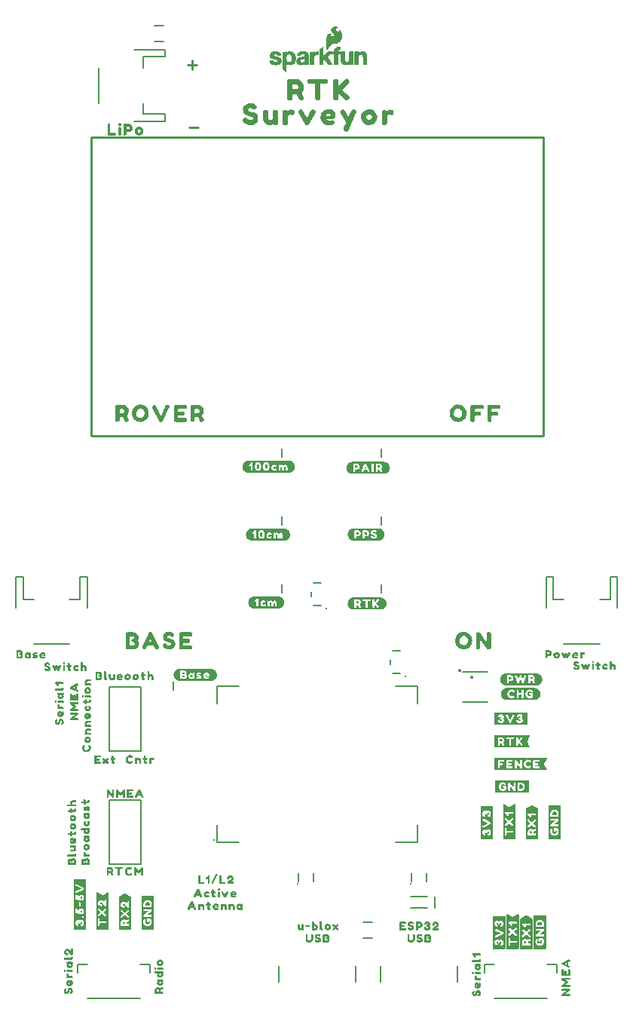
<source format=gto>
G04 EAGLE Gerber RS-274X export*
G75*
%MOMM*%
%FSLAX34Y34*%
%LPD*%
%INSilkscreen Top*%
%IPPOS*%
%AMOC8*
5,1,8,0,0,1.08239X$1,22.5*%
G01*
%ADD10C,0.279400*%
%ADD11C,0.254000*%
%ADD12C,0.203200*%
%ADD13C,0.254000*%
%ADD14C,0.282838*%
%ADD15C,0.177800*%
%ADD16C,0.300000*%
%ADD17C,0.152400*%

G36*
X512027Y259887D02*
X512027Y259887D01*
X512022Y259894D01*
X512029Y259900D01*
X512029Y260400D01*
X512019Y260413D01*
X512024Y260423D01*
X508931Y266409D01*
X509028Y267085D01*
X512024Y273078D01*
X512023Y273083D01*
X512027Y273086D01*
X512021Y273093D01*
X512020Y273102D01*
X512028Y273112D01*
X511928Y273512D01*
X511881Y273549D01*
X511881Y273548D01*
X511880Y273549D01*
X453480Y273549D01*
X453474Y273545D01*
X453470Y273548D01*
X452970Y273448D01*
X452938Y273412D01*
X452933Y273408D01*
X452933Y273407D01*
X452931Y273404D01*
X452933Y273402D01*
X452931Y273400D01*
X452931Y260500D01*
X452934Y260495D01*
X452931Y260492D01*
X453031Y259892D01*
X453075Y259851D01*
X453078Y259854D01*
X453080Y259851D01*
X511980Y259851D01*
X512027Y259887D01*
G37*
G36*
X-6062Y81010D02*
X-6062Y81010D01*
X-6054Y81012D01*
X-5854Y81512D01*
X-5858Y81525D01*
X-5851Y81530D01*
X-5851Y137030D01*
X-5887Y137077D01*
X-5890Y137075D01*
X-5892Y137079D01*
X-6492Y137179D01*
X-6497Y137176D01*
X-6500Y137179D01*
X-19400Y137179D01*
X-19447Y137143D01*
X-19446Y137141D01*
X-19448Y137139D01*
X-19449Y137138D01*
X-19549Y136538D01*
X-19546Y136533D01*
X-19549Y136530D01*
X-19549Y81230D01*
X-19520Y81192D01*
X-19518Y81184D01*
X-19018Y80984D01*
X-19005Y80988D01*
X-19000Y80981D01*
X-6100Y80981D01*
X-6062Y81010D01*
G37*
G36*
X222384Y593864D02*
X222384Y593864D01*
X222387Y593861D01*
X223087Y593961D01*
X223088Y593962D01*
X223088Y593961D01*
X223688Y594061D01*
X223691Y594065D01*
X223694Y594063D01*
X224394Y594263D01*
X224395Y594264D01*
X224396Y594263D01*
X224996Y594463D01*
X224999Y594468D01*
X225002Y594466D01*
X225602Y594766D01*
X225604Y594770D01*
X225607Y594769D01*
X226207Y595169D01*
X226208Y595172D01*
X226211Y595172D01*
X226711Y595572D01*
X226712Y595576D01*
X226715Y595575D01*
X227215Y596075D01*
X227215Y596079D01*
X227218Y596079D01*
X227618Y596579D01*
X227619Y596583D01*
X227621Y596583D01*
X228021Y597183D01*
X228021Y597187D01*
X228024Y597188D01*
X228624Y598388D01*
X228623Y598395D01*
X228627Y598396D01*
X228827Y599096D01*
X228826Y599100D01*
X228829Y599102D01*
X228929Y599702D01*
X228928Y599703D01*
X228929Y599703D01*
X229029Y600403D01*
X229026Y600408D01*
X229029Y600410D01*
X229029Y601110D01*
X229026Y601115D01*
X229029Y601118D01*
X228929Y601718D01*
X228829Y602417D01*
X228825Y602421D01*
X228827Y602424D01*
X228627Y603124D01*
X228622Y603128D01*
X228624Y603132D01*
X228024Y604332D01*
X228017Y604335D01*
X228018Y604341D01*
X227218Y605341D01*
X227214Y605342D01*
X227215Y605345D01*
X226715Y605845D01*
X226708Y605846D01*
X226707Y605851D01*
X226109Y606250D01*
X225611Y606648D01*
X225603Y606649D01*
X225602Y606654D01*
X225002Y606954D01*
X224995Y606953D01*
X224994Y606957D01*
X224295Y607157D01*
X223696Y607357D01*
X223691Y607355D01*
X223689Y607355D01*
X223687Y607359D01*
X222287Y607559D01*
X222282Y607556D01*
X222280Y607559D01*
X176580Y607559D01*
X176576Y607556D01*
X176573Y607559D01*
X175873Y607459D01*
X175872Y607458D01*
X175872Y607459D01*
X175272Y607359D01*
X175269Y607355D01*
X175266Y607357D01*
X174566Y607157D01*
X174562Y607152D01*
X174558Y607154D01*
X173358Y606554D01*
X173355Y606547D01*
X173349Y606548D01*
X172849Y606148D01*
X172848Y606148D01*
X172248Y605648D01*
X172248Y605644D01*
X172245Y605645D01*
X171845Y605245D01*
X171844Y605238D01*
X171839Y605237D01*
X171440Y604639D01*
X171042Y604141D01*
X171041Y604131D01*
X171035Y604129D01*
X170735Y603431D01*
X170436Y602832D01*
X170438Y602822D01*
X170431Y602818D01*
X170332Y602221D01*
X170133Y601524D01*
X170136Y601514D01*
X170131Y601510D01*
X170131Y600110D01*
X170134Y600105D01*
X170131Y600102D01*
X170231Y599502D01*
X170235Y599499D01*
X170233Y599496D01*
X170433Y598796D01*
X170434Y598795D01*
X170433Y598794D01*
X170633Y598194D01*
X170638Y598191D01*
X170636Y598188D01*
X171236Y596988D01*
X171240Y596986D01*
X171239Y596983D01*
X171639Y596383D01*
X171646Y596380D01*
X171645Y596375D01*
X172145Y595875D01*
X172149Y595875D01*
X172149Y595872D01*
X173149Y595072D01*
X173153Y595071D01*
X173153Y595069D01*
X173753Y594669D01*
X173757Y594669D01*
X173758Y594666D01*
X174358Y594366D01*
X174363Y594367D01*
X174364Y594363D01*
X174964Y594163D01*
X174966Y594164D01*
X174966Y594163D01*
X175666Y593963D01*
X175676Y593966D01*
X175680Y593961D01*
X176376Y593961D01*
X176972Y593861D01*
X176999Y593876D01*
X177013Y593873D01*
X177037Y593895D01*
X177036Y593889D01*
X177063Y593883D01*
X177080Y593861D01*
X222380Y593861D01*
X222384Y593864D01*
G37*
G36*
X217094Y517664D02*
X217094Y517664D01*
X217097Y517661D01*
X217797Y517761D01*
X217798Y517762D01*
X217798Y517761D01*
X218398Y517861D01*
X218401Y517865D01*
X218404Y517863D01*
X219104Y518063D01*
X219108Y518068D01*
X219112Y518066D01*
X220312Y518666D01*
X220315Y518673D01*
X220321Y518672D01*
X220819Y519070D01*
X221417Y519469D01*
X221421Y519479D01*
X221428Y519479D01*
X221828Y519979D01*
X222328Y520578D01*
X222328Y520584D01*
X222332Y520585D01*
X222632Y521085D01*
X222632Y521088D01*
X222634Y521088D01*
X222934Y521688D01*
X222934Y521690D01*
X222935Y521691D01*
X223235Y522391D01*
X223233Y522399D01*
X223239Y522402D01*
X223338Y522999D01*
X223537Y523696D01*
X223535Y523703D01*
X223537Y523705D01*
X223536Y523707D01*
X223539Y523710D01*
X223539Y525010D01*
X223536Y525014D01*
X223539Y525017D01*
X223439Y525717D01*
X223435Y525721D01*
X223437Y525724D01*
X223237Y526424D01*
X223236Y526425D01*
X223237Y526426D01*
X223037Y527026D01*
X223032Y527029D01*
X223034Y527032D01*
X222434Y528232D01*
X222430Y528234D01*
X222431Y528237D01*
X222031Y528837D01*
X222028Y528838D01*
X222028Y528841D01*
X221628Y529341D01*
X221621Y529343D01*
X221621Y529348D01*
X221121Y529748D01*
X221117Y529749D01*
X221117Y529751D01*
X219917Y530551D01*
X219913Y530551D01*
X219912Y530554D01*
X219312Y530854D01*
X219307Y530853D01*
X219306Y530857D01*
X218706Y531057D01*
X218704Y531056D01*
X218704Y531057D01*
X218004Y531257D01*
X217994Y531254D01*
X217990Y531259D01*
X217393Y531259D01*
X216697Y531359D01*
X216692Y531356D01*
X216690Y531359D01*
X180790Y531359D01*
X180786Y531356D01*
X180783Y531359D01*
X179383Y531159D01*
X179382Y531158D01*
X179382Y531159D01*
X178782Y531059D01*
X178776Y531052D01*
X178771Y531055D01*
X178071Y530755D01*
X178069Y530753D01*
X178068Y530754D01*
X176868Y530154D01*
X176865Y530147D01*
X176859Y530148D01*
X176359Y529748D01*
X176358Y529744D01*
X176355Y529745D01*
X175855Y529245D01*
X175855Y529241D01*
X175852Y529241D01*
X175052Y528241D01*
X175051Y528237D01*
X175049Y528237D01*
X174649Y527637D01*
X174650Y527628D01*
X174645Y527624D01*
X174643Y527624D01*
X174444Y526928D01*
X174146Y526332D01*
X174148Y526321D01*
X174141Y526317D01*
X174041Y525618D01*
X173941Y525018D01*
X173944Y525013D01*
X173943Y525012D01*
X173941Y525010D01*
X173941Y524310D01*
X173944Y524306D01*
X173941Y524303D01*
X174041Y523603D01*
X174042Y523602D01*
X174041Y523602D01*
X174141Y523002D01*
X174145Y522999D01*
X174143Y522996D01*
X174343Y522296D01*
X174344Y522295D01*
X174343Y522294D01*
X174543Y521694D01*
X174548Y521691D01*
X174546Y521688D01*
X174846Y521088D01*
X174850Y521086D01*
X174849Y521083D01*
X175249Y520483D01*
X175252Y520482D01*
X175252Y520479D01*
X175652Y519979D01*
X175656Y519978D01*
X175655Y519975D01*
X176155Y519475D01*
X176159Y519475D01*
X176159Y519472D01*
X176659Y519072D01*
X176663Y519071D01*
X176663Y519069D01*
X177263Y518669D01*
X177267Y518669D01*
X177268Y518666D01*
X178468Y518066D01*
X178475Y518067D01*
X178476Y518063D01*
X179176Y517863D01*
X179180Y517864D01*
X179182Y517861D01*
X179782Y517761D01*
X179783Y517762D01*
X179783Y517761D01*
X180483Y517661D01*
X180488Y517664D01*
X180490Y517661D01*
X217090Y517661D01*
X217094Y517664D01*
G37*
G36*
X134514Y360184D02*
X134514Y360184D01*
X134517Y360181D01*
X135917Y360381D01*
X135918Y360382D01*
X135918Y360381D01*
X136518Y360481D01*
X136525Y360489D01*
X136532Y360486D01*
X137131Y360785D01*
X137829Y361085D01*
X137832Y361089D01*
X137835Y361088D01*
X138335Y361388D01*
X138336Y361389D01*
X138337Y361389D01*
X138937Y361789D01*
X138940Y361796D01*
X138945Y361795D01*
X139445Y362295D01*
X139445Y362299D01*
X139448Y362299D01*
X139848Y362799D01*
X139849Y362803D01*
X139851Y362803D01*
X140251Y363403D01*
X140251Y363407D01*
X140254Y363408D01*
X140854Y364608D01*
X140853Y364613D01*
X140857Y364614D01*
X141057Y365214D01*
X141056Y365216D01*
X141057Y365216D01*
X141257Y365916D01*
X141254Y365926D01*
X141259Y365930D01*
X141259Y366527D01*
X141359Y367223D01*
X141354Y367232D01*
X141359Y367237D01*
X141159Y368637D01*
X141154Y368642D01*
X141157Y368646D01*
X140957Y369246D01*
X140952Y369249D01*
X140954Y369252D01*
X140354Y370452D01*
X140350Y370454D01*
X140351Y370457D01*
X139951Y371057D01*
X139948Y371058D01*
X139948Y371061D01*
X139548Y371561D01*
X139544Y371562D01*
X139545Y371565D01*
X139045Y372065D01*
X139041Y372065D01*
X139041Y372068D01*
X138041Y372868D01*
X138033Y372869D01*
X138032Y372874D01*
X137432Y373174D01*
X137430Y373174D01*
X137429Y373175D01*
X136729Y373475D01*
X136726Y373475D01*
X136726Y373477D01*
X136126Y373677D01*
X136121Y373675D01*
X136119Y373675D01*
X136117Y373679D01*
X134717Y373879D01*
X134712Y373876D01*
X134710Y373879D01*
X99410Y373879D01*
X99405Y373876D01*
X99402Y373879D01*
X98802Y373779D01*
X98103Y373679D01*
X97403Y373579D01*
X97395Y373571D01*
X97388Y373574D01*
X95588Y372674D01*
X95585Y372667D01*
X95579Y372668D01*
X95079Y372268D01*
X95078Y372264D01*
X95075Y372265D01*
X94075Y371265D01*
X94074Y371253D01*
X94066Y371252D01*
X93767Y370655D01*
X93369Y370057D01*
X93369Y370053D01*
X93366Y370052D01*
X93066Y369452D01*
X93067Y369447D01*
X93063Y369446D01*
X92863Y368846D01*
X92865Y368839D01*
X92861Y368837D01*
X92661Y367437D01*
X92663Y367434D01*
X92664Y367432D01*
X92661Y367430D01*
X92661Y366830D01*
X92664Y366826D01*
X92661Y366823D01*
X92861Y365423D01*
X92866Y365418D01*
X92863Y365414D01*
X93063Y364815D01*
X93263Y364116D01*
X93272Y364110D01*
X93269Y364103D01*
X93668Y363504D01*
X93968Y363005D01*
X93973Y363003D01*
X93972Y362998D01*
X94472Y362398D01*
X94476Y362398D01*
X94475Y362395D01*
X94875Y361995D01*
X94879Y361995D01*
X94878Y361992D01*
X95478Y361492D01*
X95484Y361492D01*
X95485Y361488D01*
X95985Y361188D01*
X95988Y361188D01*
X95988Y361186D01*
X96588Y360886D01*
X96590Y360886D01*
X96591Y360885D01*
X97291Y360585D01*
X97294Y360586D01*
X97294Y360583D01*
X97894Y360383D01*
X97901Y360385D01*
X97903Y360381D01*
X98602Y360281D01*
X99202Y360181D01*
X99207Y360184D01*
X99210Y360181D01*
X134510Y360181D01*
X134514Y360184D01*
G37*
G36*
X329124Y592594D02*
X329124Y592594D01*
X329127Y592591D01*
X329827Y592691D01*
X329831Y592695D01*
X329834Y592693D01*
X330534Y592893D01*
X330535Y592894D01*
X330536Y592893D01*
X331136Y593093D01*
X331139Y593098D01*
X331142Y593096D01*
X332342Y593696D01*
X332344Y593700D01*
X332347Y593699D01*
X332947Y594099D01*
X332950Y594106D01*
X332955Y594105D01*
X333455Y594605D01*
X333455Y594609D01*
X333458Y594609D01*
X334258Y595609D01*
X334259Y595613D01*
X334261Y595613D01*
X334661Y596213D01*
X334661Y596217D01*
X334664Y596218D01*
X334964Y596818D01*
X334963Y596825D01*
X334967Y596826D01*
X335167Y597526D01*
X335166Y597530D01*
X335169Y597532D01*
X335269Y598132D01*
X335268Y598133D01*
X335269Y598133D01*
X335469Y599533D01*
X335463Y599543D01*
X335469Y599548D01*
X335369Y600148D01*
X335269Y600847D01*
X335265Y600851D01*
X335267Y600854D01*
X335067Y601554D01*
X335066Y601555D01*
X335067Y601556D01*
X334867Y602156D01*
X334862Y602159D01*
X334864Y602162D01*
X334564Y602762D01*
X334560Y602764D01*
X334561Y602767D01*
X334161Y603367D01*
X334158Y603368D01*
X334158Y603371D01*
X333358Y604371D01*
X333348Y604373D01*
X333347Y604381D01*
X332749Y604780D01*
X332251Y605178D01*
X332247Y605179D01*
X332247Y605181D01*
X331647Y605581D01*
X331638Y605580D01*
X331636Y605587D01*
X331036Y605787D01*
X331034Y605786D01*
X331034Y605787D01*
X330335Y605987D01*
X329736Y606187D01*
X329729Y606185D01*
X329727Y606189D01*
X329027Y606289D01*
X329022Y606286D01*
X329020Y606289D01*
X293420Y606289D01*
X293416Y606286D01*
X293413Y606289D01*
X292713Y606189D01*
X292709Y606185D01*
X292706Y606187D01*
X292006Y605987D01*
X292005Y605986D01*
X292004Y605987D01*
X290804Y605587D01*
X290799Y605579D01*
X290793Y605581D01*
X289593Y604781D01*
X289592Y604778D01*
X289589Y604778D01*
X289089Y604378D01*
X289088Y604374D01*
X289085Y604375D01*
X288585Y603875D01*
X288585Y603871D01*
X288582Y603871D01*
X288182Y603371D01*
X288181Y603363D01*
X288176Y603362D01*
X287276Y601562D01*
X287277Y601555D01*
X287273Y601554D01*
X287073Y600854D01*
X287075Y600849D01*
X287071Y600847D01*
X286971Y600147D01*
X286974Y600142D01*
X286971Y600140D01*
X286971Y598840D01*
X286974Y598836D01*
X286971Y598833D01*
X287071Y598133D01*
X287076Y598128D01*
X287073Y598124D01*
X287273Y597525D01*
X287473Y596826D01*
X287478Y596822D01*
X287476Y596818D01*
X287776Y596218D01*
X287780Y596216D01*
X287779Y596213D01*
X288179Y595613D01*
X288182Y595612D01*
X288182Y595609D01*
X288982Y594609D01*
X288986Y594608D01*
X288985Y594605D01*
X289485Y594105D01*
X289492Y594104D01*
X289493Y594099D01*
X290093Y593699D01*
X290097Y593699D01*
X290098Y593696D01*
X291298Y593096D01*
X291303Y593097D01*
X291304Y593093D01*
X291904Y592893D01*
X291906Y592894D01*
X291906Y592893D01*
X292606Y592693D01*
X292610Y592694D01*
X292612Y592691D01*
X293212Y592591D01*
X293217Y592594D01*
X293220Y592591D01*
X329120Y592591D01*
X329124Y592594D01*
G37*
G36*
X499944Y355104D02*
X499944Y355104D01*
X499947Y355101D01*
X500643Y355201D01*
X501340Y355201D01*
X501349Y355208D01*
X501356Y355203D01*
X501955Y355403D01*
X502654Y355603D01*
X502658Y355608D01*
X502662Y355606D01*
X503262Y355906D01*
X503264Y355910D01*
X503267Y355909D01*
X503867Y356309D01*
X503868Y356312D01*
X503871Y356312D01*
X504871Y357112D01*
X504872Y357116D01*
X504875Y357115D01*
X505375Y357615D01*
X505376Y357622D01*
X505381Y357623D01*
X505781Y358223D01*
X505781Y358227D01*
X505784Y358228D01*
X506384Y359428D01*
X506383Y359433D01*
X506387Y359434D01*
X506587Y360034D01*
X506586Y360036D01*
X506587Y360036D01*
X506787Y360736D01*
X506786Y360740D01*
X506789Y360742D01*
X506889Y361342D01*
X506886Y361347D01*
X506889Y361350D01*
X506889Y362050D01*
X506886Y362054D01*
X506889Y362057D01*
X506689Y363457D01*
X506684Y363462D01*
X506687Y363466D01*
X506287Y364666D01*
X506284Y364667D01*
X506285Y364669D01*
X505985Y365369D01*
X505977Y365374D01*
X505978Y365381D01*
X505580Y365879D01*
X505181Y366477D01*
X505171Y366481D01*
X505171Y366488D01*
X504673Y366887D01*
X504175Y367385D01*
X504171Y367385D01*
X504171Y367388D01*
X503671Y367788D01*
X503663Y367789D01*
X503662Y367794D01*
X503062Y368094D01*
X503060Y368094D01*
X503059Y368095D01*
X502359Y368395D01*
X502356Y368395D01*
X502356Y368397D01*
X501756Y368597D01*
X501751Y368595D01*
X501749Y368595D01*
X501747Y368599D01*
X501048Y368699D01*
X500448Y368799D01*
X500443Y368796D01*
X500440Y368799D01*
X466040Y368799D01*
X466036Y368796D01*
X466033Y368799D01*
X465333Y368699D01*
X465329Y368695D01*
X465326Y368697D01*
X464626Y368497D01*
X464625Y368496D01*
X464624Y368497D01*
X464024Y368297D01*
X464021Y368292D01*
X464018Y368294D01*
X462818Y367694D01*
X462816Y367690D01*
X462813Y367691D01*
X462213Y367291D01*
X462210Y367284D01*
X462205Y367285D01*
X461705Y366785D01*
X461705Y366781D01*
X461702Y366781D01*
X460902Y365781D01*
X460901Y365777D01*
X460899Y365777D01*
X460499Y365177D01*
X460499Y365173D01*
X460496Y365172D01*
X460196Y364572D01*
X460196Y364570D01*
X460196Y364569D01*
X460197Y364567D01*
X460193Y364566D01*
X459993Y363966D01*
X459994Y363964D01*
X459993Y363964D01*
X459793Y363264D01*
X459795Y363259D01*
X459791Y363257D01*
X459691Y362557D01*
X459694Y362552D01*
X459691Y362550D01*
X459691Y361250D01*
X459694Y361246D01*
X459691Y361243D01*
X459791Y360543D01*
X459796Y360538D01*
X459793Y360534D01*
X459993Y359935D01*
X460193Y359236D01*
X460198Y359232D01*
X460196Y359228D01*
X460496Y358628D01*
X460500Y358626D01*
X460499Y358623D01*
X460899Y358023D01*
X460902Y358022D01*
X460902Y358019D01*
X461302Y357519D01*
X461306Y357518D01*
X461305Y357515D01*
X461805Y357015D01*
X461809Y357015D01*
X461809Y357012D01*
X462809Y356212D01*
X462813Y356211D01*
X462813Y356209D01*
X463413Y355809D01*
X463424Y355810D01*
X463426Y355803D01*
X464125Y355603D01*
X464724Y355403D01*
X464726Y355404D01*
X464726Y355403D01*
X465426Y355203D01*
X465430Y355204D01*
X465432Y355201D01*
X466032Y355101D01*
X466037Y355104D01*
X466040Y355101D01*
X499940Y355101D01*
X499944Y355104D01*
G37*
G36*
X497904Y338594D02*
X497904Y338594D01*
X497907Y338591D01*
X498603Y338691D01*
X499200Y338691D01*
X499208Y338697D01*
X499214Y338693D01*
X499914Y338893D01*
X499915Y338894D01*
X499916Y338893D01*
X500516Y339093D01*
X500519Y339098D01*
X500522Y339096D01*
X501122Y339396D01*
X501124Y339400D01*
X501127Y339399D01*
X502327Y340199D01*
X502328Y340202D01*
X502331Y340202D01*
X502831Y340602D01*
X502833Y340609D01*
X502838Y340609D01*
X503238Y341109D01*
X503239Y341113D01*
X503241Y341113D01*
X503640Y341711D01*
X504038Y342209D01*
X504039Y342218D01*
X504040Y342219D01*
X504045Y342221D01*
X504345Y342921D01*
X504345Y342924D01*
X504347Y342924D01*
X504547Y343524D01*
X504545Y343530D01*
X504549Y343532D01*
X504649Y344132D01*
X504648Y344133D01*
X504649Y344133D01*
X504749Y344833D01*
X504746Y344838D01*
X504749Y344840D01*
X504749Y346240D01*
X504746Y346245D01*
X504749Y346248D01*
X504649Y346848D01*
X504645Y346851D01*
X504647Y346854D01*
X504447Y347554D01*
X504446Y347555D01*
X504447Y347556D01*
X504247Y348156D01*
X504242Y348159D01*
X504244Y348162D01*
X503944Y348762D01*
X503940Y348764D01*
X503941Y348767D01*
X503541Y349367D01*
X503538Y349368D01*
X503538Y349371D01*
X503138Y349871D01*
X503134Y349872D01*
X503135Y349875D01*
X502135Y350875D01*
X502126Y350876D01*
X502125Y350882D01*
X501626Y351182D01*
X501027Y351581D01*
X501016Y351580D01*
X501014Y351587D01*
X500315Y351787D01*
X499716Y351987D01*
X499714Y351986D01*
X499714Y351987D01*
X499014Y352187D01*
X499010Y352186D01*
X499008Y352189D01*
X498408Y352289D01*
X498403Y352286D01*
X498400Y352289D01*
X466700Y352289D01*
X466695Y352286D01*
X466692Y352289D01*
X466092Y352189D01*
X466089Y352185D01*
X466086Y352187D01*
X465386Y351987D01*
X465385Y351986D01*
X465384Y351987D01*
X464784Y351787D01*
X464781Y351782D01*
X464778Y351784D01*
X463578Y351184D01*
X463576Y351180D01*
X463573Y351181D01*
X462973Y350781D01*
X462972Y350778D01*
X462969Y350778D01*
X462469Y350378D01*
X462468Y350374D01*
X462465Y350375D01*
X461965Y349875D01*
X461964Y349868D01*
X461959Y349867D01*
X461559Y349267D01*
X461559Y349263D01*
X461556Y349262D01*
X460956Y348062D01*
X460956Y348060D01*
X460956Y348059D01*
X460957Y348057D01*
X460953Y348056D01*
X460753Y347456D01*
X460754Y347454D01*
X460753Y347454D01*
X460553Y346754D01*
X460554Y346750D01*
X460551Y346748D01*
X460451Y346148D01*
X460454Y346143D01*
X460451Y346140D01*
X460451Y344740D01*
X460454Y344735D01*
X460451Y344732D01*
X460551Y344132D01*
X460555Y344129D01*
X460553Y344126D01*
X460753Y343426D01*
X460754Y343425D01*
X460753Y343424D01*
X460953Y342824D01*
X460958Y342821D01*
X460956Y342818D01*
X461556Y341618D01*
X461560Y341616D01*
X461559Y341613D01*
X461959Y341013D01*
X461966Y341010D01*
X461965Y341005D01*
X462465Y340505D01*
X462469Y340505D01*
X462469Y340502D01*
X462969Y340102D01*
X462973Y340101D01*
X462973Y340099D01*
X463573Y339699D01*
X463575Y339699D01*
X463575Y339698D01*
X464075Y339398D01*
X464080Y339398D01*
X464081Y339395D01*
X464781Y339095D01*
X464784Y339096D01*
X464784Y339093D01*
X465384Y338893D01*
X465386Y338894D01*
X465386Y338893D01*
X466086Y338693D01*
X466090Y338694D01*
X466092Y338691D01*
X466692Y338591D01*
X466697Y338594D01*
X466700Y338591D01*
X497900Y338591D01*
X497904Y338594D01*
G37*
G36*
X325494Y440194D02*
X325494Y440194D01*
X325497Y440191D01*
X326197Y440291D01*
X326202Y440296D01*
X326206Y440293D01*
X326805Y440493D01*
X327504Y440693D01*
X327508Y440698D01*
X327512Y440696D01*
X328712Y441296D01*
X328715Y441303D01*
X328721Y441302D01*
X329721Y442102D01*
X329722Y442106D01*
X329725Y442105D01*
X330225Y442605D01*
X330226Y442612D01*
X330231Y442613D01*
X330630Y443211D01*
X331028Y443709D01*
X331029Y443719D01*
X331035Y443723D01*
X331034Y443725D01*
X331037Y443726D01*
X331236Y444422D01*
X331534Y445018D01*
X331532Y445029D01*
X331539Y445032D01*
X331638Y445629D01*
X331837Y446326D01*
X331835Y446332D01*
X331837Y446334D01*
X331835Y446337D01*
X331839Y446340D01*
X331839Y447740D01*
X331836Y447745D01*
X331839Y447748D01*
X331739Y448348D01*
X331735Y448351D01*
X331737Y448354D01*
X331537Y449054D01*
X331536Y449055D01*
X331537Y449056D01*
X331337Y449656D01*
X331332Y449659D01*
X331334Y449662D01*
X331034Y450262D01*
X331030Y450264D01*
X331031Y450267D01*
X330231Y451467D01*
X330221Y451471D01*
X330221Y451478D01*
X329723Y451877D01*
X329225Y452375D01*
X329221Y452375D01*
X329221Y452378D01*
X328721Y452778D01*
X328713Y452779D01*
X328712Y452784D01*
X327512Y453384D01*
X327505Y453383D01*
X327504Y453387D01*
X326805Y453587D01*
X326206Y453787D01*
X326199Y453785D01*
X326197Y453789D01*
X325497Y453889D01*
X325492Y453886D01*
X325490Y453889D01*
X294790Y453889D01*
X294786Y453886D01*
X294783Y453889D01*
X293383Y453689D01*
X293380Y453685D01*
X293378Y453685D01*
X293377Y453685D01*
X293374Y453687D01*
X292774Y453487D01*
X292771Y453482D01*
X292768Y453484D01*
X291568Y452884D01*
X291566Y452880D01*
X291563Y452881D01*
X290963Y452481D01*
X290962Y452478D01*
X290959Y452478D01*
X290459Y452078D01*
X290458Y452074D01*
X290455Y452075D01*
X289955Y451575D01*
X289955Y451571D01*
X289952Y451571D01*
X289552Y451071D01*
X289551Y451067D01*
X289549Y451067D01*
X289149Y450467D01*
X289149Y450463D01*
X289146Y450462D01*
X288846Y449862D01*
X288847Y449859D01*
X288844Y449857D01*
X288845Y449856D01*
X288843Y449856D01*
X288643Y449256D01*
X288644Y449254D01*
X288643Y449254D01*
X288443Y448554D01*
X288444Y448550D01*
X288441Y448548D01*
X288341Y447948D01*
X288342Y447947D01*
X288341Y447947D01*
X288241Y447247D01*
X288244Y447242D01*
X288241Y447240D01*
X288241Y446540D01*
X288244Y446535D01*
X288241Y446532D01*
X288341Y445932D01*
X288441Y445233D01*
X288449Y445225D01*
X288446Y445218D01*
X288744Y444622D01*
X288943Y443926D01*
X288952Y443920D01*
X288949Y443913D01*
X289349Y443313D01*
X289352Y443312D01*
X289352Y443309D01*
X290152Y442309D01*
X290156Y442308D01*
X290155Y442305D01*
X290655Y441805D01*
X290659Y441805D01*
X290659Y441802D01*
X291159Y441402D01*
X291167Y441401D01*
X291168Y441396D01*
X292368Y440796D01*
X292370Y440796D01*
X292371Y440795D01*
X293071Y440495D01*
X293079Y440497D01*
X293082Y440491D01*
X293682Y440391D01*
X293683Y440392D01*
X293683Y440391D01*
X295083Y440191D01*
X295088Y440194D01*
X295090Y440191D01*
X325490Y440191D01*
X325494Y440194D01*
G37*
G36*
X18905Y80984D02*
X18905Y80984D01*
X18908Y80981D01*
X19508Y81081D01*
X19549Y81125D01*
X19546Y81128D01*
X19549Y81130D01*
X19549Y122430D01*
X19540Y122443D01*
X19544Y122452D01*
X19344Y122852D01*
X19291Y122878D01*
X19287Y122870D01*
X19278Y122874D01*
X13282Y119876D01*
X12605Y119683D01*
X6022Y122974D01*
X6021Y122974D01*
X6021Y122975D01*
X6019Y122973D01*
X5964Y122963D01*
X5967Y122946D01*
X5951Y122938D01*
X5851Y122338D01*
X5854Y122333D01*
X5851Y122330D01*
X5851Y81530D01*
X5855Y81524D01*
X5852Y81520D01*
X5952Y81020D01*
X5996Y80981D01*
X5998Y80983D01*
X6000Y80981D01*
X18900Y80981D01*
X18905Y80984D01*
G37*
G36*
X44411Y80989D02*
X44411Y80989D01*
X44418Y80984D01*
X44918Y81184D01*
X44933Y81208D01*
X44940Y81214D01*
X44938Y81217D01*
X44943Y81225D01*
X44949Y81230D01*
X44949Y117830D01*
X44930Y117855D01*
X44931Y117868D01*
X44431Y118268D01*
X44423Y118269D01*
X44422Y118274D01*
X38322Y121274D01*
X38301Y121270D01*
X38292Y121279D01*
X37692Y121179D01*
X37685Y121171D01*
X37678Y121174D01*
X31578Y118174D01*
X31569Y118157D01*
X31558Y118155D01*
X31258Y117655D01*
X31259Y117641D01*
X31253Y117636D01*
X31255Y117633D01*
X31251Y117630D01*
X31251Y81530D01*
X31259Y81519D01*
X31254Y81512D01*
X31454Y81012D01*
X31495Y80987D01*
X31500Y80981D01*
X44400Y80981D01*
X44411Y80989D01*
G37*
G36*
X492827Y285287D02*
X492827Y285287D01*
X492827Y285288D01*
X492828Y285288D01*
X492928Y285688D01*
X492918Y285710D01*
X492924Y285722D01*
X489927Y291715D01*
X489831Y292293D01*
X492824Y298378D01*
X492824Y298381D01*
X492826Y298382D01*
X493026Y298882D01*
X493025Y298885D01*
X493027Y298887D01*
X493023Y298893D01*
X493010Y298939D01*
X492992Y298934D01*
X492980Y298949D01*
X453180Y298949D01*
X453142Y298920D01*
X453134Y298918D01*
X452934Y298418D01*
X452935Y298416D01*
X452933Y298414D01*
X452937Y298408D01*
X452938Y298405D01*
X452931Y298400D01*
X452931Y285500D01*
X452960Y285462D01*
X452962Y285454D01*
X453462Y285254D01*
X453475Y285258D01*
X453480Y285251D01*
X492780Y285251D01*
X492827Y285287D01*
G37*
G36*
X295330Y517691D02*
X295330Y517691D01*
X295336Y517693D01*
X295345Y517718D01*
X295363Y517669D01*
X295379Y517675D01*
X295390Y517661D01*
X323090Y517661D01*
X323094Y517664D01*
X323097Y517661D01*
X324497Y517861D01*
X324502Y517866D01*
X324506Y517863D01*
X325106Y518063D01*
X325109Y518068D01*
X325112Y518066D01*
X326312Y518666D01*
X326314Y518670D01*
X326317Y518669D01*
X326917Y519069D01*
X326918Y519072D01*
X326921Y519072D01*
X327421Y519472D01*
X327422Y519476D01*
X327425Y519475D01*
X327925Y519975D01*
X327925Y519979D01*
X327928Y519979D01*
X328328Y520479D01*
X328329Y520483D01*
X328331Y520483D01*
X328731Y521083D01*
X328731Y521087D01*
X328734Y521088D01*
X329334Y522288D01*
X329332Y522299D01*
X329339Y522303D01*
X329438Y522999D01*
X329637Y523594D01*
X329634Y523604D01*
X329637Y523607D01*
X329636Y523608D01*
X329639Y523610D01*
X329639Y525010D01*
X329636Y525014D01*
X329639Y525017D01*
X329539Y525717D01*
X329538Y525718D01*
X329539Y525718D01*
X329439Y526318D01*
X329435Y526321D01*
X329437Y526324D01*
X329237Y527024D01*
X329232Y527028D01*
X329234Y527032D01*
X328934Y527632D01*
X328930Y527634D01*
X328931Y527637D01*
X328532Y528236D01*
X328232Y528735D01*
X328224Y528739D01*
X328225Y528745D01*
X327225Y529745D01*
X327221Y529745D01*
X327221Y529748D01*
X326721Y530148D01*
X326713Y530149D01*
X326712Y530154D01*
X325512Y530754D01*
X325510Y530754D01*
X325509Y530755D01*
X324809Y531055D01*
X324801Y531053D01*
X324798Y531059D01*
X324198Y531159D01*
X324197Y531158D01*
X324197Y531159D01*
X322797Y531359D01*
X322792Y531356D01*
X322790Y531359D01*
X294490Y531359D01*
X294486Y531356D01*
X294483Y531359D01*
X293783Y531259D01*
X293778Y531254D01*
X293774Y531257D01*
X293175Y531057D01*
X292476Y530857D01*
X292472Y530852D01*
X292468Y530854D01*
X291268Y530254D01*
X291265Y530247D01*
X291259Y530248D01*
X290759Y529848D01*
X290758Y529844D01*
X290755Y529845D01*
X289755Y528845D01*
X289755Y528841D01*
X289752Y528841D01*
X289352Y528341D01*
X289351Y528333D01*
X289346Y528332D01*
X288746Y527132D01*
X288746Y527130D01*
X288746Y527129D01*
X288747Y527125D01*
X288743Y527124D01*
X288543Y526425D01*
X288343Y525826D01*
X288345Y525819D01*
X288341Y525817D01*
X288241Y525117D01*
X288244Y525112D01*
X288241Y525110D01*
X288241Y523710D01*
X288248Y523701D01*
X288243Y523694D01*
X288442Y523099D01*
X288541Y522403D01*
X288549Y522395D01*
X288546Y522388D01*
X289446Y520588D01*
X289453Y520585D01*
X289452Y520579D01*
X289852Y520079D01*
X289856Y520078D01*
X289855Y520075D01*
X290855Y519075D01*
X290867Y519074D01*
X290868Y519066D01*
X291465Y518767D01*
X292063Y518369D01*
X292072Y518370D01*
X292074Y518363D01*
X293274Y517963D01*
X293276Y517964D01*
X293276Y517963D01*
X293976Y517763D01*
X293981Y517765D01*
X293983Y517761D01*
X294683Y517661D01*
X294688Y517664D01*
X294690Y517661D01*
X295290Y517661D01*
X295330Y517691D01*
G37*
G36*
X492097Y234487D02*
X492097Y234487D01*
X492092Y234494D01*
X492099Y234500D01*
X492099Y248000D01*
X492063Y248047D01*
X492060Y248045D01*
X492058Y248049D01*
X491458Y248149D01*
X491453Y248146D01*
X491450Y248149D01*
X454250Y248149D01*
X454203Y248113D01*
X454206Y248109D01*
X454203Y248106D01*
X454205Y248103D01*
X454201Y248100D01*
X454201Y234600D01*
X454237Y234553D01*
X454240Y234555D01*
X454242Y234551D01*
X454842Y234451D01*
X454847Y234454D01*
X454850Y234451D01*
X492050Y234451D01*
X492097Y234487D01*
G37*
G36*
X527447Y182617D02*
X527447Y182617D01*
X527445Y182620D01*
X527449Y182622D01*
X527549Y183222D01*
X527546Y183227D01*
X527549Y183230D01*
X527549Y220430D01*
X527513Y220477D01*
X527506Y220472D01*
X527500Y220479D01*
X514000Y220479D01*
X513953Y220443D01*
X513955Y220440D01*
X513951Y220438D01*
X513851Y219838D01*
X513854Y219833D01*
X513851Y219830D01*
X513851Y182630D01*
X513887Y182583D01*
X513894Y182588D01*
X513900Y182581D01*
X527400Y182581D01*
X527447Y182617D01*
G37*
G36*
X70247Y81017D02*
X70247Y81017D01*
X70245Y81020D01*
X70249Y81022D01*
X70349Y81622D01*
X70346Y81627D01*
X70349Y81630D01*
X70349Y118830D01*
X70313Y118877D01*
X70306Y118872D01*
X70300Y118879D01*
X56800Y118879D01*
X56753Y118843D01*
X56755Y118840D01*
X56751Y118838D01*
X56651Y118238D01*
X56654Y118233D01*
X56651Y118230D01*
X56651Y81030D01*
X56687Y80983D01*
X56694Y80988D01*
X56700Y80981D01*
X70200Y80981D01*
X70247Y81017D01*
G37*
G36*
X510937Y59107D02*
X510937Y59107D01*
X510935Y59110D01*
X510939Y59112D01*
X511039Y59712D01*
X511036Y59717D01*
X511039Y59720D01*
X511039Y96920D01*
X511003Y96967D01*
X510996Y96962D01*
X510990Y96969D01*
X497490Y96969D01*
X497443Y96933D01*
X497445Y96930D01*
X497441Y96928D01*
X497341Y96328D01*
X497344Y96323D01*
X497341Y96320D01*
X497341Y59120D01*
X497377Y59073D01*
X497384Y59078D01*
X497390Y59071D01*
X510890Y59071D01*
X510937Y59107D01*
G37*
G36*
X480457Y59107D02*
X480457Y59107D01*
X480455Y59110D01*
X480459Y59112D01*
X480559Y59712D01*
X480556Y59717D01*
X480559Y59720D01*
X480559Y97620D01*
X480555Y97626D01*
X480558Y97630D01*
X480458Y98130D01*
X480414Y98169D01*
X480403Y98157D01*
X480388Y98164D01*
X473710Y94875D01*
X473132Y95164D01*
X467132Y98164D01*
X467074Y98153D01*
X467075Y98144D01*
X467066Y98142D01*
X466866Y97742D01*
X466869Y97726D01*
X466861Y97720D01*
X466861Y59220D01*
X466897Y59173D01*
X466900Y59175D01*
X466902Y59171D01*
X467502Y59071D01*
X467507Y59074D01*
X467510Y59071D01*
X480410Y59071D01*
X480457Y59107D01*
G37*
G36*
X476647Y182617D02*
X476647Y182617D01*
X476645Y182620D01*
X476649Y182622D01*
X476749Y183222D01*
X476746Y183227D01*
X476749Y183230D01*
X476749Y221130D01*
X476745Y221136D01*
X476748Y221140D01*
X476648Y221640D01*
X476604Y221679D01*
X476593Y221667D01*
X476578Y221674D01*
X469900Y218385D01*
X469322Y218674D01*
X463322Y221674D01*
X463264Y221663D01*
X463265Y221654D01*
X463256Y221652D01*
X463056Y221252D01*
X463059Y221236D01*
X463051Y221230D01*
X463051Y182730D01*
X463087Y182683D01*
X463090Y182685D01*
X463092Y182681D01*
X463692Y182581D01*
X463697Y182584D01*
X463700Y182581D01*
X476600Y182581D01*
X476647Y182617D01*
G37*
G36*
X210535Y441464D02*
X210535Y441464D01*
X210538Y441461D01*
X211138Y441561D01*
X211141Y441565D01*
X211144Y441563D01*
X211844Y441763D01*
X211845Y441764D01*
X211846Y441763D01*
X212446Y441963D01*
X212447Y441966D01*
X212449Y441965D01*
X213149Y442265D01*
X213152Y442269D01*
X213155Y442268D01*
X213655Y442568D01*
X213656Y442569D01*
X213657Y442569D01*
X214257Y442969D01*
X214260Y442976D01*
X214265Y442975D01*
X215265Y443975D01*
X215265Y443979D01*
X215268Y443979D01*
X215668Y444479D01*
X215669Y444487D01*
X215674Y444488D01*
X216274Y445688D01*
X216273Y445693D01*
X216277Y445694D01*
X216477Y446294D01*
X216476Y446296D01*
X216477Y446296D01*
X216677Y446996D01*
X216676Y447001D01*
X216679Y447003D01*
X216779Y447703D01*
X216776Y447708D01*
X216779Y447710D01*
X216779Y449010D01*
X216776Y449014D01*
X216779Y449017D01*
X216679Y449717D01*
X216674Y449722D01*
X216677Y449726D01*
X216477Y450325D01*
X216277Y451024D01*
X216272Y451028D01*
X216274Y451032D01*
X215974Y451632D01*
X215970Y451634D01*
X215971Y451637D01*
X215571Y452237D01*
X215568Y452238D01*
X215568Y452241D01*
X214768Y453241D01*
X214758Y453243D01*
X214757Y453251D01*
X214159Y453650D01*
X213661Y454048D01*
X213657Y454049D01*
X213657Y454051D01*
X213057Y454451D01*
X213048Y454450D01*
X213046Y454457D01*
X212446Y454657D01*
X212444Y454656D01*
X212444Y454657D01*
X211745Y454857D01*
X211146Y455057D01*
X211139Y455055D01*
X211137Y455059D01*
X210437Y455159D01*
X210432Y455156D01*
X210430Y455159D01*
X183030Y455159D01*
X183026Y455156D01*
X183023Y455159D01*
X181623Y454959D01*
X181620Y454955D01*
X181618Y454955D01*
X181617Y454955D01*
X181614Y454957D01*
X181014Y454757D01*
X181013Y454754D01*
X181011Y454755D01*
X180311Y454455D01*
X180309Y454453D01*
X180308Y454454D01*
X179708Y454154D01*
X179705Y454147D01*
X179699Y454148D01*
X178699Y453348D01*
X178698Y453344D01*
X178695Y453345D01*
X178195Y452845D01*
X178195Y452841D01*
X178192Y452841D01*
X177792Y452341D01*
X177791Y452337D01*
X177789Y452337D01*
X177389Y451737D01*
X177389Y451733D01*
X177386Y451732D01*
X177086Y451132D01*
X177086Y451130D01*
X177085Y451129D01*
X176785Y450429D01*
X176787Y450421D01*
X176781Y450418D01*
X176681Y449818D01*
X176682Y449817D01*
X176681Y449817D01*
X176581Y449118D01*
X176481Y448518D01*
X176484Y448513D01*
X176481Y448510D01*
X176481Y447810D01*
X176484Y447806D01*
X176481Y447803D01*
X176581Y447103D01*
X176585Y447099D01*
X176583Y447096D01*
X176783Y446396D01*
X176784Y446395D01*
X176783Y446394D01*
X176983Y445794D01*
X176988Y445791D01*
X176986Y445788D01*
X177586Y444588D01*
X177590Y444586D01*
X177589Y444583D01*
X177989Y443983D01*
X177996Y443980D01*
X177995Y443975D01*
X178495Y443475D01*
X178499Y443475D01*
X178499Y443472D01*
X179499Y442672D01*
X179503Y442671D01*
X179503Y442669D01*
X180103Y442269D01*
X180107Y442269D01*
X180108Y442266D01*
X180708Y441966D01*
X180713Y441967D01*
X180714Y441963D01*
X181314Y441763D01*
X181321Y441765D01*
X181323Y441761D01*
X182023Y441661D01*
X182722Y441561D01*
X183322Y441461D01*
X183327Y441464D01*
X183330Y441461D01*
X210530Y441461D01*
X210535Y441464D01*
G37*
G36*
X490027Y310687D02*
X490027Y310687D01*
X490025Y310690D01*
X490029Y310692D01*
X490129Y311292D01*
X490126Y311297D01*
X490129Y311300D01*
X490129Y324200D01*
X490093Y324247D01*
X490090Y324245D01*
X490088Y324249D01*
X489488Y324349D01*
X489483Y324346D01*
X489480Y324349D01*
X453180Y324349D01*
X453142Y324320D01*
X453134Y324318D01*
X452934Y323818D01*
X452935Y323816D01*
X452933Y323814D01*
X452937Y323808D01*
X452938Y323805D01*
X452931Y323800D01*
X452931Y310900D01*
X452960Y310862D01*
X452962Y310854D01*
X453462Y310654D01*
X453475Y310658D01*
X453480Y310651D01*
X489980Y310651D01*
X490027Y310687D01*
G37*
G36*
X451138Y182610D02*
X451138Y182610D01*
X451146Y182612D01*
X451346Y183112D01*
X451342Y183125D01*
X451349Y183130D01*
X451349Y219630D01*
X451313Y219677D01*
X451310Y219675D01*
X451308Y219679D01*
X450708Y219779D01*
X450703Y219776D01*
X450700Y219779D01*
X437800Y219779D01*
X437753Y219743D01*
X437755Y219740D01*
X437751Y219738D01*
X437651Y219138D01*
X437654Y219133D01*
X437651Y219130D01*
X437651Y182830D01*
X437680Y182792D01*
X437682Y182784D01*
X438182Y182584D01*
X438195Y182588D01*
X438200Y182581D01*
X451100Y182581D01*
X451138Y182610D01*
G37*
G36*
X465108Y59100D02*
X465108Y59100D01*
X465116Y59102D01*
X465316Y59602D01*
X465312Y59615D01*
X465319Y59620D01*
X465319Y96120D01*
X465283Y96167D01*
X465280Y96165D01*
X465278Y96169D01*
X464678Y96269D01*
X464673Y96266D01*
X464670Y96269D01*
X451770Y96269D01*
X451723Y96233D01*
X451725Y96230D01*
X451721Y96228D01*
X451621Y95628D01*
X451624Y95623D01*
X451621Y95620D01*
X451621Y59320D01*
X451650Y59282D01*
X451652Y59274D01*
X452152Y59074D01*
X452165Y59078D01*
X452170Y59071D01*
X465070Y59071D01*
X465108Y59100D01*
G37*
G36*
X502147Y182617D02*
X502147Y182617D01*
X502142Y182624D01*
X502149Y182630D01*
X502149Y216430D01*
X502135Y216448D01*
X502138Y216461D01*
X501738Y216961D01*
X501724Y216965D01*
X501722Y216974D01*
X495622Y219974D01*
X495606Y219971D01*
X495600Y219979D01*
X495000Y219979D01*
X494987Y219970D01*
X494978Y219974D01*
X488878Y216974D01*
X488871Y216961D01*
X488862Y216961D01*
X488462Y216461D01*
X488461Y216438D01*
X488451Y216430D01*
X488451Y182630D01*
X488487Y182583D01*
X488494Y182588D01*
X488500Y182581D01*
X502100Y182581D01*
X502147Y182617D01*
G37*
G36*
X495797Y59107D02*
X495797Y59107D01*
X495792Y59114D01*
X495799Y59120D01*
X495799Y92920D01*
X495785Y92938D01*
X495788Y92951D01*
X495388Y93451D01*
X495374Y93455D01*
X495372Y93464D01*
X489272Y96464D01*
X489256Y96461D01*
X489250Y96469D01*
X488650Y96469D01*
X488637Y96460D01*
X488628Y96464D01*
X482528Y93464D01*
X482521Y93451D01*
X482512Y93451D01*
X482112Y92951D01*
X482111Y92928D01*
X482101Y92920D01*
X482101Y59120D01*
X482137Y59073D01*
X482144Y59078D01*
X482150Y59071D01*
X495750Y59071D01*
X495797Y59107D01*
G37*
G36*
X236749Y1012072D02*
X236749Y1012072D01*
X236757Y1012080D01*
X236764Y1012077D01*
X238564Y1013077D01*
X238572Y1013096D01*
X238584Y1013098D01*
X239184Y1014298D01*
X239181Y1014316D01*
X239184Y1014318D01*
X239180Y1014324D01*
X239187Y1014334D01*
X238687Y1016034D01*
X238683Y1016037D01*
X238685Y1016040D01*
X238285Y1016940D01*
X237485Y1018739D01*
X236888Y1020234D01*
X236693Y1021306D01*
X237778Y1022588D01*
X237778Y1022598D01*
X237785Y1022599D01*
X238485Y1024099D01*
X238483Y1024107D01*
X238488Y1024109D01*
X238888Y1025809D01*
X238885Y1025815D01*
X238889Y1025817D01*
X238989Y1027517D01*
X238984Y1027524D01*
X238989Y1027529D01*
X238689Y1029229D01*
X238685Y1029232D01*
X238687Y1029235D01*
X238187Y1030835D01*
X238180Y1030840D01*
X238182Y1030845D01*
X237282Y1032345D01*
X237274Y1032349D01*
X237275Y1032355D01*
X236075Y1033555D01*
X236068Y1033556D01*
X236067Y1033561D01*
X234567Y1034561D01*
X234564Y1034561D01*
X234563Y1034563D01*
X233063Y1035363D01*
X233054Y1035362D01*
X233052Y1035368D01*
X231452Y1035768D01*
X231446Y1035765D01*
X231443Y1035769D01*
X229843Y1035869D01*
X229841Y1035868D01*
X229840Y1035869D01*
X222840Y1035869D01*
X222833Y1035864D01*
X222829Y1035868D01*
X221129Y1035468D01*
X221110Y1035445D01*
X221097Y1035443D01*
X220397Y1034143D01*
X220399Y1034126D01*
X220391Y1034120D01*
X220391Y1015420D01*
X220392Y1015418D01*
X220391Y1015417D01*
X220491Y1013617D01*
X220500Y1013606D01*
X220496Y1013598D01*
X221096Y1012398D01*
X221121Y1012385D01*
X221126Y1012373D01*
X222826Y1011873D01*
X222839Y1011878D01*
X222845Y1011871D01*
X224945Y1012071D01*
X224961Y1012086D01*
X224973Y1012083D01*
X225973Y1012983D01*
X225977Y1013005D01*
X225988Y1013011D01*
X226288Y1014611D01*
X226287Y1014614D01*
X226286Y1014616D01*
X226285Y1014617D01*
X226289Y1014620D01*
X226289Y1018085D01*
X227448Y1018471D01*
X230814Y1018471D01*
X232097Y1016596D01*
X232895Y1014701D01*
X233795Y1012601D01*
X233813Y1012590D01*
X233814Y1012578D01*
X235114Y1011778D01*
X235139Y1011781D01*
X235149Y1011772D01*
X236749Y1012072D01*
G37*
G36*
X287151Y1011782D02*
X287151Y1011782D01*
X287163Y1011777D01*
X288663Y1012577D01*
X288668Y1012586D01*
X288675Y1012585D01*
X290075Y1013985D01*
X290078Y1014009D01*
X290089Y1014016D01*
X290189Y1015316D01*
X290178Y1015333D01*
X290183Y1015344D01*
X289283Y1016944D01*
X289274Y1016948D01*
X289275Y1016954D01*
X286375Y1019954D01*
X286375Y1019955D01*
X282211Y1024118D01*
X283373Y1025184D01*
X283374Y1025185D01*
X283375Y1025185D01*
X284874Y1026684D01*
X286274Y1027984D01*
X286274Y1027985D01*
X286275Y1027985D01*
X287475Y1029185D01*
X287475Y1029187D01*
X287476Y1029187D01*
X288476Y1030287D01*
X288477Y1030289D01*
X288478Y1030289D01*
X289278Y1031289D01*
X289279Y1031294D01*
X289282Y1031295D01*
X290182Y1032795D01*
X290180Y1032818D01*
X290189Y1032828D01*
X289989Y1034128D01*
X289973Y1034143D01*
X289975Y1034155D01*
X288575Y1035555D01*
X288565Y1035556D01*
X288564Y1035563D01*
X287164Y1036363D01*
X287137Y1036359D01*
X287126Y1036367D01*
X285826Y1035967D01*
X285816Y1035953D01*
X285805Y1035955D01*
X284505Y1034655D01*
X284505Y1034652D01*
X284503Y1034653D01*
X281503Y1031253D01*
X277880Y1027140D01*
X277789Y1028322D01*
X277789Y1033520D01*
X277785Y1033526D01*
X277788Y1033530D01*
X277488Y1035030D01*
X277468Y1035048D01*
X277467Y1035061D01*
X276267Y1035861D01*
X276249Y1035860D01*
X276242Y1035869D01*
X274042Y1035969D01*
X274032Y1035962D01*
X274024Y1035967D01*
X272524Y1035467D01*
X272509Y1035444D01*
X272495Y1035441D01*
X271895Y1034141D01*
X271899Y1034126D01*
X271891Y1034120D01*
X271891Y1015520D01*
X271892Y1015518D01*
X271891Y1015517D01*
X271991Y1013717D01*
X271999Y1013707D01*
X271995Y1013700D01*
X272495Y1012600D01*
X272521Y1012586D01*
X272526Y1012573D01*
X274226Y1012073D01*
X274239Y1012078D01*
X274245Y1012071D01*
X276345Y1012271D01*
X276358Y1012283D01*
X276369Y1012280D01*
X277469Y1013080D01*
X277476Y1013105D01*
X277488Y1013111D01*
X277788Y1014711D01*
X277785Y1014717D01*
X277789Y1014720D01*
X277789Y1019818D01*
X277880Y1020901D01*
X284503Y1013387D01*
X284507Y1013387D01*
X284507Y1013384D01*
X285907Y1012084D01*
X285924Y1012082D01*
X285928Y1012072D01*
X287128Y1011772D01*
X287151Y1011782D01*
G37*
G36*
X55803Y650855D02*
X55803Y650855D01*
X55808Y650851D01*
X57108Y651051D01*
X57109Y651053D01*
X57111Y651052D01*
X58411Y651352D01*
X58417Y651359D01*
X58422Y651356D01*
X59622Y651956D01*
X59624Y651959D01*
X59626Y651958D01*
X60726Y652658D01*
X60728Y652663D01*
X60731Y652662D01*
X61831Y653562D01*
X61833Y653567D01*
X61837Y653567D01*
X62737Y654567D01*
X62737Y654575D01*
X62743Y654575D01*
X63443Y655775D01*
X63442Y655776D01*
X63443Y655776D01*
X64043Y656876D01*
X64042Y656884D01*
X64047Y656886D01*
X64447Y658186D01*
X64446Y658188D01*
X64448Y658189D01*
X64748Y659489D01*
X64745Y659497D01*
X64749Y659500D01*
X64749Y660900D01*
X64748Y660902D01*
X64749Y660904D01*
X64649Y662304D01*
X64646Y662307D01*
X64648Y662310D01*
X64348Y663710D01*
X64345Y663713D01*
X64347Y663716D01*
X63947Y664916D01*
X63939Y664921D01*
X63942Y664926D01*
X63242Y666026D01*
X63239Y666027D01*
X63240Y666029D01*
X62440Y667129D01*
X62434Y667131D01*
X62435Y667135D01*
X61435Y668135D01*
X61429Y668136D01*
X61429Y668140D01*
X60329Y668940D01*
X60325Y668940D01*
X60325Y668943D01*
X59125Y669643D01*
X59120Y669642D01*
X59119Y669645D01*
X57919Y670145D01*
X57910Y670143D01*
X57908Y670149D01*
X56608Y670349D01*
X56605Y670347D01*
X56604Y670349D01*
X55204Y670449D01*
X55201Y670448D01*
X55200Y670449D01*
X54400Y670449D01*
X54396Y670446D01*
X54393Y670449D01*
X52993Y670249D01*
X52988Y670244D01*
X52984Y670247D01*
X51784Y669847D01*
X51781Y669842D01*
X51778Y669844D01*
X50578Y669244D01*
X50575Y669239D01*
X50571Y669240D01*
X49471Y668440D01*
X49470Y668438D01*
X49469Y668438D01*
X48369Y667538D01*
X48367Y667531D01*
X48362Y667531D01*
X47562Y666531D01*
X47561Y666525D01*
X47557Y666525D01*
X46857Y665325D01*
X46858Y665319D01*
X46854Y665318D01*
X46354Y664018D01*
X46355Y664015D01*
X46353Y664014D01*
X46354Y664012D01*
X46352Y664011D01*
X46052Y662711D01*
X46053Y662709D01*
X46051Y662708D01*
X45851Y661408D01*
X45853Y661404D01*
X45854Y661402D01*
X45851Y661400D01*
X45851Y660000D01*
X45854Y659996D01*
X45851Y659993D01*
X46051Y658593D01*
X46054Y658590D01*
X46052Y658588D01*
X46352Y657388D01*
X46357Y657385D01*
X46355Y657381D01*
X46855Y656181D01*
X46897Y656156D01*
X46873Y656142D01*
X46853Y656086D01*
X46862Y656082D01*
X46858Y656074D01*
X47558Y654974D01*
X47563Y654972D01*
X47562Y654969D01*
X48462Y653869D01*
X48467Y653867D01*
X48467Y653863D01*
X49467Y652963D01*
X49471Y652963D01*
X49471Y652960D01*
X50571Y652160D01*
X50577Y652160D01*
X50578Y652156D01*
X51778Y651556D01*
X51784Y651557D01*
X51786Y651553D01*
X53086Y651153D01*
X53091Y651155D01*
X53093Y651151D01*
X54393Y650951D01*
X54395Y650953D01*
X54397Y650951D01*
X55797Y650851D01*
X55803Y650855D01*
G37*
G36*
X412723Y650855D02*
X412723Y650855D01*
X412727Y650851D01*
X414127Y651051D01*
X414129Y651054D01*
X414131Y651052D01*
X415431Y651352D01*
X415437Y651359D01*
X415442Y651356D01*
X416642Y651956D01*
X416644Y651959D01*
X416646Y651958D01*
X417746Y652658D01*
X417749Y652664D01*
X417753Y652663D01*
X418753Y653563D01*
X418754Y653567D01*
X418757Y653567D01*
X419657Y654567D01*
X419657Y654572D01*
X419661Y654573D01*
X420461Y655773D01*
X420461Y655779D01*
X420465Y655780D01*
X420965Y656880D01*
X420964Y656884D01*
X420967Y656886D01*
X421367Y658186D01*
X421366Y658188D01*
X421368Y658189D01*
X421668Y659489D01*
X421666Y659494D01*
X421669Y659497D01*
X421769Y660897D01*
X421765Y660903D01*
X421769Y660907D01*
X421369Y663707D01*
X421362Y663713D01*
X421365Y663719D01*
X420865Y664919D01*
X420860Y664922D01*
X420862Y664926D01*
X420162Y666026D01*
X420159Y666027D01*
X420160Y666029D01*
X419360Y667129D01*
X419354Y667131D01*
X419355Y667135D01*
X418355Y668135D01*
X418349Y668136D01*
X418349Y668140D01*
X417249Y668940D01*
X417247Y668940D01*
X417246Y668942D01*
X416146Y669642D01*
X416139Y669641D01*
X416138Y669646D01*
X414838Y670146D01*
X414830Y670144D01*
X414828Y670149D01*
X413528Y670349D01*
X413525Y670347D01*
X413524Y670349D01*
X412224Y670449D01*
X412221Y670448D01*
X412220Y670449D01*
X411320Y670449D01*
X411315Y670446D01*
X411313Y670449D01*
X410013Y670249D01*
X410009Y670245D01*
X410006Y670247D01*
X408706Y669847D01*
X408702Y669842D01*
X408698Y669844D01*
X407498Y669244D01*
X407495Y669239D01*
X407491Y669240D01*
X406391Y668440D01*
X406390Y668436D01*
X406387Y668437D01*
X405387Y667537D01*
X405386Y667531D01*
X405382Y667531D01*
X404582Y666531D01*
X404581Y666525D01*
X404577Y666525D01*
X403877Y665325D01*
X403878Y665319D01*
X403874Y665318D01*
X403374Y664018D01*
X403375Y664015D01*
X403374Y664015D01*
X403373Y664014D01*
X402973Y662714D01*
X402976Y662707D01*
X402971Y662704D01*
X402871Y661404D01*
X402771Y660004D01*
X402775Y659997D01*
X402771Y659993D01*
X402971Y658593D01*
X402974Y658590D01*
X402972Y658588D01*
X403272Y657388D01*
X403278Y657383D01*
X403276Y657378D01*
X403876Y656178D01*
X403918Y656157D01*
X403893Y656141D01*
X403873Y656085D01*
X403882Y656082D01*
X403878Y656074D01*
X404578Y654974D01*
X404581Y654973D01*
X404580Y654971D01*
X405380Y653871D01*
X405389Y653868D01*
X405389Y653862D01*
X406489Y652962D01*
X406491Y652962D01*
X406491Y652960D01*
X407591Y652160D01*
X407596Y652160D01*
X407596Y652157D01*
X408696Y651557D01*
X408704Y651558D01*
X408706Y651553D01*
X410006Y651153D01*
X410011Y651155D01*
X410013Y651151D01*
X411313Y650951D01*
X411315Y650953D01*
X411317Y650951D01*
X412717Y650851D01*
X412723Y650855D01*
G37*
G36*
X419073Y395585D02*
X419073Y395585D01*
X419077Y395581D01*
X420477Y395781D01*
X420479Y395784D01*
X420481Y395782D01*
X421781Y396082D01*
X421787Y396089D01*
X421792Y396086D01*
X422992Y396686D01*
X422994Y396689D01*
X422996Y396688D01*
X424096Y397388D01*
X424099Y397394D01*
X424103Y397393D01*
X425103Y398293D01*
X425104Y398297D01*
X425107Y398297D01*
X426007Y399297D01*
X426007Y399302D01*
X426011Y399303D01*
X426811Y400503D01*
X426811Y400509D01*
X426815Y400510D01*
X427315Y401610D01*
X427314Y401614D01*
X427317Y401616D01*
X427717Y402916D01*
X427716Y402918D01*
X427718Y402919D01*
X428018Y404219D01*
X428016Y404224D01*
X428019Y404227D01*
X428119Y405627D01*
X428115Y405633D01*
X428119Y405637D01*
X427719Y408437D01*
X427712Y408443D01*
X427715Y408449D01*
X427215Y409649D01*
X427210Y409652D01*
X427212Y409656D01*
X426512Y410756D01*
X426509Y410757D01*
X426510Y410759D01*
X425710Y411859D01*
X425704Y411861D01*
X425705Y411865D01*
X424705Y412865D01*
X424699Y412866D01*
X424699Y412870D01*
X423599Y413670D01*
X423597Y413670D01*
X423596Y413672D01*
X422496Y414372D01*
X422489Y414371D01*
X422488Y414376D01*
X421188Y414876D01*
X421180Y414874D01*
X421178Y414879D01*
X419878Y415079D01*
X419875Y415077D01*
X419874Y415079D01*
X418574Y415179D01*
X418571Y415178D01*
X418570Y415179D01*
X417670Y415179D01*
X417665Y415176D01*
X417663Y415179D01*
X416363Y414979D01*
X416359Y414975D01*
X416356Y414977D01*
X415056Y414577D01*
X415052Y414572D01*
X415048Y414574D01*
X413848Y413974D01*
X413845Y413969D01*
X413841Y413970D01*
X412741Y413170D01*
X412740Y413166D01*
X412737Y413167D01*
X411737Y412267D01*
X411736Y412261D01*
X411732Y412261D01*
X410932Y411261D01*
X410931Y411255D01*
X410927Y411255D01*
X410227Y410055D01*
X410228Y410049D01*
X410224Y410048D01*
X409724Y408748D01*
X409725Y408745D01*
X409724Y408745D01*
X409723Y408744D01*
X409323Y407444D01*
X409326Y407437D01*
X409321Y407434D01*
X409221Y406134D01*
X409121Y404734D01*
X409125Y404727D01*
X409121Y404723D01*
X409321Y403323D01*
X409324Y403320D01*
X409322Y403318D01*
X409622Y402118D01*
X409628Y402113D01*
X409626Y402108D01*
X410226Y400908D01*
X410268Y400887D01*
X410243Y400871D01*
X410223Y400815D01*
X410232Y400812D01*
X410228Y400804D01*
X410928Y399704D01*
X410931Y399703D01*
X410930Y399701D01*
X411730Y398601D01*
X411739Y398598D01*
X411739Y398592D01*
X412839Y397692D01*
X412841Y397692D01*
X412841Y397690D01*
X413941Y396890D01*
X413946Y396890D01*
X413946Y396887D01*
X415046Y396287D01*
X415054Y396288D01*
X415056Y396283D01*
X416356Y395883D01*
X416361Y395885D01*
X416363Y395881D01*
X417663Y395681D01*
X417665Y395683D01*
X417667Y395681D01*
X419067Y395581D01*
X419073Y395585D01*
G37*
G36*
X180005Y984155D02*
X180005Y984155D01*
X180009Y984152D01*
X181709Y984452D01*
X181714Y984457D01*
X181718Y984454D01*
X183218Y985054D01*
X183221Y985059D01*
X183225Y985058D01*
X184725Y985958D01*
X184728Y985965D01*
X184733Y985964D01*
X185933Y987064D01*
X185935Y987074D01*
X185942Y987075D01*
X186842Y988575D01*
X186841Y988583D01*
X186847Y988584D01*
X187347Y990084D01*
X187344Y990092D01*
X187349Y990094D01*
X187549Y991794D01*
X187546Y991800D01*
X187549Y991803D01*
X187449Y993603D01*
X187443Y993610D01*
X187447Y993615D01*
X186947Y995215D01*
X186938Y995221D01*
X186940Y995229D01*
X185940Y996629D01*
X185931Y996631D01*
X185932Y996638D01*
X184732Y997638D01*
X184720Y997638D01*
X184718Y997646D01*
X183218Y998246D01*
X183215Y998245D01*
X183214Y998247D01*
X181514Y998747D01*
X181513Y998747D01*
X181513Y998748D01*
X178219Y999646D01*
X176843Y1000432D01*
X176454Y1001988D01*
X177425Y1003153D01*
X179095Y1003350D01*
X180578Y1002855D01*
X182073Y1001859D01*
X182086Y1001860D01*
X182090Y1001852D01*
X183490Y1001552D01*
X183514Y1001563D01*
X183527Y1001559D01*
X184927Y1002459D01*
X184932Y1002473D01*
X184941Y1002473D01*
X186041Y1004173D01*
X186041Y1004179D01*
X186044Y1004182D01*
X186040Y1004188D01*
X186040Y1004193D01*
X186049Y1004200D01*
X186049Y1005500D01*
X186034Y1005520D01*
X186036Y1005533D01*
X184836Y1006833D01*
X184828Y1006835D01*
X184827Y1006841D01*
X183627Y1007641D01*
X183619Y1007641D01*
X183618Y1007646D01*
X181818Y1008346D01*
X181811Y1008344D01*
X181809Y1008348D01*
X180209Y1008648D01*
X180205Y1008646D01*
X180203Y1008649D01*
X178403Y1008749D01*
X178398Y1008746D01*
X178395Y1008749D01*
X176595Y1008549D01*
X176591Y1008545D01*
X176588Y1008548D01*
X174988Y1008148D01*
X174982Y1008140D01*
X174976Y1008143D01*
X173576Y1007343D01*
X173572Y1007335D01*
X173567Y1007336D01*
X172367Y1006236D01*
X172365Y1006229D01*
X172360Y1006229D01*
X171360Y1004829D01*
X171360Y1004820D01*
X171354Y1004818D01*
X170754Y1003318D01*
X170757Y1003309D01*
X170751Y1003306D01*
X170551Y1001706D01*
X170554Y1001700D01*
X170551Y1001697D01*
X170651Y999897D01*
X170658Y999888D01*
X170654Y999882D01*
X171254Y998382D01*
X171259Y998379D01*
X171258Y998375D01*
X172158Y996875D01*
X172170Y996870D01*
X172170Y996861D01*
X173470Y995861D01*
X173477Y995861D01*
X173478Y995856D01*
X174878Y995156D01*
X174881Y995156D01*
X174881Y995154D01*
X176581Y994454D01*
X176587Y994456D01*
X176588Y994452D01*
X178188Y994052D01*
X178191Y994053D01*
X178191Y994052D01*
X179883Y993753D01*
X181257Y992968D01*
X181647Y991408D01*
X180966Y990240D01*
X179394Y989650D01*
X177717Y989848D01*
X176230Y990839D01*
X174732Y992137D01*
X174720Y992138D01*
X174718Y992146D01*
X173418Y992646D01*
X173395Y992639D01*
X173384Y992647D01*
X171884Y992147D01*
X171875Y992132D01*
X171864Y992134D01*
X170564Y990734D01*
X170563Y990721D01*
X170554Y990714D01*
X170555Y990712D01*
X170552Y990711D01*
X170252Y989411D01*
X170262Y989389D01*
X170257Y989377D01*
X171057Y987877D01*
X171065Y987873D01*
X171064Y987867D01*
X172064Y986767D01*
X172070Y986766D01*
X172070Y986761D01*
X173470Y985661D01*
X173474Y985661D01*
X173475Y985658D01*
X174975Y984758D01*
X174983Y984759D01*
X174985Y984753D01*
X176585Y984253D01*
X176594Y984256D01*
X176597Y984251D01*
X178297Y984151D01*
X178299Y984152D01*
X178300Y984151D01*
X180000Y984151D01*
X180005Y984155D01*
G37*
G36*
X48135Y395584D02*
X48135Y395584D01*
X48138Y395581D01*
X49438Y395781D01*
X49443Y395787D01*
X49448Y395784D01*
X50748Y396284D01*
X50754Y396294D01*
X50761Y396292D01*
X51861Y397192D01*
X51863Y397197D01*
X51867Y397197D01*
X52767Y398197D01*
X52767Y398207D01*
X52774Y398208D01*
X53374Y399408D01*
X53373Y399413D01*
X53377Y399414D01*
X53777Y400614D01*
X53774Y400623D01*
X53779Y400627D01*
X53879Y402127D01*
X53873Y402136D01*
X53878Y402141D01*
X53578Y403441D01*
X53575Y403443D01*
X53577Y403446D01*
X53177Y404646D01*
X53169Y404651D01*
X53171Y404657D01*
X52388Y405831D01*
X52672Y406305D01*
X52671Y406313D01*
X52677Y406316D01*
X53077Y407616D01*
X53075Y407621D01*
X53079Y407623D01*
X53279Y408923D01*
X53275Y408930D01*
X53279Y408934D01*
X53179Y410334D01*
X53173Y410340D01*
X53177Y410346D01*
X52777Y411546D01*
X52770Y411550D01*
X52773Y411555D01*
X52073Y412755D01*
X52062Y412759D01*
X52063Y412767D01*
X51063Y413667D01*
X51055Y413667D01*
X51055Y413673D01*
X49855Y414373D01*
X49844Y414371D01*
X49841Y414378D01*
X48541Y414678D01*
X48536Y414676D01*
X48534Y414679D01*
X47134Y414779D01*
X47131Y414778D01*
X47130Y414779D01*
X41630Y414779D01*
X41628Y414778D01*
X41627Y414779D01*
X40027Y414679D01*
X40016Y414670D01*
X40008Y414674D01*
X39008Y414174D01*
X38995Y414148D01*
X38983Y414143D01*
X38683Y413043D01*
X38686Y413034D01*
X38681Y413030D01*
X38681Y397930D01*
X38684Y397926D01*
X38681Y397923D01*
X38881Y396523D01*
X38898Y396506D01*
X38898Y396493D01*
X39698Y395793D01*
X39718Y395792D01*
X39724Y395781D01*
X41324Y395581D01*
X41328Y395583D01*
X41330Y395581D01*
X48130Y395581D01*
X48135Y395584D01*
G37*
G36*
X265036Y1068886D02*
X265036Y1068886D01*
X265063Y1068883D01*
X265120Y1068905D01*
X265179Y1068919D01*
X265199Y1068936D01*
X265225Y1068946D01*
X265283Y1069005D01*
X265312Y1069029D01*
X265317Y1069039D01*
X265326Y1069049D01*
X265506Y1069318D01*
X265779Y1069591D01*
X265791Y1069611D01*
X265814Y1069632D01*
X266098Y1070010D01*
X266579Y1070491D01*
X266587Y1070504D01*
X266602Y1070517D01*
X267091Y1071103D01*
X267679Y1071691D01*
X267693Y1071714D01*
X267719Y1071739D01*
X268201Y1072413D01*
X269479Y1073691D01*
X269487Y1073704D01*
X269502Y1073717D01*
X269978Y1074287D01*
X270928Y1075047D01*
X271344Y1075297D01*
X271841Y1075380D01*
X273710Y1075380D01*
X273736Y1075386D01*
X273773Y1075385D01*
X274973Y1075585D01*
X274988Y1075592D01*
X275010Y1075593D01*
X276110Y1075893D01*
X276127Y1075902D01*
X276151Y1075907D01*
X277151Y1076307D01*
X277173Y1076322D01*
X277206Y1076334D01*
X278206Y1076934D01*
X278226Y1076954D01*
X278260Y1076974D01*
X279060Y1077674D01*
X279067Y1077683D01*
X279079Y1077691D01*
X279879Y1078491D01*
X279890Y1078509D01*
X279910Y1078527D01*
X280610Y1079427D01*
X280621Y1079450D01*
X280642Y1079475D01*
X281642Y1081275D01*
X281652Y1081310D01*
X281676Y1081358D01*
X282176Y1083158D01*
X282178Y1083192D01*
X282190Y1083239D01*
X282290Y1085039D01*
X282283Y1085075D01*
X282284Y1085130D01*
X281984Y1086730D01*
X281973Y1086754D01*
X281968Y1086788D01*
X281468Y1088188D01*
X281452Y1088213D01*
X281438Y1088252D01*
X280738Y1089452D01*
X280717Y1089474D01*
X280694Y1089513D01*
X279894Y1090413D01*
X279890Y1090416D01*
X279780Y1090500D01*
X278980Y1090900D01*
X278970Y1090902D01*
X278964Y1090907D01*
X278925Y1090914D01*
X278882Y1090933D01*
X278847Y1090932D01*
X278812Y1090940D01*
X278761Y1090929D01*
X278709Y1090927D01*
X278678Y1090910D01*
X278643Y1090901D01*
X278603Y1090869D01*
X278557Y1090844D01*
X278536Y1090815D01*
X278509Y1090792D01*
X278487Y1090745D01*
X278457Y1090702D01*
X278449Y1090661D01*
X278437Y1090634D01*
X278437Y1090628D01*
X278437Y1090626D01*
X278438Y1090601D01*
X278430Y1090560D01*
X278430Y1089822D01*
X278291Y1089404D01*
X278142Y1089305D01*
X277948Y1089240D01*
X277400Y1089240D01*
X276701Y1089590D01*
X276430Y1089771D01*
X276038Y1090064D01*
X276029Y1090068D01*
X276021Y1090076D01*
X275752Y1090256D01*
X275523Y1090485D01*
X275350Y1090830D01*
X275337Y1090846D01*
X275326Y1090871D01*
X275163Y1091116D01*
X275079Y1091452D01*
X275073Y1091464D01*
X275071Y1091480D01*
X275011Y1091660D01*
X275062Y1091814D01*
X275150Y1091990D01*
X275156Y1092013D01*
X275171Y1092040D01*
X275255Y1092292D01*
X275390Y1092495D01*
X275711Y1092735D01*
X275990Y1092875D01*
X276034Y1092897D01*
X276485Y1092987D01*
X276492Y1092991D01*
X276502Y1092991D01*
X276857Y1093080D01*
X277048Y1093080D01*
X277290Y1092999D01*
X277327Y1092996D01*
X277410Y1092980D01*
X277710Y1092980D01*
X277735Y1092986D01*
X277761Y1092983D01*
X277819Y1093005D01*
X277879Y1093019D01*
X277899Y1093036D01*
X277923Y1093045D01*
X277965Y1093090D01*
X278012Y1093129D01*
X278023Y1093153D01*
X278040Y1093172D01*
X278058Y1093231D01*
X278083Y1093288D01*
X278082Y1093313D01*
X278090Y1093338D01*
X278079Y1093399D01*
X278077Y1093461D01*
X278064Y1093483D01*
X278060Y1093509D01*
X278012Y1093580D01*
X277994Y1093613D01*
X277986Y1093619D01*
X277979Y1093629D01*
X277879Y1093729D01*
X277859Y1093741D01*
X277838Y1093764D01*
X277438Y1094064D01*
X277412Y1094076D01*
X277380Y1094100D01*
X276780Y1094400D01*
X276763Y1094404D01*
X276744Y1094416D01*
X275944Y1094716D01*
X275937Y1094717D01*
X275930Y1094721D01*
X275030Y1095021D01*
X274993Y1095024D01*
X274910Y1095040D01*
X273910Y1095040D01*
X273882Y1095034D01*
X273842Y1095034D01*
X272742Y1094834D01*
X272707Y1094819D01*
X272628Y1094794D01*
X271528Y1094194D01*
X271502Y1094171D01*
X271457Y1094144D01*
X270557Y1093344D01*
X270538Y1093316D01*
X270501Y1093281D01*
X270001Y1092581D01*
X269986Y1092545D01*
X269949Y1092480D01*
X269649Y1091580D01*
X269646Y1091543D01*
X269630Y1091460D01*
X269630Y1090660D01*
X269637Y1090627D01*
X269639Y1090578D01*
X269839Y1089678D01*
X269856Y1089642D01*
X269878Y1089575D01*
X270378Y1088675D01*
X270400Y1088651D01*
X270424Y1088610D01*
X271124Y1087810D01*
X271125Y1087809D01*
X271126Y1087807D01*
X271275Y1087639D01*
X271613Y1087259D01*
X271924Y1086909D01*
X272584Y1086155D01*
X272830Y1085582D01*
X272830Y1085022D01*
X272671Y1084545D01*
X272350Y1084144D01*
X271854Y1083813D01*
X271163Y1083640D01*
X270448Y1083640D01*
X270019Y1083726D01*
X269588Y1083898D01*
X269352Y1084056D01*
X269123Y1084285D01*
X268962Y1084606D01*
X268890Y1084822D01*
X268890Y1084998D01*
X268955Y1085192D01*
X269106Y1085418D01*
X269415Y1085728D01*
X269630Y1085799D01*
X269650Y1085812D01*
X269680Y1085820D01*
X270080Y1086020D01*
X270109Y1086044D01*
X270179Y1086091D01*
X270279Y1086191D01*
X270292Y1086212D01*
X270311Y1086228D01*
X270337Y1086285D01*
X270370Y1086338D01*
X270373Y1086363D01*
X270383Y1086386D01*
X270381Y1086449D01*
X270387Y1086511D01*
X270378Y1086534D01*
X270377Y1086559D01*
X270347Y1086614D01*
X270325Y1086673D01*
X270307Y1086690D01*
X270295Y1086712D01*
X270225Y1086766D01*
X270198Y1086790D01*
X270189Y1086793D01*
X270180Y1086800D01*
X269980Y1086900D01*
X269965Y1086904D01*
X269952Y1086913D01*
X269818Y1086939D01*
X269812Y1086940D01*
X269811Y1086940D01*
X269810Y1086940D01*
X269657Y1086940D01*
X269302Y1087029D01*
X269266Y1087029D01*
X269210Y1087040D01*
X268410Y1087040D01*
X268384Y1087034D01*
X268348Y1087035D01*
X267748Y1086935D01*
X267717Y1086922D01*
X267669Y1086913D01*
X266669Y1086513D01*
X266638Y1086491D01*
X266582Y1086464D01*
X266198Y1086176D01*
X265714Y1085886D01*
X265700Y1085872D01*
X265681Y1085863D01*
X265611Y1085786D01*
X265590Y1085765D01*
X265588Y1085760D01*
X265584Y1085756D01*
X265284Y1085256D01*
X265280Y1085243D01*
X265270Y1085230D01*
X264970Y1084630D01*
X264964Y1084607D01*
X264949Y1084580D01*
X264749Y1083980D01*
X264746Y1083947D01*
X264732Y1083902D01*
X264532Y1082102D01*
X264534Y1082083D01*
X264530Y1082060D01*
X264530Y1069260D01*
X264541Y1069210D01*
X264543Y1069159D01*
X264561Y1069127D01*
X264569Y1069091D01*
X264602Y1069052D01*
X264626Y1069007D01*
X264656Y1068986D01*
X264679Y1068958D01*
X264726Y1068937D01*
X264768Y1068907D01*
X264810Y1068899D01*
X264838Y1068887D01*
X264868Y1068888D01*
X264910Y1068880D01*
X265010Y1068880D01*
X265036Y1068886D01*
G37*
G36*
X313407Y984156D02*
X313407Y984156D01*
X313411Y984152D01*
X315111Y984552D01*
X315114Y984556D01*
X315117Y984554D01*
X316717Y985154D01*
X316722Y985162D01*
X316729Y985160D01*
X318129Y986160D01*
X318130Y986166D01*
X318135Y986165D01*
X319335Y987365D01*
X319336Y987373D01*
X319341Y987373D01*
X320241Y988773D01*
X320241Y988778D01*
X320245Y988779D01*
X320945Y990279D01*
X320943Y990288D01*
X320949Y990291D01*
X321249Y991991D01*
X321246Y991995D01*
X321249Y991997D01*
X321349Y993797D01*
X321345Y993804D01*
X321349Y993809D01*
X321049Y995509D01*
X321044Y995513D01*
X321046Y995517D01*
X320446Y997117D01*
X320441Y997120D01*
X320443Y997124D01*
X319643Y998524D01*
X319634Y998528D01*
X319635Y998535D01*
X318435Y999735D01*
X318429Y999736D01*
X318429Y999740D01*
X317029Y1000740D01*
X317022Y1000740D01*
X317021Y1000745D01*
X315521Y1001445D01*
X315514Y1001443D01*
X315512Y1001448D01*
X313912Y1001848D01*
X313906Y1001845D01*
X313903Y1001849D01*
X312103Y1001949D01*
X312097Y1001945D01*
X312094Y1001949D01*
X310494Y1001749D01*
X310489Y1001744D01*
X310485Y1001747D01*
X308885Y1001247D01*
X308881Y1001241D01*
X308877Y1001243D01*
X307377Y1000443D01*
X307374Y1000438D01*
X307370Y1000439D01*
X305970Y999339D01*
X305969Y999336D01*
X305967Y999336D01*
X303467Y997036D01*
X303464Y997023D01*
X303458Y997018D01*
X303462Y997013D01*
X303462Y997008D01*
X303451Y997000D01*
X303451Y993400D01*
X303452Y993398D01*
X303451Y993397D01*
X303551Y991597D01*
X303555Y991592D01*
X303552Y991588D01*
X303952Y989988D01*
X303959Y989983D01*
X303957Y989977D01*
X304757Y988477D01*
X304761Y988475D01*
X304760Y988471D01*
X305760Y987071D01*
X305769Y987069D01*
X305768Y987062D01*
X307068Y985962D01*
X307073Y985962D01*
X307073Y985959D01*
X308473Y985059D01*
X308482Y985059D01*
X308484Y985054D01*
X310184Y984454D01*
X310189Y984455D01*
X310191Y984452D01*
X311791Y984152D01*
X311797Y984155D01*
X311800Y984151D01*
X313400Y984151D01*
X313407Y984156D01*
G37*
G36*
X219285Y1043392D02*
X219285Y1043392D01*
X219311Y1043393D01*
X219365Y1043423D01*
X219423Y1043445D01*
X219440Y1043464D01*
X219463Y1043476D01*
X219498Y1043527D01*
X219540Y1043572D01*
X219548Y1043597D01*
X219563Y1043618D01*
X219579Y1043702D01*
X219590Y1043738D01*
X219588Y1043748D01*
X219590Y1043760D01*
X219590Y1053001D01*
X219813Y1052722D01*
X219836Y1052705D01*
X219914Y1052634D01*
X220914Y1052034D01*
X220927Y1052030D01*
X220940Y1052020D01*
X221540Y1051720D01*
X221578Y1051711D01*
X221648Y1051685D01*
X223448Y1051385D01*
X223486Y1051387D01*
X223560Y1051383D01*
X225060Y1051583D01*
X225088Y1051594D01*
X225130Y1051599D01*
X226330Y1051999D01*
X226363Y1052020D01*
X226434Y1052052D01*
X227534Y1052852D01*
X227551Y1052872D01*
X227579Y1052891D01*
X228479Y1053791D01*
X228499Y1053824D01*
X228544Y1053878D01*
X229144Y1054978D01*
X229149Y1054995D01*
X229161Y1055014D01*
X229661Y1056214D01*
X229666Y1056241D01*
X229681Y1056275D01*
X229981Y1057575D01*
X229980Y1057600D01*
X229989Y1057633D01*
X230089Y1059033D01*
X230086Y1059056D01*
X230089Y1059085D01*
X229989Y1060585D01*
X229982Y1060608D01*
X229982Y1060640D01*
X229682Y1062040D01*
X229675Y1062053D01*
X229673Y1062072D01*
X229273Y1063372D01*
X229254Y1063405D01*
X229231Y1063464D01*
X228531Y1064564D01*
X228511Y1064583D01*
X228493Y1064614D01*
X227593Y1065614D01*
X227561Y1065636D01*
X227514Y1065681D01*
X226414Y1066381D01*
X226382Y1066392D01*
X226338Y1066418D01*
X224938Y1066918D01*
X224899Y1066922D01*
X224835Y1066939D01*
X223335Y1067039D01*
X223324Y1067038D01*
X223310Y1067040D01*
X222610Y1067040D01*
X222584Y1067034D01*
X222548Y1067035D01*
X221348Y1066835D01*
X221336Y1066830D01*
X221214Y1066786D01*
X220214Y1066186D01*
X220198Y1066171D01*
X220172Y1066157D01*
X219672Y1065757D01*
X219661Y1065742D01*
X219641Y1065729D01*
X219490Y1065578D01*
X219490Y1066360D01*
X219490Y1066361D01*
X219490Y1066362D01*
X219470Y1066445D01*
X219451Y1066529D01*
X219450Y1066530D01*
X219450Y1066531D01*
X219396Y1066595D01*
X219341Y1066662D01*
X219340Y1066663D01*
X219339Y1066664D01*
X219260Y1066699D01*
X219182Y1066733D01*
X219181Y1066733D01*
X219180Y1066734D01*
X219035Y1066733D01*
X218035Y1066533D01*
X218028Y1066529D01*
X218018Y1066529D01*
X217627Y1066431D01*
X217135Y1066333D01*
X217128Y1066329D01*
X217118Y1066329D01*
X216763Y1066240D01*
X216310Y1066240D01*
X216280Y1066233D01*
X216235Y1066233D01*
X215735Y1066133D01*
X215728Y1066129D01*
X215718Y1066129D01*
X215318Y1066029D01*
X215314Y1066027D01*
X215309Y1066027D01*
X215237Y1065987D01*
X215164Y1065950D01*
X215161Y1065946D01*
X215157Y1065944D01*
X215110Y1065877D01*
X215061Y1065810D01*
X215060Y1065806D01*
X215057Y1065802D01*
X215030Y1065660D01*
X215030Y1047160D01*
X215032Y1047150D01*
X215030Y1047140D01*
X215043Y1047097D01*
X215043Y1047082D01*
X215052Y1047066D01*
X215069Y1046991D01*
X215076Y1046983D01*
X215079Y1046974D01*
X215172Y1046863D01*
X215656Y1046476D01*
X216541Y1045591D01*
X216557Y1045581D01*
X216572Y1045563D01*
X218056Y1044376D01*
X218941Y1043491D01*
X218963Y1043478D01*
X218979Y1043458D01*
X219036Y1043432D01*
X219088Y1043400D01*
X219114Y1043397D01*
X219138Y1043387D01*
X219199Y1043389D01*
X219261Y1043383D01*
X219285Y1043392D01*
G37*
G36*
X40312Y651152D02*
X40312Y651152D01*
X40318Y651159D01*
X40323Y651157D01*
X41823Y651957D01*
X41833Y651978D01*
X41846Y651982D01*
X42246Y652982D01*
X42240Y653003D01*
X42242Y653004D01*
X42241Y653006D01*
X42247Y653014D01*
X41847Y654314D01*
X41845Y654316D01*
X41846Y654317D01*
X41546Y655117D01*
X41545Y655118D01*
X41545Y655119D01*
X40945Y656519D01*
X40945Y656520D01*
X40448Y657613D01*
X40351Y658585D01*
X41138Y659569D01*
X41139Y659577D01*
X41144Y659578D01*
X41744Y660778D01*
X41743Y660783D01*
X41747Y660786D01*
X41746Y660788D01*
X41748Y660789D01*
X42048Y662089D01*
X42046Y662094D01*
X42049Y662097D01*
X42149Y663597D01*
X42145Y663603D01*
X42149Y663608D01*
X41949Y664908D01*
X41943Y664913D01*
X41946Y664918D01*
X41446Y666218D01*
X41441Y666221D01*
X41443Y666225D01*
X40743Y667425D01*
X40734Y667428D01*
X40735Y667435D01*
X39835Y668335D01*
X39828Y668336D01*
X39827Y668341D01*
X38627Y669141D01*
X38625Y669141D01*
X38625Y669143D01*
X37425Y669843D01*
X37414Y669841D01*
X37411Y669848D01*
X36111Y670148D01*
X36106Y670146D01*
X36104Y670149D01*
X34804Y670249D01*
X34801Y670247D01*
X34799Y670249D01*
X29199Y670149D01*
X29193Y670145D01*
X29189Y670148D01*
X27889Y669848D01*
X27871Y669827D01*
X27858Y669825D01*
X27258Y668825D01*
X27260Y668807D01*
X27251Y668800D01*
X27251Y653800D01*
X27252Y653798D01*
X27251Y653797D01*
X27351Y652397D01*
X27359Y652387D01*
X27355Y652380D01*
X27755Y651480D01*
X27782Y651465D01*
X27786Y651453D01*
X29186Y651053D01*
X29198Y651057D01*
X29203Y651051D01*
X30903Y651151D01*
X30920Y651166D01*
X30932Y651163D01*
X31732Y651863D01*
X31737Y651886D01*
X31749Y651893D01*
X31949Y653193D01*
X31946Y653198D01*
X31949Y653200D01*
X31949Y655963D01*
X32907Y656251D01*
X35672Y656251D01*
X36556Y654777D01*
X37255Y653180D01*
X37955Y651580D01*
X37973Y651570D01*
X37974Y651558D01*
X39074Y650858D01*
X39101Y650861D01*
X39112Y650852D01*
X40312Y651152D01*
G37*
G36*
X124712Y651152D02*
X124712Y651152D01*
X124718Y651159D01*
X124723Y651157D01*
X126223Y651957D01*
X126233Y651978D01*
X126246Y651982D01*
X126646Y652982D01*
X126640Y653003D01*
X126642Y653004D01*
X126641Y653006D01*
X126647Y653014D01*
X126247Y654314D01*
X126245Y654316D01*
X126246Y654317D01*
X125946Y655117D01*
X125945Y655118D01*
X125945Y655119D01*
X125345Y656519D01*
X125345Y656520D01*
X124848Y657613D01*
X124751Y658585D01*
X125538Y659569D01*
X125539Y659577D01*
X125544Y659578D01*
X126144Y660778D01*
X126143Y660783D01*
X126147Y660786D01*
X126146Y660788D01*
X126148Y660789D01*
X126448Y662089D01*
X126446Y662094D01*
X126449Y662097D01*
X126549Y663597D01*
X126545Y663603D01*
X126549Y663608D01*
X126349Y664908D01*
X126343Y664913D01*
X126346Y664918D01*
X125846Y666218D01*
X125841Y666221D01*
X125843Y666225D01*
X125143Y667425D01*
X125134Y667428D01*
X125135Y667435D01*
X124235Y668335D01*
X124228Y668336D01*
X124227Y668341D01*
X123027Y669141D01*
X123025Y669141D01*
X123025Y669143D01*
X121825Y669843D01*
X121814Y669841D01*
X121811Y669848D01*
X120511Y670148D01*
X120506Y670146D01*
X120504Y670149D01*
X119204Y670249D01*
X119201Y670247D01*
X119199Y670249D01*
X113599Y670149D01*
X113593Y670145D01*
X113589Y670148D01*
X112289Y669848D01*
X112271Y669827D01*
X112258Y669825D01*
X111658Y668825D01*
X111660Y668807D01*
X111651Y668800D01*
X111651Y653800D01*
X111652Y653798D01*
X111651Y653797D01*
X111751Y652397D01*
X111759Y652387D01*
X111755Y652380D01*
X112155Y651480D01*
X112182Y651465D01*
X112186Y651453D01*
X113586Y651053D01*
X113598Y651057D01*
X113603Y651051D01*
X115303Y651151D01*
X115320Y651166D01*
X115332Y651163D01*
X116132Y651863D01*
X116137Y651886D01*
X116149Y651893D01*
X116349Y653193D01*
X116346Y653198D01*
X116349Y653200D01*
X116349Y655963D01*
X117307Y656251D01*
X120072Y656251D01*
X120956Y654777D01*
X122154Y652182D01*
X122353Y651584D01*
X122373Y651571D01*
X122374Y651558D01*
X123474Y650858D01*
X123501Y650861D01*
X123512Y650852D01*
X124712Y651152D01*
G37*
G36*
X267501Y984152D02*
X267501Y984152D01*
X267502Y984151D01*
X269902Y984251D01*
X269907Y984255D01*
X269910Y984252D01*
X271810Y984652D01*
X271817Y984660D01*
X271823Y984657D01*
X273123Y985357D01*
X273129Y985370D01*
X273139Y985370D01*
X273839Y986270D01*
X273839Y986292D01*
X273849Y986300D01*
X273849Y987500D01*
X273840Y987513D01*
X273844Y987522D01*
X272944Y989322D01*
X272923Y989332D01*
X272921Y989345D01*
X271621Y989945D01*
X271596Y989939D01*
X271585Y989947D01*
X269988Y989448D01*
X268495Y989149D01*
X266708Y989149D01*
X265127Y989643D01*
X263989Y990876D01*
X265207Y991251D01*
X272000Y991251D01*
X272011Y991259D01*
X272018Y991254D01*
X273518Y991854D01*
X273526Y991866D01*
X273535Y991865D01*
X274735Y993065D01*
X274739Y993092D01*
X274749Y993100D01*
X274749Y995000D01*
X274747Y995004D01*
X274749Y995006D01*
X274549Y996706D01*
X274544Y996711D01*
X274547Y996716D01*
X274047Y998216D01*
X274038Y998222D01*
X274040Y998229D01*
X273040Y999629D01*
X273033Y999631D01*
X273033Y999636D01*
X271833Y1000736D01*
X271822Y1000737D01*
X271821Y1000745D01*
X270321Y1001445D01*
X270313Y1001443D01*
X270311Y1001448D01*
X268611Y1001848D01*
X268605Y1001845D01*
X268603Y1001849D01*
X266803Y1001949D01*
X266798Y1001946D01*
X266795Y1001949D01*
X264995Y1001749D01*
X264991Y1001745D01*
X264988Y1001748D01*
X263388Y1001348D01*
X263384Y1001342D01*
X263379Y1001345D01*
X261879Y1000645D01*
X261875Y1000638D01*
X261870Y1000639D01*
X260570Y999639D01*
X260569Y999634D01*
X260565Y999635D01*
X259365Y998435D01*
X259364Y998425D01*
X259357Y998424D01*
X258557Y997024D01*
X258558Y997020D01*
X258555Y997018D01*
X258557Y997016D01*
X258553Y997015D01*
X258053Y995415D01*
X258055Y995410D01*
X258052Y995409D01*
X257752Y993709D01*
X257754Y993703D01*
X257751Y993700D01*
X257751Y991900D01*
X257756Y991893D01*
X257752Y991888D01*
X258152Y990288D01*
X258156Y990285D01*
X258154Y990283D01*
X258754Y988683D01*
X258760Y988679D01*
X258758Y988675D01*
X259658Y987175D01*
X259665Y987172D01*
X259664Y987167D01*
X260764Y985967D01*
X260774Y985965D01*
X260775Y985958D01*
X262275Y985058D01*
X262281Y985058D01*
X262282Y985054D01*
X263782Y984454D01*
X263789Y984456D01*
X263791Y984452D01*
X265491Y984152D01*
X265497Y984154D01*
X265500Y984151D01*
X267500Y984151D01*
X267501Y984152D01*
G37*
G36*
X435279Y395589D02*
X435279Y395589D01*
X435288Y395584D01*
X436588Y396084D01*
X436603Y396108D01*
X436616Y396112D01*
X437016Y397112D01*
X437012Y397125D01*
X437019Y397130D01*
X437019Y406290D01*
X439332Y403399D01*
X444231Y396900D01*
X444236Y396899D01*
X444235Y396895D01*
X445335Y395795D01*
X445357Y395792D01*
X445363Y395781D01*
X446663Y395581D01*
X446671Y395586D01*
X446676Y395581D01*
X448276Y395781D01*
X448295Y395800D01*
X448309Y395800D01*
X449009Y396700D01*
X449009Y396717D01*
X449019Y396723D01*
X449219Y398023D01*
X449216Y398028D01*
X449219Y398030D01*
X449219Y412930D01*
X449212Y412939D01*
X449217Y412946D01*
X448817Y414146D01*
X448796Y414160D01*
X448794Y414173D01*
X447694Y414773D01*
X447677Y414771D01*
X447670Y414779D01*
X446170Y414779D01*
X446161Y414772D01*
X446154Y414777D01*
X444954Y414377D01*
X444937Y414351D01*
X444924Y414347D01*
X444524Y413247D01*
X444527Y413235D01*
X444521Y413230D01*
X444521Y403774D01*
X442909Y405860D01*
X441410Y407859D01*
X437410Y413359D01*
X437406Y413360D01*
X437407Y413363D01*
X436507Y414363D01*
X436488Y414366D01*
X436484Y414377D01*
X435184Y414777D01*
X435172Y414773D01*
X435167Y414779D01*
X433767Y414679D01*
X433754Y414668D01*
X433744Y414672D01*
X432644Y413972D01*
X432633Y413944D01*
X432621Y413938D01*
X432421Y412638D01*
X432423Y412635D01*
X432424Y412633D01*
X432424Y412632D01*
X432421Y412630D01*
X432421Y397730D01*
X432424Y397725D01*
X432421Y397723D01*
X432621Y396423D01*
X432640Y396405D01*
X432640Y396391D01*
X433540Y395691D01*
X433560Y395691D01*
X433567Y395681D01*
X435267Y395581D01*
X435279Y395589D01*
G37*
G36*
X287006Y976860D02*
X287006Y976860D01*
X287017Y976854D01*
X288417Y977354D01*
X288430Y977375D01*
X288443Y977377D01*
X289243Y978877D01*
X289243Y978880D01*
X289245Y978880D01*
X297445Y997380D01*
X298145Y998879D01*
X298140Y998899D01*
X298144Y998901D01*
X298143Y998904D01*
X298148Y998910D01*
X297848Y1000310D01*
X297829Y1000327D01*
X297828Y1000341D01*
X296228Y1001441D01*
X296217Y1001440D01*
X296215Y1001447D01*
X294615Y1001947D01*
X294590Y1001938D01*
X294578Y1001944D01*
X293178Y1001244D01*
X293171Y1001230D01*
X293161Y1001230D01*
X292561Y1000430D01*
X292561Y1000423D01*
X292556Y1000422D01*
X291856Y999022D01*
X291856Y999020D01*
X291855Y999020D01*
X290755Y996520D01*
X289855Y994520D01*
X289855Y994519D01*
X289380Y993379D01*
X288938Y993733D01*
X287243Y996724D01*
X287242Y996725D01*
X286343Y998225D01*
X284643Y1001125D01*
X284627Y1001131D01*
X284626Y1001142D01*
X283326Y1001942D01*
X283300Y1001939D01*
X283290Y1001948D01*
X281790Y1001648D01*
X281781Y1001638D01*
X281773Y1001641D01*
X279973Y1000441D01*
X279966Y1000422D01*
X279955Y1000419D01*
X279455Y999219D01*
X279462Y999192D01*
X279455Y999180D01*
X280155Y997580D01*
X280159Y997578D01*
X280157Y997575D01*
X286050Y987388D01*
X285951Y985413D01*
X284856Y983222D01*
X284856Y983220D01*
X284855Y983220D01*
X284055Y981420D01*
X284055Y981419D01*
X283555Y980219D01*
X283555Y980215D01*
X283553Y980213D01*
X283553Y980212D01*
X283552Y980212D01*
X283352Y979412D01*
X283360Y979394D01*
X283353Y979384D01*
X283653Y978484D01*
X283671Y978473D01*
X283671Y978460D01*
X285171Y977360D01*
X285184Y977360D01*
X285187Y977353D01*
X286987Y976853D01*
X287006Y976860D01*
G37*
G36*
X111032Y395582D02*
X111032Y395582D01*
X111034Y395581D01*
X112434Y395681D01*
X112442Y395688D01*
X112448Y395684D01*
X113448Y396084D01*
X113465Y396112D01*
X113477Y396116D01*
X113877Y397516D01*
X113872Y397529D01*
X113879Y397536D01*
X113679Y399236D01*
X113665Y399251D01*
X113667Y399262D01*
X112967Y400062D01*
X112944Y400067D01*
X112938Y400079D01*
X111638Y400279D01*
X111632Y400276D01*
X111630Y400279D01*
X103579Y400279D01*
X103579Y401628D01*
X103675Y402781D01*
X109230Y402781D01*
X109241Y402789D01*
X109248Y402784D01*
X110248Y403184D01*
X110259Y403203D01*
X110272Y403204D01*
X110972Y404304D01*
X110970Y404323D01*
X110979Y404330D01*
X110979Y406030D01*
X110969Y406044D01*
X110973Y406054D01*
X110373Y407154D01*
X110347Y407165D01*
X110342Y407178D01*
X109142Y407478D01*
X109134Y407474D01*
X109130Y407479D01*
X103772Y407479D01*
X103579Y408634D01*
X103579Y409888D01*
X104734Y410081D01*
X111430Y410081D01*
X111432Y410082D01*
X111434Y410081D01*
X112834Y410181D01*
X112852Y410197D01*
X112865Y410195D01*
X113665Y410995D01*
X113668Y411018D01*
X113679Y411024D01*
X113879Y412624D01*
X113873Y412634D01*
X113878Y412640D01*
X113578Y414040D01*
X113557Y414059D01*
X113555Y414072D01*
X112555Y414672D01*
X112539Y414670D01*
X112534Y414679D01*
X111234Y414779D01*
X111231Y414778D01*
X111230Y414779D01*
X101730Y414779D01*
X101728Y414778D01*
X101727Y414779D01*
X100127Y414679D01*
X100115Y414669D01*
X100106Y414673D01*
X99206Y414173D01*
X99194Y414147D01*
X99182Y414141D01*
X98882Y412841D01*
X98885Y412834D01*
X98883Y412832D01*
X98883Y412831D01*
X98881Y412830D01*
X98881Y397730D01*
X98883Y397727D01*
X98881Y397726D01*
X98981Y396526D01*
X99000Y396505D01*
X99000Y396491D01*
X99900Y395791D01*
X99918Y395791D01*
X99924Y395781D01*
X101524Y395581D01*
X101528Y395583D01*
X101530Y395581D01*
X111030Y395581D01*
X111032Y395582D01*
G37*
G36*
X104902Y650852D02*
X104902Y650852D01*
X104904Y650851D01*
X106304Y650951D01*
X106313Y650959D01*
X106320Y650955D01*
X107220Y651355D01*
X107235Y651382D01*
X107247Y651386D01*
X107647Y652786D01*
X107643Y652798D01*
X107649Y652803D01*
X107549Y654503D01*
X107535Y654520D01*
X107537Y654532D01*
X106837Y655332D01*
X106814Y655337D01*
X106808Y655349D01*
X105508Y655549D01*
X105502Y655546D01*
X105500Y655549D01*
X97449Y655549D01*
X97449Y656898D01*
X97545Y658051D01*
X103000Y658051D01*
X103010Y658058D01*
X103017Y658054D01*
X104117Y658454D01*
X104130Y658474D01*
X104143Y658476D01*
X104743Y659576D01*
X104741Y659594D01*
X104749Y659600D01*
X104749Y661300D01*
X104740Y661312D01*
X104745Y661320D01*
X104245Y662420D01*
X104217Y662435D01*
X104212Y662448D01*
X103012Y662748D01*
X103004Y662744D01*
X103000Y662749D01*
X97545Y662749D01*
X97449Y663902D01*
X97449Y665159D01*
X98505Y665351D01*
X105300Y665351D01*
X105302Y665352D01*
X105304Y665351D01*
X106704Y665451D01*
X106724Y665469D01*
X106737Y665468D01*
X107437Y666268D01*
X107438Y666286D01*
X107448Y666291D01*
X107748Y667891D01*
X107742Y667903D01*
X107748Y667910D01*
X107448Y669310D01*
X107427Y669329D01*
X107425Y669342D01*
X106425Y669942D01*
X106409Y669940D01*
X106404Y669949D01*
X105004Y670049D01*
X105001Y670048D01*
X105000Y670049D01*
X95500Y670049D01*
X95498Y670048D01*
X95497Y670049D01*
X93997Y669949D01*
X93985Y669939D01*
X93976Y669943D01*
X93076Y669443D01*
X93064Y669417D01*
X93052Y669411D01*
X92752Y668111D01*
X92755Y668104D01*
X92753Y668102D01*
X92753Y668101D01*
X92751Y668100D01*
X92751Y653000D01*
X92753Y652997D01*
X92751Y652996D01*
X92851Y651796D01*
X92870Y651775D01*
X92870Y651761D01*
X93770Y651061D01*
X93788Y651061D01*
X93794Y651051D01*
X95394Y650851D01*
X95398Y650853D01*
X95400Y650851D01*
X104900Y650851D01*
X104902Y650852D01*
G37*
G36*
X255247Y1011776D02*
X255247Y1011776D01*
X255252Y1011772D01*
X256852Y1012172D01*
X256871Y1012195D01*
X256884Y1012198D01*
X257584Y1013598D01*
X257581Y1013614D01*
X257589Y1013620D01*
X257589Y1030677D01*
X259043Y1030871D01*
X264340Y1030871D01*
X264351Y1030879D01*
X264359Y1030875D01*
X265759Y1031475D01*
X265770Y1031494D01*
X265787Y1031507D01*
X265785Y1031509D01*
X265788Y1031511D01*
X266088Y1033111D01*
X266084Y1033121D01*
X266089Y1033126D01*
X265889Y1034826D01*
X265867Y1034848D01*
X265866Y1034862D01*
X264566Y1035662D01*
X264547Y1035660D01*
X264540Y1035669D01*
X245740Y1035669D01*
X245735Y1035665D01*
X245731Y1035669D01*
X244031Y1035369D01*
X244009Y1035345D01*
X243996Y1035342D01*
X243296Y1033942D01*
X243299Y1033924D01*
X243291Y1033917D01*
X243391Y1032117D01*
X243406Y1032100D01*
X243404Y1032087D01*
X244404Y1030987D01*
X244430Y1030982D01*
X244437Y1030971D01*
X246237Y1030871D01*
X246239Y1030872D01*
X246240Y1030871D01*
X251311Y1030871D01*
X251891Y1029807D01*
X251891Y1014420D01*
X251894Y1014416D01*
X251891Y1014414D01*
X252091Y1012814D01*
X252109Y1012796D01*
X252108Y1012782D01*
X253308Y1011782D01*
X253332Y1011781D01*
X253340Y1011771D01*
X255240Y1011771D01*
X255247Y1011776D01*
G37*
G36*
X200705Y984058D02*
X200705Y984058D01*
X200712Y984052D01*
X202312Y984452D01*
X202319Y984461D01*
X202325Y984458D01*
X203822Y985356D01*
X204481Y985638D01*
X205158Y984574D01*
X205184Y984564D01*
X205189Y984552D01*
X206989Y984152D01*
X207000Y984157D01*
X207005Y984151D01*
X209005Y984351D01*
X209022Y984367D01*
X209035Y984365D01*
X210035Y985365D01*
X210038Y985388D01*
X210049Y985394D01*
X210249Y986994D01*
X210247Y986998D01*
X210249Y987000D01*
X210249Y999000D01*
X210244Y999008D01*
X210248Y999013D01*
X209848Y1000513D01*
X209825Y1000530D01*
X209823Y1000543D01*
X208523Y1001243D01*
X208506Y1001241D01*
X208500Y1001249D01*
X206300Y1001249D01*
X206289Y1001241D01*
X206281Y1001245D01*
X204881Y1000645D01*
X204869Y1000625D01*
X204856Y1000615D01*
X204853Y1000614D01*
X204453Y999214D01*
X204456Y999204D01*
X204451Y999200D01*
X204451Y994002D01*
X204351Y992211D01*
X203761Y990835D01*
X202387Y990049D01*
X200614Y990049D01*
X199242Y990932D01*
X198749Y992508D01*
X198749Y997600D01*
X198748Y997602D01*
X198749Y997603D01*
X198649Y999503D01*
X198641Y999512D01*
X198645Y999519D01*
X198145Y1000719D01*
X198119Y1000734D01*
X198115Y1000747D01*
X196515Y1001247D01*
X196503Y1001243D01*
X196498Y1001249D01*
X194298Y1001149D01*
X194280Y1001134D01*
X194267Y1001137D01*
X193267Y1000237D01*
X193264Y1000223D01*
X193258Y1000218D01*
X193262Y1000213D01*
X193251Y1000207D01*
X193051Y998707D01*
X193054Y998702D01*
X193051Y998700D01*
X193051Y993500D01*
X193052Y993498D01*
X193051Y993497D01*
X193151Y991697D01*
X193154Y991694D01*
X193152Y991691D01*
X193452Y990091D01*
X193455Y990088D01*
X193453Y990085D01*
X193953Y988485D01*
X193961Y988480D01*
X193959Y988473D01*
X194859Y987073D01*
X194865Y987071D01*
X194864Y987067D01*
X196064Y985767D01*
X196072Y985765D01*
X196072Y985760D01*
X197372Y984860D01*
X197381Y984860D01*
X197383Y984854D01*
X198983Y984254D01*
X198991Y984256D01*
X198994Y984251D01*
X200694Y984051D01*
X200705Y984058D01*
G37*
G36*
X60244Y395593D02*
X60244Y395593D01*
X60256Y395588D01*
X61356Y396288D01*
X61362Y396304D01*
X61373Y396305D01*
X62073Y397505D01*
X62072Y397510D01*
X62075Y397511D01*
X62575Y398710D01*
X63162Y399981D01*
X69956Y399981D01*
X69984Y399911D01*
X69993Y399906D01*
X69991Y399900D01*
X70688Y399004D01*
X71286Y397808D01*
X71287Y397807D01*
X71987Y396507D01*
X71998Y396502D01*
X71997Y396493D01*
X72897Y395693D01*
X72925Y395691D01*
X72934Y395681D01*
X74234Y395781D01*
X74245Y395791D01*
X74254Y395787D01*
X75654Y396587D01*
X75661Y396603D01*
X75672Y396605D01*
X76272Y397605D01*
X76270Y397629D01*
X76279Y397638D01*
X76079Y398838D01*
X76072Y398845D01*
X76075Y398851D01*
X75475Y400151D01*
X75474Y400151D01*
X75474Y400152D01*
X68874Y413652D01*
X68871Y413653D01*
X68872Y413656D01*
X68372Y414456D01*
X68355Y414462D01*
X68354Y414473D01*
X67254Y415073D01*
X67232Y415070D01*
X67223Y415079D01*
X65823Y414879D01*
X65809Y414864D01*
X65797Y414867D01*
X64797Y413967D01*
X64795Y413954D01*
X64786Y413952D01*
X64186Y412752D01*
X57586Y399252D01*
X57587Y399246D01*
X57583Y399244D01*
X57183Y397944D01*
X57191Y397924D01*
X57184Y397913D01*
X57584Y396813D01*
X57604Y396800D01*
X57606Y396787D01*
X59006Y395987D01*
X59013Y395988D01*
X59014Y395983D01*
X60214Y395583D01*
X60244Y395593D01*
G37*
G36*
X236347Y1051388D02*
X236347Y1051388D01*
X236430Y1051399D01*
X236672Y1051480D01*
X237010Y1051480D01*
X237047Y1051488D01*
X237130Y1051499D01*
X237372Y1051580D01*
X237610Y1051580D01*
X237647Y1051588D01*
X237730Y1051599D01*
X238930Y1051999D01*
X238963Y1052019D01*
X239021Y1052044D01*
X239279Y1052215D01*
X239530Y1052299D01*
X239563Y1052319D01*
X239621Y1052344D01*
X239921Y1052544D01*
X239942Y1052567D01*
X239979Y1052591D01*
X240116Y1052728D01*
X240130Y1052708D01*
X240130Y1052560D01*
X240147Y1052486D01*
X240160Y1052411D01*
X240167Y1052401D01*
X240169Y1052391D01*
X240193Y1052362D01*
X240241Y1052291D01*
X240247Y1052285D01*
X240260Y1052211D01*
X240267Y1052201D01*
X240269Y1052191D01*
X240293Y1052162D01*
X240341Y1052091D01*
X240342Y1052090D01*
X240343Y1052059D01*
X240361Y1052027D01*
X240369Y1051991D01*
X240402Y1051952D01*
X240426Y1051907D01*
X240456Y1051886D01*
X240479Y1051858D01*
X240526Y1051837D01*
X240568Y1051807D01*
X240610Y1051799D01*
X240638Y1051787D01*
X240668Y1051788D01*
X240710Y1051780D01*
X244610Y1051780D01*
X244660Y1051791D01*
X244711Y1051793D01*
X244743Y1051811D01*
X244779Y1051819D01*
X244818Y1051852D01*
X244863Y1051876D01*
X244884Y1051906D01*
X244912Y1051929D01*
X244933Y1051976D01*
X244963Y1052018D01*
X244971Y1052060D01*
X244983Y1052088D01*
X244982Y1052118D01*
X244990Y1052160D01*
X244990Y1052260D01*
X244973Y1052334D01*
X244960Y1052409D01*
X244953Y1052419D01*
X244951Y1052429D01*
X244927Y1052458D01*
X244879Y1052529D01*
X244823Y1052585D01*
X244790Y1052650D01*
X244790Y1052860D01*
X244787Y1052875D01*
X244789Y1052890D01*
X244752Y1053022D01*
X244751Y1053029D01*
X244750Y1053029D01*
X244750Y1053030D01*
X244690Y1053150D01*
X244690Y1053260D01*
X244687Y1053275D01*
X244689Y1053290D01*
X244667Y1053371D01*
X244666Y1053382D01*
X244661Y1053392D01*
X244652Y1053422D01*
X244651Y1053429D01*
X244650Y1053429D01*
X244650Y1053430D01*
X244590Y1053550D01*
X244590Y1054360D01*
X244587Y1054375D01*
X244589Y1054390D01*
X244552Y1054522D01*
X244551Y1054529D01*
X244550Y1054529D01*
X244550Y1054530D01*
X244490Y1054650D01*
X244490Y1063260D01*
X244483Y1063290D01*
X244483Y1063335D01*
X244383Y1063835D01*
X244371Y1063861D01*
X244363Y1063901D01*
X244163Y1064401D01*
X244155Y1064413D01*
X244150Y1064430D01*
X243950Y1064830D01*
X243932Y1064852D01*
X243914Y1064888D01*
X243614Y1065288D01*
X243589Y1065309D01*
X243582Y1065322D01*
X243567Y1065333D01*
X243538Y1065364D01*
X242338Y1066264D01*
X242303Y1066279D01*
X242251Y1066313D01*
X241751Y1066513D01*
X241722Y1066517D01*
X241685Y1066533D01*
X241219Y1066626D01*
X240751Y1066813D01*
X240722Y1066817D01*
X240685Y1066833D01*
X240185Y1066933D01*
X240153Y1066932D01*
X240110Y1066940D01*
X239548Y1066940D01*
X239085Y1067033D01*
X239053Y1067032D01*
X239010Y1067040D01*
X236710Y1067040D01*
X236680Y1067033D01*
X236635Y1067033D01*
X236141Y1066934D01*
X235548Y1066835D01*
X235524Y1066825D01*
X235490Y1066821D01*
X234912Y1066628D01*
X234435Y1066533D01*
X234409Y1066521D01*
X234369Y1066513D01*
X233869Y1066313D01*
X233847Y1066298D01*
X233814Y1066286D01*
X232814Y1065686D01*
X232802Y1065674D01*
X232782Y1065664D01*
X232382Y1065364D01*
X232357Y1065334D01*
X232306Y1065288D01*
X232006Y1064888D01*
X231999Y1064872D01*
X231984Y1064856D01*
X231694Y1064372D01*
X231406Y1063988D01*
X231391Y1063954D01*
X231349Y1063880D01*
X231149Y1063280D01*
X231147Y1063258D01*
X231139Y1063240D01*
X231139Y1063235D01*
X231135Y1063223D01*
X230935Y1062023D01*
X230940Y1061941D01*
X230943Y1061859D01*
X230946Y1061855D01*
X230946Y1061850D01*
X230987Y1061779D01*
X231026Y1061707D01*
X231030Y1061704D01*
X231033Y1061700D01*
X231101Y1061654D01*
X231168Y1061607D01*
X231173Y1061606D01*
X231177Y1061604D01*
X231205Y1061600D01*
X231310Y1061580D01*
X235210Y1061580D01*
X235260Y1061591D01*
X235311Y1061593D01*
X235343Y1061611D01*
X235379Y1061619D01*
X235418Y1061652D01*
X235463Y1061676D01*
X235484Y1061706D01*
X235512Y1061729D01*
X235533Y1061776D01*
X235563Y1061818D01*
X235571Y1061860D01*
X235583Y1061888D01*
X235582Y1061918D01*
X235590Y1061960D01*
X235590Y1062370D01*
X235650Y1062490D01*
X235656Y1062513D01*
X235671Y1062540D01*
X235762Y1062814D01*
X235823Y1062935D01*
X236135Y1063248D01*
X236815Y1063587D01*
X237000Y1063680D01*
X238620Y1063680D01*
X238740Y1063620D01*
X238755Y1063616D01*
X238768Y1063607D01*
X238902Y1063581D01*
X238909Y1063580D01*
X238910Y1063580D01*
X239020Y1063580D01*
X239427Y1063377D01*
X239470Y1063290D01*
X239494Y1063261D01*
X239541Y1063191D01*
X239598Y1063135D01*
X239830Y1062670D01*
X239830Y1061787D01*
X239651Y1061548D01*
X239250Y1061308D01*
X238697Y1061123D01*
X238031Y1060933D01*
X237362Y1060837D01*
X235568Y1060638D01*
X234668Y1060538D01*
X234647Y1060530D01*
X234618Y1060529D01*
X233818Y1060329D01*
X233801Y1060320D01*
X233777Y1060316D01*
X232977Y1060016D01*
X232955Y1060001D01*
X232921Y1059990D01*
X232221Y1059590D01*
X232199Y1059570D01*
X232163Y1059549D01*
X231463Y1058949D01*
X231443Y1058922D01*
X231380Y1058849D01*
X230980Y1058149D01*
X230971Y1058119D01*
X230949Y1058080D01*
X230649Y1057180D01*
X230648Y1057163D01*
X230645Y1057156D01*
X230645Y1057151D01*
X230636Y1057128D01*
X230436Y1056028D01*
X230436Y1056018D01*
X230437Y1055885D01*
X230530Y1055422D01*
X230530Y1054960D01*
X230533Y1054945D01*
X230531Y1054930D01*
X230568Y1054798D01*
X230569Y1054791D01*
X230570Y1054791D01*
X230570Y1054790D01*
X230747Y1054436D01*
X230837Y1053985D01*
X230838Y1053984D01*
X230838Y1053983D01*
X230894Y1053849D01*
X231094Y1053549D01*
X231101Y1053542D01*
X231106Y1053532D01*
X231400Y1053140D01*
X231594Y1052849D01*
X231617Y1052828D01*
X231641Y1052791D01*
X231941Y1052491D01*
X231973Y1052471D01*
X232040Y1052420D01*
X232419Y1052231D01*
X232699Y1052044D01*
X232719Y1052036D01*
X232740Y1052020D01*
X233140Y1051820D01*
X233154Y1051817D01*
X233169Y1051807D01*
X233669Y1051607D01*
X233691Y1051604D01*
X233718Y1051591D01*
X234118Y1051491D01*
X234154Y1051491D01*
X234210Y1051480D01*
X234672Y1051480D01*
X235135Y1051387D01*
X235167Y1051388D01*
X235210Y1051380D01*
X236310Y1051380D01*
X236347Y1051388D01*
G37*
G36*
X88434Y395681D02*
X88434Y395681D01*
X88436Y395683D01*
X88438Y395681D01*
X89738Y395881D01*
X89743Y395887D01*
X89748Y395884D01*
X91048Y396384D01*
X91052Y396390D01*
X91056Y396388D01*
X92156Y397088D01*
X92159Y397094D01*
X92163Y397093D01*
X93163Y397993D01*
X93165Y398003D01*
X93172Y398004D01*
X93872Y399104D01*
X93871Y399110D01*
X93875Y399113D01*
X93874Y399115D01*
X93877Y399116D01*
X94277Y400416D01*
X94275Y400421D01*
X94279Y400423D01*
X94479Y401823D01*
X94475Y401830D01*
X94479Y401834D01*
X94379Y403234D01*
X94373Y403240D01*
X94377Y403246D01*
X93977Y404446D01*
X93969Y404451D01*
X93971Y404457D01*
X93171Y405657D01*
X93161Y405661D01*
X93161Y405668D01*
X92161Y406468D01*
X92151Y406469D01*
X92149Y406475D01*
X90949Y406975D01*
X90945Y406975D01*
X90944Y406977D01*
X89644Y407377D01*
X89643Y407377D01*
X89643Y407378D01*
X87048Y408076D01*
X85873Y408664D01*
X85584Y409916D01*
X86356Y410785D01*
X87725Y411079D01*
X88907Y410586D01*
X90103Y409789D01*
X90117Y409790D01*
X90121Y409782D01*
X91221Y409582D01*
X91244Y409593D01*
X91256Y409588D01*
X92356Y410288D01*
X92362Y410303D01*
X92371Y410303D01*
X93271Y411703D01*
X93270Y411716D01*
X93277Y411721D01*
X93274Y411726D01*
X93279Y411730D01*
X93279Y412730D01*
X93263Y412751D01*
X93265Y412765D01*
X92265Y413765D01*
X92260Y413765D01*
X92260Y413769D01*
X91360Y414469D01*
X91348Y414469D01*
X91346Y414477D01*
X89846Y414977D01*
X89843Y414976D01*
X89842Y414978D01*
X88642Y415278D01*
X88636Y415275D01*
X88633Y415279D01*
X87133Y415379D01*
X87127Y415375D01*
X87123Y415379D01*
X85723Y415179D01*
X85721Y415176D01*
X85719Y415178D01*
X84419Y414878D01*
X84413Y414870D01*
X84406Y414873D01*
X83306Y414273D01*
X83303Y414265D01*
X83297Y414267D01*
X82297Y413367D01*
X82296Y413359D01*
X82290Y413359D01*
X81490Y412259D01*
X81490Y412250D01*
X81485Y412249D01*
X80985Y411049D01*
X80987Y411038D01*
X80981Y411034D01*
X80881Y409634D01*
X80884Y409629D01*
X80881Y409627D01*
X80981Y408227D01*
X80987Y408220D01*
X80983Y408214D01*
X81383Y407014D01*
X81391Y407009D01*
X81389Y407003D01*
X82189Y405803D01*
X82199Y405799D01*
X82199Y405792D01*
X83199Y404992D01*
X83207Y404991D01*
X83208Y404986D01*
X84408Y404386D01*
X84412Y404387D01*
X84412Y404384D01*
X85712Y403884D01*
X85717Y403886D01*
X85719Y403882D01*
X87019Y403582D01*
X88313Y403283D01*
X89487Y402696D01*
X89778Y401438D01*
X89197Y400472D01*
X87926Y400080D01*
X86546Y400277D01*
X85360Y400969D01*
X84265Y402065D01*
X84250Y402067D01*
X84247Y402076D01*
X83147Y402476D01*
X83141Y402474D01*
X83140Y402476D01*
X83120Y402476D01*
X83118Y402474D01*
X83114Y402477D01*
X81914Y402077D01*
X81905Y402062D01*
X81894Y402063D01*
X80794Y400863D01*
X80792Y400845D01*
X80782Y400840D01*
X80582Y399840D01*
X80593Y399817D01*
X80587Y399805D01*
X81287Y398605D01*
X81294Y398602D01*
X81293Y398597D01*
X82093Y397697D01*
X82099Y397696D01*
X82099Y397692D01*
X83199Y396792D01*
X83207Y396792D01*
X83208Y396786D01*
X84408Y396186D01*
X84414Y396187D01*
X84416Y396183D01*
X85716Y395783D01*
X85721Y395785D01*
X85723Y395781D01*
X87023Y395581D01*
X87030Y395585D01*
X87034Y395581D01*
X88434Y395681D01*
G37*
G36*
X243403Y984251D02*
X243403Y984251D01*
X243418Y984263D01*
X243429Y984260D01*
X244829Y985260D01*
X244833Y985274D01*
X244843Y985276D01*
X245643Y986675D01*
X251543Y996875D01*
X251542Y996878D01*
X251544Y996878D01*
X252344Y998478D01*
X252340Y998499D01*
X252349Y998508D01*
X252149Y999808D01*
X252132Y999823D01*
X252134Y999836D01*
X250734Y1001136D01*
X250719Y1001138D01*
X250716Y1001146D01*
X249016Y1001746D01*
X248996Y1001740D01*
X248986Y1001747D01*
X247586Y1001347D01*
X247573Y1001330D01*
X247561Y1001330D01*
X246561Y1000030D01*
X246561Y1000024D01*
X246556Y1000023D01*
X242672Y992554D01*
X242032Y992645D01*
X238144Y1000123D01*
X238139Y1000125D01*
X238141Y1000128D01*
X237241Y1001428D01*
X237216Y1001436D01*
X237210Y1001448D01*
X235710Y1001748D01*
X235690Y1001739D01*
X235679Y1001745D01*
X233979Y1000945D01*
X233973Y1000934D01*
X233965Y1000935D01*
X232765Y999735D01*
X232762Y999711D01*
X232751Y999704D01*
X232651Y998304D01*
X232661Y998288D01*
X232656Y998278D01*
X233456Y996678D01*
X233458Y996677D01*
X233458Y996675D01*
X240258Y985075D01*
X240273Y985069D01*
X240273Y985059D01*
X241673Y984159D01*
X241695Y984160D01*
X241703Y984151D01*
X243403Y984251D01*
G37*
G36*
X260860Y1051791D02*
X260860Y1051791D01*
X260911Y1051793D01*
X260943Y1051811D01*
X260979Y1051819D01*
X261018Y1051852D01*
X261063Y1051876D01*
X261084Y1051906D01*
X261112Y1051929D01*
X261133Y1051976D01*
X261163Y1052018D01*
X261171Y1052060D01*
X261183Y1052088D01*
X261182Y1052118D01*
X261190Y1052160D01*
X261190Y1056895D01*
X262231Y1057866D01*
X265887Y1051960D01*
X265910Y1051936D01*
X265926Y1051907D01*
X265971Y1051876D01*
X266009Y1051837D01*
X266041Y1051827D01*
X266068Y1051807D01*
X266136Y1051794D01*
X266173Y1051782D01*
X266190Y1051784D01*
X266210Y1051780D01*
X270910Y1051780D01*
X270982Y1051797D01*
X271054Y1051808D01*
X271065Y1051816D01*
X271079Y1051819D01*
X271135Y1051866D01*
X271195Y1051909D01*
X271202Y1051921D01*
X271212Y1051929D01*
X271242Y1051997D01*
X271277Y1052061D01*
X271278Y1052075D01*
X271283Y1052088D01*
X271280Y1052161D01*
X271283Y1052234D01*
X271277Y1052248D01*
X271277Y1052261D01*
X271258Y1052295D01*
X271228Y1052368D01*
X265499Y1061107D01*
X270576Y1066089D01*
X270591Y1066112D01*
X270612Y1066129D01*
X270637Y1066184D01*
X270669Y1066235D01*
X270672Y1066262D01*
X270683Y1066288D01*
X270681Y1066348D01*
X270687Y1066407D01*
X270678Y1066433D01*
X270677Y1066461D01*
X270648Y1066513D01*
X270627Y1066570D01*
X270607Y1066589D01*
X270594Y1066613D01*
X270545Y1066647D01*
X270501Y1066689D01*
X270475Y1066697D01*
X270452Y1066713D01*
X270372Y1066728D01*
X270336Y1066739D01*
X270324Y1066738D01*
X270310Y1066740D01*
X265710Y1066740D01*
X265632Y1066722D01*
X265554Y1066707D01*
X265548Y1066702D01*
X265541Y1066701D01*
X265516Y1066680D01*
X265436Y1066623D01*
X261190Y1062205D01*
X261190Y1071660D01*
X261177Y1071716D01*
X261173Y1071773D01*
X261158Y1071799D01*
X261151Y1071829D01*
X261114Y1071873D01*
X261085Y1071923D01*
X261060Y1071939D01*
X261041Y1071962D01*
X260988Y1071986D01*
X260940Y1072017D01*
X260910Y1072021D01*
X260882Y1072033D01*
X260825Y1072031D01*
X260768Y1072038D01*
X260735Y1072028D01*
X260709Y1072027D01*
X260679Y1072010D01*
X260630Y1071995D01*
X256730Y1069895D01*
X256696Y1069865D01*
X256657Y1069844D01*
X256632Y1069809D01*
X256600Y1069780D01*
X256583Y1069739D01*
X256557Y1069702D01*
X256548Y1069652D01*
X256534Y1069620D01*
X256536Y1069594D01*
X256530Y1069560D01*
X256530Y1052160D01*
X256541Y1052110D01*
X256543Y1052059D01*
X256561Y1052027D01*
X256569Y1051991D01*
X256602Y1051952D01*
X256626Y1051907D01*
X256656Y1051886D01*
X256679Y1051858D01*
X256726Y1051837D01*
X256768Y1051807D01*
X256810Y1051799D01*
X256838Y1051787D01*
X256868Y1051788D01*
X256910Y1051780D01*
X260810Y1051780D01*
X260860Y1051791D01*
G37*
G36*
X447523Y650858D02*
X447523Y650858D01*
X447530Y650852D01*
X449030Y651152D01*
X449049Y651173D01*
X449062Y651175D01*
X449662Y652175D01*
X449660Y652191D01*
X449669Y652196D01*
X449769Y653496D01*
X449768Y653499D01*
X449769Y653500D01*
X449769Y657571D01*
X450633Y658051D01*
X454620Y658051D01*
X454622Y658052D01*
X454624Y658051D01*
X456024Y658151D01*
X456042Y658167D01*
X456055Y658165D01*
X456855Y658965D01*
X456858Y658988D01*
X456869Y658994D01*
X457069Y660594D01*
X457063Y660604D01*
X457068Y660610D01*
X456768Y662010D01*
X456750Y662026D01*
X456750Y662039D01*
X455850Y662739D01*
X455828Y662739D01*
X455820Y662749D01*
X450343Y662749D01*
X449769Y663418D01*
X449769Y664777D01*
X450438Y665351D01*
X458620Y665351D01*
X458636Y665363D01*
X458646Y665358D01*
X459746Y666058D01*
X459756Y666083D01*
X459768Y666089D01*
X460068Y667389D01*
X460064Y667399D01*
X460069Y667404D01*
X459969Y668804D01*
X459954Y668821D01*
X459957Y668833D01*
X459057Y669833D01*
X459034Y669837D01*
X459028Y669849D01*
X457728Y670049D01*
X457722Y670046D01*
X457720Y670049D01*
X446620Y670049D01*
X446607Y670040D01*
X446598Y670044D01*
X445598Y669544D01*
X445588Y669523D01*
X445575Y669520D01*
X445075Y668420D01*
X445078Y668406D01*
X445071Y668400D01*
X445071Y653300D01*
X445072Y653298D01*
X445071Y653297D01*
X445171Y651897D01*
X445187Y651878D01*
X445185Y651865D01*
X445885Y651165D01*
X445906Y651162D01*
X445911Y651152D01*
X447511Y650852D01*
X447523Y650858D01*
G37*
G36*
X428624Y650858D02*
X428624Y650858D01*
X428630Y650852D01*
X430030Y651152D01*
X430049Y651173D01*
X430062Y651175D01*
X430662Y652175D01*
X430660Y652191D01*
X430669Y652196D01*
X430769Y653496D01*
X430768Y653499D01*
X430769Y653500D01*
X430769Y657571D01*
X431633Y658051D01*
X435720Y658051D01*
X435722Y658053D01*
X435724Y658051D01*
X437024Y658151D01*
X437042Y658167D01*
X437055Y658165D01*
X437855Y658965D01*
X437858Y658988D01*
X437869Y658994D01*
X438069Y660594D01*
X438063Y660604D01*
X438068Y660610D01*
X437768Y662010D01*
X437750Y662026D01*
X437750Y662039D01*
X436850Y662739D01*
X436828Y662739D01*
X436820Y662749D01*
X431440Y662749D01*
X430769Y663420D01*
X430769Y664775D01*
X431536Y665351D01*
X439620Y665351D01*
X439636Y665363D01*
X439646Y665358D01*
X440746Y666058D01*
X440756Y666083D01*
X440768Y666089D01*
X441068Y667389D01*
X441064Y667399D01*
X441069Y667404D01*
X440969Y668804D01*
X440954Y668821D01*
X440957Y668833D01*
X440057Y669833D01*
X440034Y669837D01*
X440028Y669849D01*
X438728Y670049D01*
X438722Y670046D01*
X438720Y670049D01*
X427720Y670049D01*
X427708Y670040D01*
X427700Y670045D01*
X426600Y669545D01*
X426587Y669521D01*
X426574Y669517D01*
X426174Y668417D01*
X426177Y668407D01*
X426171Y668403D01*
X426071Y666903D01*
X426072Y666901D01*
X426071Y666900D01*
X426071Y653300D01*
X426072Y653298D01*
X426071Y653297D01*
X426171Y651897D01*
X426187Y651878D01*
X426185Y651865D01*
X426885Y651165D01*
X426906Y651162D01*
X426911Y651152D01*
X428611Y650852D01*
X428624Y650858D01*
G37*
G36*
X79408Y651051D02*
X79408Y651051D01*
X79421Y651066D01*
X79433Y651063D01*
X80433Y651963D01*
X80435Y651976D01*
X80444Y651978D01*
X87644Y666378D01*
X87643Y666385D01*
X87647Y666386D01*
X88047Y667786D01*
X88040Y667805D01*
X88047Y667814D01*
X87747Y668814D01*
X87730Y668827D01*
X87730Y668839D01*
X86530Y669739D01*
X86517Y669739D01*
X86514Y669747D01*
X85214Y670147D01*
X85194Y670139D01*
X85183Y670146D01*
X84083Y669746D01*
X84069Y669724D01*
X84055Y669721D01*
X78381Y657576D01*
X78040Y657832D01*
X73245Y668420D01*
X73242Y668422D01*
X73243Y668424D01*
X72743Y669324D01*
X72732Y669329D01*
X72733Y669337D01*
X71833Y670137D01*
X71805Y670139D01*
X71796Y670149D01*
X70596Y670049D01*
X70584Y670038D01*
X70575Y670042D01*
X69075Y669142D01*
X69068Y669127D01*
X69058Y669125D01*
X68458Y668125D01*
X68460Y668105D01*
X68456Y668102D01*
X68460Y668096D01*
X68453Y668087D01*
X68753Y666987D01*
X68758Y666983D01*
X68756Y666978D01*
X75956Y652378D01*
X75963Y652375D01*
X75962Y652369D01*
X76762Y651369D01*
X76779Y651365D01*
X76782Y651354D01*
X78082Y650854D01*
X78100Y650859D01*
X78108Y650851D01*
X79408Y651051D01*
G37*
G36*
X300260Y1051791D02*
X300260Y1051791D01*
X300311Y1051793D01*
X300343Y1051811D01*
X300379Y1051819D01*
X300418Y1051852D01*
X300463Y1051876D01*
X300484Y1051906D01*
X300512Y1051929D01*
X300533Y1051976D01*
X300563Y1052018D01*
X300571Y1052060D01*
X300583Y1052088D01*
X300582Y1052118D01*
X300590Y1052160D01*
X300590Y1060539D01*
X300682Y1061362D01*
X300949Y1061987D01*
X301223Y1062442D01*
X301564Y1062869D01*
X301944Y1063097D01*
X302465Y1063184D01*
X303202Y1063276D01*
X303741Y1063186D01*
X304171Y1063100D01*
X304551Y1062872D01*
X304794Y1062548D01*
X305047Y1062126D01*
X305134Y1061603D01*
X305233Y1060909D01*
X305330Y1060136D01*
X305330Y1052160D01*
X305341Y1052110D01*
X305343Y1052059D01*
X305361Y1052027D01*
X305369Y1051991D01*
X305402Y1051952D01*
X305426Y1051907D01*
X305456Y1051886D01*
X305479Y1051858D01*
X305526Y1051837D01*
X305568Y1051807D01*
X305610Y1051799D01*
X305638Y1051787D01*
X305668Y1051788D01*
X305710Y1051780D01*
X309610Y1051780D01*
X309660Y1051791D01*
X309711Y1051793D01*
X309743Y1051811D01*
X309779Y1051819D01*
X309818Y1051852D01*
X309863Y1051876D01*
X309884Y1051906D01*
X309912Y1051929D01*
X309933Y1051976D01*
X309963Y1052018D01*
X309971Y1052060D01*
X309983Y1052088D01*
X309982Y1052118D01*
X309990Y1052160D01*
X309990Y1060860D01*
X309987Y1060873D01*
X309989Y1060889D01*
X309889Y1062189D01*
X309884Y1062206D01*
X309884Y1062228D01*
X309684Y1063328D01*
X309677Y1063345D01*
X309674Y1063369D01*
X309374Y1064369D01*
X309355Y1064402D01*
X309332Y1064462D01*
X308832Y1065262D01*
X308808Y1065286D01*
X308779Y1065329D01*
X308079Y1066029D01*
X308046Y1066049D01*
X307995Y1066092D01*
X307095Y1066592D01*
X307060Y1066602D01*
X307010Y1066627D01*
X305910Y1066927D01*
X305879Y1066928D01*
X305837Y1066939D01*
X304437Y1067039D01*
X304425Y1067037D01*
X304410Y1067040D01*
X303810Y1067040D01*
X303784Y1067034D01*
X303748Y1067035D01*
X303148Y1066935D01*
X303124Y1066925D01*
X303090Y1066921D01*
X301890Y1066521D01*
X301857Y1066501D01*
X301799Y1066476D01*
X301199Y1066076D01*
X301189Y1066066D01*
X301172Y1066057D01*
X300672Y1065657D01*
X300661Y1065642D01*
X300641Y1065629D01*
X300390Y1065378D01*
X300390Y1066360D01*
X300379Y1066410D01*
X300377Y1066461D01*
X300359Y1066493D01*
X300351Y1066529D01*
X300318Y1066568D01*
X300294Y1066613D01*
X300264Y1066634D01*
X300241Y1066662D01*
X300194Y1066683D01*
X300152Y1066713D01*
X300110Y1066721D01*
X300082Y1066733D01*
X300052Y1066732D01*
X300010Y1066740D01*
X296310Y1066740D01*
X296260Y1066729D01*
X296209Y1066727D01*
X296177Y1066709D01*
X296141Y1066701D01*
X296102Y1066668D01*
X296057Y1066644D01*
X296036Y1066614D01*
X296008Y1066591D01*
X295987Y1066544D01*
X295957Y1066502D01*
X295949Y1066460D01*
X295937Y1066432D01*
X295938Y1066402D01*
X295930Y1066360D01*
X295930Y1052160D01*
X295941Y1052110D01*
X295943Y1052059D01*
X295961Y1052027D01*
X295969Y1051991D01*
X296002Y1051952D01*
X296026Y1051907D01*
X296056Y1051886D01*
X296079Y1051858D01*
X296126Y1051837D01*
X296168Y1051807D01*
X296210Y1051799D01*
X296238Y1051787D01*
X296268Y1051788D01*
X296310Y1051780D01*
X300210Y1051780D01*
X300260Y1051791D01*
G37*
G36*
X286118Y1051386D02*
X286118Y1051386D01*
X286173Y1051385D01*
X286767Y1051484D01*
X287464Y1051584D01*
X287491Y1051594D01*
X287530Y1051599D01*
X288130Y1051799D01*
X288139Y1051805D01*
X288151Y1051807D01*
X288651Y1052007D01*
X288663Y1052015D01*
X288680Y1052020D01*
X289000Y1052180D01*
X289280Y1052320D01*
X289305Y1052341D01*
X289348Y1052363D01*
X289848Y1052763D01*
X289869Y1052790D01*
X289907Y1052822D01*
X290130Y1053101D01*
X290130Y1052160D01*
X290141Y1052110D01*
X290143Y1052059D01*
X290161Y1052027D01*
X290169Y1051991D01*
X290202Y1051952D01*
X290226Y1051907D01*
X290256Y1051886D01*
X290279Y1051858D01*
X290326Y1051837D01*
X290368Y1051807D01*
X290410Y1051799D01*
X290438Y1051787D01*
X290468Y1051788D01*
X290510Y1051780D01*
X294210Y1051780D01*
X294260Y1051791D01*
X294311Y1051793D01*
X294343Y1051811D01*
X294379Y1051819D01*
X294418Y1051852D01*
X294463Y1051876D01*
X294484Y1051906D01*
X294512Y1051929D01*
X294533Y1051976D01*
X294563Y1052018D01*
X294571Y1052060D01*
X294583Y1052088D01*
X294582Y1052118D01*
X294590Y1052160D01*
X294590Y1066360D01*
X294579Y1066410D01*
X294577Y1066461D01*
X294559Y1066493D01*
X294551Y1066529D01*
X294518Y1066568D01*
X294494Y1066613D01*
X294464Y1066634D01*
X294441Y1066662D01*
X294394Y1066683D01*
X294352Y1066713D01*
X294310Y1066721D01*
X294282Y1066733D01*
X294252Y1066732D01*
X294210Y1066740D01*
X290310Y1066740D01*
X290260Y1066729D01*
X290209Y1066727D01*
X290177Y1066709D01*
X290141Y1066701D01*
X290102Y1066668D01*
X290057Y1066644D01*
X290036Y1066614D01*
X290008Y1066591D01*
X289987Y1066544D01*
X289957Y1066502D01*
X289949Y1066460D01*
X289937Y1066432D01*
X289938Y1066402D01*
X289930Y1066360D01*
X289930Y1057884D01*
X289839Y1057160D01*
X289565Y1056520D01*
X289298Y1055985D01*
X288974Y1055662D01*
X288576Y1055423D01*
X288055Y1055336D01*
X287318Y1055244D01*
X286779Y1055334D01*
X286349Y1055420D01*
X285970Y1055648D01*
X285470Y1056314D01*
X285386Y1056815D01*
X285190Y1058384D01*
X285190Y1066360D01*
X285179Y1066410D01*
X285177Y1066461D01*
X285159Y1066493D01*
X285151Y1066529D01*
X285118Y1066568D01*
X285094Y1066613D01*
X285064Y1066634D01*
X285041Y1066662D01*
X284994Y1066683D01*
X284952Y1066713D01*
X284910Y1066721D01*
X284882Y1066733D01*
X284852Y1066732D01*
X284810Y1066740D01*
X281010Y1066740D01*
X280960Y1066729D01*
X280909Y1066727D01*
X280877Y1066709D01*
X280841Y1066701D01*
X280802Y1066668D01*
X280757Y1066644D01*
X280736Y1066614D01*
X280708Y1066591D01*
X280687Y1066544D01*
X280657Y1066502D01*
X280649Y1066460D01*
X280637Y1066432D01*
X280638Y1066402D01*
X280630Y1066360D01*
X280630Y1056360D01*
X280636Y1056332D01*
X280636Y1056292D01*
X280836Y1055192D01*
X280843Y1055175D01*
X280846Y1055151D01*
X281146Y1054151D01*
X281162Y1054122D01*
X281178Y1054075D01*
X281678Y1053175D01*
X281697Y1053154D01*
X281763Y1053071D01*
X282463Y1052471D01*
X282491Y1052457D01*
X282525Y1052428D01*
X283425Y1051928D01*
X283450Y1051920D01*
X283480Y1051903D01*
X284580Y1051503D01*
X284619Y1051498D01*
X284683Y1051481D01*
X286083Y1051381D01*
X286118Y1051386D01*
G37*
G36*
X208542Y1051481D02*
X208542Y1051481D01*
X208555Y1051485D01*
X208573Y1051485D01*
X209773Y1051685D01*
X209788Y1051692D01*
X209810Y1051693D01*
X210910Y1051993D01*
X210938Y1052008D01*
X210980Y1052020D01*
X211300Y1052180D01*
X211980Y1052520D01*
X212009Y1052544D01*
X212060Y1052574D01*
X212860Y1053274D01*
X212879Y1053300D01*
X212914Y1053332D01*
X213514Y1054132D01*
X213530Y1054168D01*
X213567Y1054230D01*
X213967Y1055330D01*
X213971Y1055361D01*
X213986Y1055402D01*
X214186Y1056702D01*
X214183Y1056740D01*
X214188Y1056802D01*
X214088Y1057702D01*
X214075Y1057739D01*
X214060Y1057810D01*
X213760Y1058510D01*
X213742Y1058534D01*
X213726Y1058571D01*
X213326Y1059171D01*
X213298Y1059198D01*
X213253Y1059252D01*
X212653Y1059752D01*
X212628Y1059765D01*
X212599Y1059790D01*
X211199Y1060590D01*
X211161Y1060601D01*
X211093Y1060631D01*
X210198Y1060830D01*
X207802Y1061429D01*
X207782Y1061429D01*
X207757Y1061437D01*
X206995Y1061533D01*
X206456Y1061712D01*
X205911Y1061985D01*
X205582Y1062232D01*
X205360Y1062527D01*
X205290Y1062807D01*
X205290Y1063045D01*
X205554Y1063441D01*
X205716Y1063495D01*
X206102Y1063591D01*
X206114Y1063597D01*
X206130Y1063599D01*
X206372Y1063680D01*
X207937Y1063680D01*
X208354Y1063513D01*
X208719Y1063331D01*
X208936Y1063186D01*
X209072Y1062982D01*
X209244Y1062551D01*
X209337Y1062085D01*
X209343Y1062073D01*
X209343Y1062059D01*
X209379Y1061995D01*
X209409Y1061928D01*
X209420Y1061919D01*
X209426Y1061907D01*
X209486Y1061865D01*
X209543Y1061818D01*
X209557Y1061815D01*
X209568Y1061807D01*
X209710Y1061780D01*
X213410Y1061780D01*
X213490Y1061798D01*
X213570Y1061815D01*
X213574Y1061818D01*
X213579Y1061819D01*
X213642Y1061872D01*
X213706Y1061922D01*
X213708Y1061926D01*
X213712Y1061929D01*
X213746Y1062004D01*
X213781Y1062078D01*
X213781Y1062083D01*
X213783Y1062088D01*
X213782Y1062115D01*
X213785Y1062223D01*
X213585Y1063423D01*
X213570Y1063459D01*
X213550Y1063530D01*
X213050Y1064530D01*
X213032Y1064552D01*
X213014Y1064588D01*
X212414Y1065388D01*
X212384Y1065413D01*
X212338Y1065464D01*
X211538Y1066064D01*
X211506Y1066078D01*
X211464Y1066107D01*
X210564Y1066507D01*
X210544Y1066511D01*
X210519Y1066524D01*
X209519Y1066824D01*
X209500Y1066825D01*
X209478Y1066834D01*
X208378Y1067034D01*
X208349Y1067033D01*
X208310Y1067040D01*
X206010Y1067040D01*
X205982Y1067034D01*
X205942Y1067034D01*
X204842Y1066834D01*
X204839Y1066833D01*
X204835Y1066833D01*
X203835Y1066633D01*
X203801Y1066617D01*
X203740Y1066600D01*
X203640Y1066550D01*
X202880Y1066170D01*
X202740Y1066100D01*
X202712Y1066077D01*
X202663Y1066049D01*
X201963Y1065449D01*
X201948Y1065430D01*
X201924Y1065410D01*
X201224Y1064610D01*
X201208Y1064580D01*
X201157Y1064501D01*
X200757Y1063501D01*
X200751Y1063462D01*
X200731Y1063392D01*
X200631Y1062192D01*
X200636Y1062161D01*
X200632Y1062118D01*
X200732Y1061218D01*
X200742Y1061191D01*
X200743Y1061166D01*
X200752Y1061148D01*
X200761Y1061110D01*
X201061Y1060410D01*
X201078Y1060387D01*
X201094Y1060349D01*
X201494Y1059749D01*
X201495Y1059748D01*
X201496Y1059746D01*
X201599Y1059644D01*
X202199Y1059244D01*
X202210Y1059239D01*
X202221Y1059230D01*
X202921Y1058830D01*
X202940Y1058824D01*
X202960Y1058811D01*
X203660Y1058511D01*
X203668Y1058509D01*
X203677Y1058504D01*
X204477Y1058204D01*
X204500Y1058201D01*
X204528Y1058189D01*
X205428Y1057989D01*
X205431Y1057989D01*
X205435Y1057987D01*
X206427Y1057789D01*
X208004Y1057395D01*
X208550Y1057212D01*
X208998Y1056944D01*
X209310Y1056710D01*
X209451Y1056427D01*
X209518Y1056160D01*
X209367Y1055554D01*
X209160Y1055348D01*
X208809Y1055085D01*
X208477Y1054919D01*
X208163Y1054840D01*
X207810Y1054840D01*
X207774Y1054832D01*
X207718Y1054829D01*
X207394Y1054748D01*
X206879Y1054834D01*
X206385Y1054933D01*
X206379Y1054933D01*
X206373Y1054935D01*
X205864Y1055020D01*
X205182Y1055532D01*
X204944Y1055848D01*
X204790Y1056233D01*
X204790Y1056760D01*
X204779Y1056810D01*
X204777Y1056861D01*
X204759Y1056893D01*
X204751Y1056929D01*
X204718Y1056968D01*
X204694Y1057013D01*
X204664Y1057034D01*
X204641Y1057062D01*
X204594Y1057083D01*
X204552Y1057113D01*
X204510Y1057121D01*
X204482Y1057133D01*
X204452Y1057132D01*
X204410Y1057140D01*
X200710Y1057140D01*
X200633Y1057122D01*
X200555Y1057107D01*
X200549Y1057103D01*
X200541Y1057101D01*
X200480Y1057050D01*
X200417Y1057002D01*
X200413Y1056995D01*
X200408Y1056991D01*
X200375Y1056918D01*
X200340Y1056847D01*
X200340Y1056839D01*
X200337Y1056832D01*
X200338Y1056799D01*
X200334Y1056702D01*
X200534Y1055402D01*
X200547Y1055370D01*
X200557Y1055319D01*
X200957Y1054319D01*
X200979Y1054287D01*
X201010Y1054227D01*
X201710Y1053327D01*
X201734Y1053307D01*
X201760Y1053274D01*
X202560Y1052574D01*
X202593Y1052556D01*
X202640Y1052520D01*
X203640Y1052020D01*
X203670Y1052013D01*
X203710Y1051993D01*
X204810Y1051693D01*
X204827Y1051693D01*
X204848Y1051685D01*
X206048Y1051485D01*
X206062Y1051486D01*
X206078Y1051481D01*
X207278Y1051381D01*
X207305Y1051385D01*
X207342Y1051381D01*
X208542Y1051481D01*
G37*
G36*
X219705Y984351D02*
X219705Y984351D01*
X219721Y984366D01*
X219733Y984364D01*
X220833Y985364D01*
X220838Y985389D01*
X220849Y985397D01*
X220949Y986897D01*
X220948Y986899D01*
X220949Y986900D01*
X220949Y993691D01*
X221539Y995165D01*
X223008Y995948D01*
X224589Y995652D01*
X226188Y995252D01*
X226215Y995264D01*
X226228Y995260D01*
X227528Y996160D01*
X227534Y996178D01*
X227546Y996181D01*
X228246Y997881D01*
X228243Y997893D01*
X228249Y997897D01*
X228349Y999597D01*
X228338Y999614D01*
X228342Y999626D01*
X227542Y1000926D01*
X227517Y1000936D01*
X227511Y1000948D01*
X225811Y1001348D01*
X225806Y1001345D01*
X225803Y1001349D01*
X224203Y1001449D01*
X224191Y1001441D01*
X224184Y1001446D01*
X222484Y1000846D01*
X222478Y1000838D01*
X222472Y1000841D01*
X221203Y999962D01*
X220632Y1000438D01*
X220627Y1000438D01*
X220626Y1000442D01*
X219526Y1001142D01*
X219513Y1001140D01*
X219511Y1001142D01*
X219507Y1001142D01*
X219502Y1001149D01*
X217302Y1001249D01*
X217292Y1001242D01*
X217284Y1001247D01*
X215784Y1000747D01*
X215770Y1000726D01*
X215763Y1000720D01*
X215754Y1000718D01*
X215254Y999418D01*
X215258Y999405D01*
X215251Y999400D01*
X215251Y985800D01*
X215262Y985785D01*
X215258Y985774D01*
X216058Y984474D01*
X216085Y984464D01*
X216091Y984452D01*
X217691Y984152D01*
X217700Y984156D01*
X217705Y984151D01*
X219705Y984351D01*
G37*
G36*
X331305Y984351D02*
X331305Y984351D01*
X331322Y984367D01*
X331335Y984365D01*
X332335Y985365D01*
X332338Y985387D01*
X332349Y985394D01*
X332549Y986894D01*
X332546Y986898D01*
X332549Y986900D01*
X332549Y993691D01*
X333139Y995165D01*
X334608Y995948D01*
X336189Y995652D01*
X337788Y995252D01*
X337815Y995264D01*
X337828Y995260D01*
X339128Y996160D01*
X339134Y996178D01*
X339146Y996181D01*
X339846Y997881D01*
X339843Y997893D01*
X339849Y997897D01*
X339949Y999597D01*
X339938Y999614D01*
X339942Y999626D01*
X339142Y1000926D01*
X339117Y1000936D01*
X339111Y1000948D01*
X337411Y1001348D01*
X337406Y1001345D01*
X337403Y1001349D01*
X335803Y1001449D01*
X335791Y1001441D01*
X335784Y1001446D01*
X334084Y1000846D01*
X334078Y1000838D01*
X334072Y1000841D01*
X332803Y999962D01*
X332232Y1000438D01*
X332227Y1000438D01*
X332226Y1000442D01*
X331126Y1001142D01*
X331113Y1001140D01*
X331111Y1001142D01*
X331107Y1001142D01*
X331102Y1001149D01*
X328802Y1001249D01*
X328791Y1001241D01*
X328783Y1001246D01*
X327383Y1000746D01*
X327370Y1000725D01*
X327363Y1000720D01*
X327354Y1000718D01*
X326854Y999418D01*
X326858Y999405D01*
X326851Y999400D01*
X326851Y985800D01*
X326861Y985786D01*
X326857Y985777D01*
X327557Y984477D01*
X327585Y984464D01*
X327591Y984452D01*
X329291Y984152D01*
X329300Y984156D01*
X329305Y984151D01*
X331305Y984351D01*
G37*
G36*
X277160Y1051791D02*
X277160Y1051791D01*
X277211Y1051793D01*
X277243Y1051811D01*
X277279Y1051819D01*
X277318Y1051852D01*
X277363Y1051876D01*
X277384Y1051906D01*
X277412Y1051929D01*
X277433Y1051976D01*
X277463Y1052018D01*
X277471Y1052060D01*
X277483Y1052088D01*
X277482Y1052118D01*
X277490Y1052160D01*
X277490Y1063380D01*
X279810Y1063380D01*
X279860Y1063391D01*
X279911Y1063393D01*
X279943Y1063411D01*
X279979Y1063419D01*
X280018Y1063452D01*
X280063Y1063476D01*
X280084Y1063506D01*
X280112Y1063529D01*
X280133Y1063576D01*
X280163Y1063618D01*
X280171Y1063660D01*
X280183Y1063688D01*
X280182Y1063718D01*
X280190Y1063760D01*
X280190Y1066360D01*
X280179Y1066410D01*
X280177Y1066461D01*
X280159Y1066493D01*
X280151Y1066529D01*
X280118Y1066568D01*
X280094Y1066613D01*
X280064Y1066634D01*
X280041Y1066662D01*
X279994Y1066683D01*
X279952Y1066713D01*
X279910Y1066721D01*
X279882Y1066733D01*
X279852Y1066732D01*
X279810Y1066740D01*
X277490Y1066740D01*
X277490Y1067113D01*
X277579Y1067468D01*
X277579Y1067504D01*
X277590Y1067560D01*
X277590Y1067870D01*
X277640Y1067969D01*
X277770Y1068165D01*
X277780Y1068170D01*
X278043Y1068301D01*
X278357Y1068380D01*
X280010Y1068380D01*
X280060Y1068391D01*
X280111Y1068393D01*
X280143Y1068411D01*
X280179Y1068419D01*
X280218Y1068452D01*
X280263Y1068476D01*
X280284Y1068506D01*
X280312Y1068529D01*
X280333Y1068576D01*
X280363Y1068618D01*
X280371Y1068660D01*
X280383Y1068688D01*
X280382Y1068718D01*
X280390Y1068760D01*
X280390Y1071560D01*
X280379Y1071609D01*
X280377Y1071659D01*
X280359Y1071692D01*
X280351Y1071729D01*
X280319Y1071768D01*
X280295Y1071812D01*
X280260Y1071838D01*
X280241Y1071862D01*
X280213Y1071875D01*
X280180Y1071900D01*
X279980Y1072000D01*
X279965Y1072004D01*
X279952Y1072013D01*
X279818Y1072039D01*
X279812Y1072040D01*
X279811Y1072040D01*
X279810Y1072040D01*
X276910Y1072040D01*
X276872Y1072031D01*
X276801Y1072024D01*
X275801Y1071724D01*
X275777Y1071710D01*
X275740Y1071700D01*
X275366Y1071513D01*
X274940Y1071300D01*
X274920Y1071284D01*
X274889Y1071269D01*
X274189Y1070769D01*
X274164Y1070741D01*
X274118Y1070703D01*
X273618Y1070103D01*
X273600Y1070068D01*
X273561Y1070010D01*
X273261Y1069310D01*
X273259Y1069302D01*
X273254Y1069294D01*
X272954Y1068494D01*
X272951Y1068467D01*
X272930Y1068360D01*
X272930Y1066740D01*
X272110Y1066740D01*
X272094Y1066737D01*
X272078Y1066739D01*
X272011Y1066717D01*
X271941Y1066701D01*
X271929Y1066690D01*
X271913Y1066685D01*
X271817Y1066598D01*
X271808Y1066591D01*
X271807Y1066589D01*
X271806Y1066588D01*
X271538Y1066232D01*
X271182Y1065964D01*
X271167Y1065946D01*
X271141Y1065929D01*
X269560Y1064348D01*
X269182Y1064064D01*
X269148Y1064024D01*
X269108Y1063991D01*
X269093Y1063958D01*
X269071Y1063931D01*
X269058Y1063880D01*
X269037Y1063832D01*
X269038Y1063797D01*
X269030Y1063763D01*
X269041Y1063712D01*
X269043Y1063659D01*
X269060Y1063628D01*
X269068Y1063594D01*
X269101Y1063553D01*
X269126Y1063507D01*
X269155Y1063487D01*
X269177Y1063459D01*
X269225Y1063438D01*
X269268Y1063407D01*
X269308Y1063400D01*
X269335Y1063387D01*
X269366Y1063388D01*
X269410Y1063380D01*
X272930Y1063380D01*
X272930Y1052160D01*
X272941Y1052110D01*
X272943Y1052059D01*
X272961Y1052027D01*
X272969Y1051991D01*
X273002Y1051952D01*
X273026Y1051907D01*
X273056Y1051886D01*
X273079Y1051858D01*
X273126Y1051837D01*
X273168Y1051807D01*
X273210Y1051799D01*
X273238Y1051787D01*
X273268Y1051788D01*
X273310Y1051780D01*
X277110Y1051780D01*
X277160Y1051791D01*
G37*
%LPC*%
G36*
X467287Y262049D02*
X467287Y262049D01*
X466614Y262241D01*
X466429Y262612D01*
X466429Y270100D01*
X466393Y270147D01*
X466384Y270140D01*
X466380Y270144D01*
X466375Y270149D01*
X466364Y270148D01*
X466387Y270151D01*
X466428Y270193D01*
X466429Y270193D01*
X466528Y270885D01*
X466714Y271259D01*
X467387Y271451D01*
X472876Y271451D01*
X473450Y271355D01*
X473731Y270886D01*
X473731Y270008D01*
X473541Y269437D01*
X473071Y269249D01*
X468980Y269249D01*
X468954Y269230D01*
X468941Y269230D01*
X468641Y268830D01*
X468641Y268808D01*
X468631Y268800D01*
X468631Y268100D01*
X468656Y268067D01*
X468658Y268056D01*
X469058Y267856D01*
X469073Y267859D01*
X469078Y267851D01*
X471766Y267751D01*
X472235Y267470D01*
X472330Y266800D01*
X472234Y266027D01*
X471858Y265745D01*
X471173Y265549D01*
X469180Y265549D01*
X469169Y265541D01*
X469162Y265546D01*
X468662Y265346D01*
X468637Y265305D01*
X468631Y265300D01*
X468631Y264600D01*
X468647Y264579D01*
X468645Y264565D01*
X468945Y264265D01*
X468972Y264262D01*
X468980Y264251D01*
X472377Y264251D01*
X473069Y264152D01*
X473636Y263963D01*
X473731Y263392D01*
X473775Y263351D01*
X473776Y263353D01*
X473778Y263351D01*
X475878Y263251D01*
X475927Y263284D01*
X475921Y263293D01*
X475929Y263300D01*
X475929Y270791D01*
X476117Y271259D01*
X476787Y271451D01*
X477466Y271451D01*
X477948Y271162D01*
X478541Y270470D01*
X480440Y267772D01*
X480441Y267771D01*
X480441Y267770D01*
X481741Y266070D01*
X481746Y266069D01*
X481747Y266064D01*
X481757Y266066D01*
X481772Y266062D01*
X481776Y266056D01*
X481783Y266056D01*
X481785Y266058D01*
X481798Y266054D01*
X481803Y266072D01*
X481807Y266075D01*
X481824Y266078D01*
X481924Y266278D01*
X481923Y266286D01*
X481927Y266289D01*
X481923Y266295D01*
X481929Y266300D01*
X481929Y270297D01*
X482028Y270985D01*
X482213Y271355D01*
X482880Y271450D01*
X483563Y271353D01*
X484035Y271070D01*
X484131Y270397D01*
X484131Y262908D01*
X483938Y262330D01*
X483564Y262049D01*
X482684Y262049D01*
X482108Y262145D01*
X481620Y262829D01*
X481619Y262829D01*
X481619Y262830D01*
X478319Y267230D01*
X478288Y267239D01*
X478280Y267249D01*
X478080Y267249D01*
X478033Y267213D01*
X478038Y267206D01*
X478033Y267202D01*
X478031Y267200D01*
X478031Y262520D01*
X477657Y262147D01*
X476880Y262050D01*
X476210Y262145D01*
X475929Y262614D01*
X475929Y263200D01*
X475893Y263247D01*
X475887Y263243D01*
X475882Y263249D01*
X473782Y263349D01*
X473733Y263316D01*
X473735Y263313D01*
X473733Y263312D01*
X473738Y263305D01*
X473731Y263300D01*
X473731Y262517D01*
X473356Y262049D01*
X467287Y262049D01*
G37*
%LPD*%
G36*
X38774Y972721D02*
X38774Y972721D01*
X38790Y972735D01*
X38802Y972732D01*
X39402Y973232D01*
X39405Y973246D01*
X39407Y973248D01*
X39405Y973249D01*
X39407Y973258D01*
X39419Y973265D01*
X39519Y974165D01*
X39517Y974168D01*
X39519Y974170D01*
X39519Y975938D01*
X40180Y976221D01*
X41970Y976221D01*
X41976Y976226D01*
X41981Y976222D01*
X42881Y976422D01*
X42884Y976426D01*
X42887Y976424D01*
X43687Y976724D01*
X43715Y976768D01*
X43727Y976746D01*
X43781Y976722D01*
X43785Y976730D01*
X43792Y976726D01*
X44592Y977126D01*
X44596Y977134D01*
X44602Y977133D01*
X45302Y977733D01*
X45304Y977740D01*
X45309Y977740D01*
X45909Y978540D01*
X45909Y978547D01*
X45914Y978548D01*
X46314Y979348D01*
X46313Y979352D01*
X46316Y979355D01*
X46314Y979358D01*
X46318Y979359D01*
X46518Y980259D01*
X46515Y980267D01*
X46519Y980270D01*
X46519Y982170D01*
X46510Y982183D01*
X46514Y982192D01*
X46414Y982391D01*
X46015Y983290D01*
X46008Y983294D01*
X46009Y983300D01*
X45409Y984100D01*
X45404Y984101D01*
X45405Y984105D01*
X44805Y984705D01*
X44795Y984706D01*
X44794Y984713D01*
X43894Y985213D01*
X43892Y985213D01*
X43892Y985214D01*
X43092Y985614D01*
X43083Y985612D01*
X43081Y985618D01*
X42181Y985818D01*
X42173Y985815D01*
X42170Y985819D01*
X37470Y985819D01*
X37460Y985812D01*
X37453Y985816D01*
X36653Y985516D01*
X36638Y985493D01*
X36625Y985489D01*
X36325Y984789D01*
X36328Y984776D01*
X36321Y984770D01*
X36321Y973570D01*
X36330Y973557D01*
X36326Y973548D01*
X36626Y972948D01*
X36651Y972936D01*
X36656Y972923D01*
X37656Y972623D01*
X37668Y972628D01*
X37674Y972621D01*
X38774Y972721D01*
G37*
%LPC*%
G36*
X41318Y94179D02*
X41318Y94179D01*
X40732Y94667D01*
X38233Y96966D01*
X38208Y96969D01*
X38200Y96979D01*
X37700Y96979D01*
X37681Y96965D01*
X37668Y96968D01*
X35068Y94768D01*
X34478Y94276D01*
X34013Y94183D01*
X33535Y94565D01*
X33049Y95148D01*
X33049Y95615D01*
X33437Y96197D01*
X36032Y98392D01*
X36038Y98422D01*
X36049Y98430D01*
X36049Y98930D01*
X36032Y98953D01*
X36033Y98967D01*
X33535Y101164D01*
X33049Y101748D01*
X33049Y102214D01*
X33536Y102896D01*
X34014Y103278D01*
X34579Y103184D01*
X35168Y102693D01*
X37667Y100394D01*
X37690Y100392D01*
X37695Y100385D01*
X37697Y100385D01*
X37700Y100381D01*
X38100Y100381D01*
X38120Y100396D01*
X38133Y100394D01*
X40632Y102693D01*
X41218Y103181D01*
X41700Y103181D01*
X41747Y103217D01*
X41742Y103224D01*
X41747Y103228D01*
X41746Y103230D01*
X41749Y103232D01*
X41649Y105432D01*
X41618Y105470D01*
X41616Y105477D01*
X41019Y105676D01*
X40429Y105971D01*
X39937Y106463D01*
X39541Y106958D01*
X38543Y108754D01*
X38534Y108758D01*
X38535Y108765D01*
X38037Y109263D01*
X37638Y109761D01*
X37624Y109764D01*
X37622Y109774D01*
X37022Y110074D01*
X37012Y110072D01*
X37008Y110079D01*
X36408Y110179D01*
X36385Y110167D01*
X36373Y110171D01*
X35773Y109771D01*
X35768Y109756D01*
X35758Y109755D01*
X35458Y109255D01*
X35460Y109237D01*
X35451Y109230D01*
X35451Y108530D01*
X35465Y108511D01*
X35462Y108498D01*
X35962Y107898D01*
X35986Y107893D01*
X35992Y107881D01*
X36592Y107781D01*
X36593Y107782D01*
X36593Y107781D01*
X37277Y107684D01*
X37654Y107307D01*
X37750Y106630D01*
X37654Y105857D01*
X37281Y105577D01*
X36600Y105480D01*
X35911Y105578D01*
X35319Y105776D01*
X34727Y106072D01*
X34135Y106565D01*
X33740Y107058D01*
X33446Y107550D01*
X33249Y108237D01*
X33249Y109623D01*
X33446Y110312D01*
X33742Y110903D01*
X34134Y111393D01*
X34726Y111788D01*
X35220Y112084D01*
X35911Y112282D01*
X36504Y112381D01*
X37193Y112381D01*
X37882Y112184D01*
X38473Y111888D01*
X38965Y111495D01*
X39462Y110898D01*
X39466Y110898D01*
X39465Y110895D01*
X39959Y110401D01*
X40255Y109810D01*
X40454Y109312D01*
X40473Y109300D01*
X40487Y109283D01*
X40494Y109288D01*
X40505Y109281D01*
X40523Y109310D01*
X40549Y109330D01*
X40549Y111727D01*
X40646Y112404D01*
X41117Y112781D01*
X41797Y112781D01*
X42470Y112685D01*
X42751Y112216D01*
X42751Y106833D01*
X42653Y106150D01*
X42271Y105672D01*
X41684Y105477D01*
X41651Y105428D01*
X41751Y103228D01*
X41770Y103205D01*
X41769Y103192D01*
X42265Y102795D01*
X42751Y102212D01*
X42751Y101750D01*
X42266Y101266D01*
X39667Y98967D01*
X39662Y98938D01*
X39651Y98930D01*
X39651Y98530D01*
X39669Y98506D01*
X39668Y98492D01*
X42265Y96295D01*
X42751Y95712D01*
X42751Y95245D01*
X42363Y94663D01*
X41782Y94179D01*
X41318Y94179D01*
G37*
%LPD*%
G36*
X250260Y1051791D02*
X250260Y1051791D01*
X250311Y1051793D01*
X250343Y1051811D01*
X250379Y1051819D01*
X250418Y1051852D01*
X250463Y1051876D01*
X250484Y1051906D01*
X250512Y1051929D01*
X250533Y1051976D01*
X250563Y1052018D01*
X250571Y1052060D01*
X250583Y1052088D01*
X250582Y1052118D01*
X250590Y1052160D01*
X250590Y1059418D01*
X250779Y1060266D01*
X250963Y1060911D01*
X251324Y1061542D01*
X251758Y1062064D01*
X252353Y1062404D01*
X253075Y1062584D01*
X254029Y1062680D01*
X255020Y1062680D01*
X255140Y1062620D01*
X255155Y1062616D01*
X255168Y1062607D01*
X255302Y1062581D01*
X255309Y1062580D01*
X255310Y1062580D01*
X255410Y1062580D01*
X255460Y1062591D01*
X255511Y1062593D01*
X255543Y1062611D01*
X255579Y1062619D01*
X255618Y1062652D01*
X255663Y1062676D01*
X255684Y1062706D01*
X255712Y1062729D01*
X255733Y1062776D01*
X255763Y1062818D01*
X255771Y1062860D01*
X255783Y1062888D01*
X255782Y1062918D01*
X255790Y1062960D01*
X255790Y1066560D01*
X255779Y1066610D01*
X255777Y1066661D01*
X255759Y1066693D01*
X255751Y1066729D01*
X255718Y1066768D01*
X255694Y1066813D01*
X255664Y1066834D01*
X255641Y1066862D01*
X255594Y1066883D01*
X255552Y1066913D01*
X255510Y1066921D01*
X255482Y1066933D01*
X255472Y1066933D01*
X255414Y1066969D01*
X255352Y1067013D01*
X255340Y1067015D01*
X255332Y1067020D01*
X255295Y1067024D01*
X255210Y1067040D01*
X253810Y1067040D01*
X253772Y1067031D01*
X253706Y1067026D01*
X253006Y1066826D01*
X252999Y1066822D01*
X252990Y1066821D01*
X252390Y1066621D01*
X252363Y1066604D01*
X252321Y1066590D01*
X251621Y1066190D01*
X251603Y1066173D01*
X251572Y1066157D01*
X251072Y1065757D01*
X251053Y1065732D01*
X251018Y1065703D01*
X250518Y1065103D01*
X250516Y1065100D01*
X250513Y1065098D01*
X250390Y1064944D01*
X250390Y1066360D01*
X250388Y1066370D01*
X250390Y1066380D01*
X250368Y1066454D01*
X250351Y1066529D01*
X250344Y1066537D01*
X250341Y1066547D01*
X250290Y1066603D01*
X250241Y1066662D01*
X250231Y1066667D01*
X250224Y1066674D01*
X250153Y1066702D01*
X250082Y1066733D01*
X250072Y1066733D01*
X250062Y1066737D01*
X249918Y1066729D01*
X249527Y1066631D01*
X248535Y1066433D01*
X248528Y1066429D01*
X248518Y1066429D01*
X248127Y1066331D01*
X247672Y1066240D01*
X247210Y1066240D01*
X247174Y1066232D01*
X247118Y1066229D01*
X246727Y1066131D01*
X246235Y1066033D01*
X246223Y1066027D01*
X246209Y1066027D01*
X246145Y1065992D01*
X246078Y1065961D01*
X246069Y1065950D01*
X246057Y1065944D01*
X246015Y1065884D01*
X245968Y1065827D01*
X245965Y1065813D01*
X245957Y1065802D01*
X245930Y1065660D01*
X245930Y1052160D01*
X245941Y1052110D01*
X245943Y1052059D01*
X245961Y1052027D01*
X245969Y1051991D01*
X246002Y1051952D01*
X246026Y1051907D01*
X246056Y1051886D01*
X246079Y1051858D01*
X246126Y1051837D01*
X246168Y1051807D01*
X246210Y1051799D01*
X246238Y1051787D01*
X246268Y1051788D01*
X246310Y1051780D01*
X250210Y1051780D01*
X250260Y1051791D01*
G37*
%LPC*%
G36*
X8517Y84679D02*
X8517Y84679D01*
X8047Y85056D01*
X7949Y85933D01*
X7949Y92627D01*
X8046Y93303D01*
X8430Y93591D01*
X8437Y93616D01*
X8448Y93625D01*
X8449Y93625D01*
X8649Y95725D01*
X8630Y95755D01*
X8631Y95768D01*
X8135Y96165D01*
X7649Y96748D01*
X7649Y97215D01*
X8037Y97797D01*
X10632Y99992D01*
X10638Y100020D01*
X10647Y100027D01*
X10647Y100028D01*
X10649Y100030D01*
X10649Y100530D01*
X10632Y100553D01*
X10633Y100567D01*
X8135Y102764D01*
X7649Y103348D01*
X7649Y103815D01*
X8037Y104397D01*
X8613Y104877D01*
X9081Y104784D01*
X9669Y104391D01*
X12167Y102094D01*
X12192Y102091D01*
X12200Y102081D01*
X12700Y102081D01*
X12720Y102096D01*
X12733Y102094D01*
X15231Y104391D01*
X15819Y104784D01*
X16290Y104878D01*
X16867Y104493D01*
X17351Y103912D01*
X17351Y103350D01*
X16866Y102866D01*
X14367Y100667D01*
X14365Y100653D01*
X14354Y100645D01*
X14356Y100642D01*
X14352Y100640D01*
X14252Y100140D01*
X14268Y100105D01*
X14267Y100093D01*
X16766Y97894D01*
X17351Y97310D01*
X17351Y96845D01*
X16963Y96263D01*
X16382Y95779D01*
X15918Y95779D01*
X15332Y96267D01*
X12833Y98566D01*
X12808Y98569D01*
X12800Y98579D01*
X12300Y98579D01*
X12280Y98564D01*
X12267Y98567D01*
X9768Y96368D01*
X9178Y95876D01*
X8690Y95778D01*
X8653Y95736D01*
X8651Y95735D01*
X8451Y93635D01*
X8482Y93584D01*
X8493Y93590D01*
X8500Y93581D01*
X9186Y93581D01*
X9655Y93300D01*
X9751Y92627D01*
X9751Y90630D01*
X9767Y90609D01*
X9765Y90595D01*
X10065Y90295D01*
X10090Y90292D01*
X10092Y90289D01*
X10094Y90289D01*
X10100Y90281D01*
X16197Y90281D01*
X16880Y90183D01*
X17351Y89806D01*
X17351Y88456D01*
X16785Y88079D01*
X10100Y88079D01*
X10074Y88060D01*
X10061Y88060D01*
X9761Y87660D01*
X9761Y87649D01*
X9753Y87643D01*
X9758Y87636D01*
X9751Y87630D01*
X9751Y85633D01*
X9655Y84960D01*
X9186Y84679D01*
X8517Y84679D01*
G37*
%LPD*%
G36*
X54476Y972626D02*
X54476Y972626D01*
X54481Y972622D01*
X55381Y972822D01*
X55385Y972828D01*
X55390Y972825D01*
X56290Y973225D01*
X56294Y973232D01*
X56299Y973230D01*
X56999Y973730D01*
X57000Y973733D01*
X57002Y973733D01*
X57702Y974333D01*
X57704Y974343D01*
X57712Y974344D01*
X58212Y975144D01*
X58211Y975149D01*
X58215Y975150D01*
X58615Y976050D01*
X58614Y976053D01*
X58617Y976055D01*
X58615Y976058D01*
X58618Y976059D01*
X58818Y976959D01*
X58815Y976967D01*
X58819Y976970D01*
X58819Y977970D01*
X58817Y977973D01*
X58819Y977975D01*
X58719Y978875D01*
X58714Y978881D01*
X58717Y978886D01*
X58417Y979786D01*
X58410Y979790D01*
X58412Y979796D01*
X57912Y980596D01*
X57902Y980600D01*
X57902Y980607D01*
X56502Y981807D01*
X56492Y981808D01*
X56490Y981815D01*
X55590Y982215D01*
X55583Y982213D01*
X55581Y982218D01*
X54681Y982418D01*
X54677Y982416D01*
X54675Y982419D01*
X53775Y982519D01*
X53765Y982513D01*
X53759Y982518D01*
X51959Y982118D01*
X51952Y982109D01*
X51944Y982112D01*
X51144Y981612D01*
X51143Y981609D01*
X51140Y981609D01*
X50340Y981009D01*
X50340Y981007D01*
X50338Y981007D01*
X48938Y979807D01*
X48933Y979783D01*
X48923Y979775D01*
X48924Y979773D01*
X48921Y979770D01*
X48921Y977670D01*
X48923Y977667D01*
X48921Y977665D01*
X49021Y976765D01*
X49024Y976762D01*
X49022Y976759D01*
X49222Y975859D01*
X49229Y975854D01*
X49226Y975848D01*
X49626Y975048D01*
X49632Y975045D01*
X49631Y975040D01*
X50231Y974240D01*
X50238Y974238D01*
X50238Y974233D01*
X50938Y973633D01*
X50944Y973632D01*
X50944Y973628D01*
X51744Y973128D01*
X51753Y973129D01*
X51754Y973123D01*
X52654Y972823D01*
X52658Y972825D01*
X52659Y972822D01*
X53559Y972622D01*
X53567Y972625D01*
X53570Y972621D01*
X54470Y972621D01*
X54476Y972626D01*
G37*
%LPC*%
G36*
X417483Y400478D02*
X417483Y400478D01*
X416296Y400973D01*
X415202Y401868D01*
X414204Y402766D01*
X413819Y403150D01*
X413819Y405825D01*
X414117Y407213D01*
X414711Y408301D01*
X415603Y409293D01*
X416692Y410085D01*
X417977Y410481D01*
X419262Y410481D01*
X420448Y410085D01*
X421638Y409292D01*
X422529Y408301D01*
X423123Y407214D01*
X423321Y405827D01*
X423321Y404337D01*
X422925Y403051D01*
X422232Y401962D01*
X421242Y401071D01*
X420055Y400478D01*
X418770Y400280D01*
X417483Y400478D01*
G37*
%LPD*%
%LPC*%
G36*
X411133Y655748D02*
X411133Y655748D01*
X409946Y656243D01*
X408852Y657138D01*
X407854Y658036D01*
X407469Y658420D01*
X407469Y661095D01*
X407767Y662483D01*
X408361Y663571D01*
X409253Y664563D01*
X410342Y665355D01*
X411627Y665751D01*
X412912Y665751D01*
X414098Y665355D01*
X415288Y664562D01*
X416179Y663571D01*
X416773Y662484D01*
X416971Y661097D01*
X416971Y659607D01*
X416575Y658321D01*
X415882Y657232D01*
X414892Y656341D01*
X413705Y655748D01*
X412420Y655550D01*
X411133Y655748D01*
G37*
%LPD*%
%LPC*%
G36*
X54213Y655748D02*
X54213Y655748D01*
X52925Y656243D01*
X51833Y657137D01*
X50549Y658420D01*
X50549Y661095D01*
X50847Y662484D01*
X51341Y663572D01*
X52332Y664562D01*
X53422Y665355D01*
X54707Y665751D01*
X55992Y665751D01*
X57178Y665355D01*
X58368Y664562D01*
X59258Y663573D01*
X59753Y662484D01*
X60050Y661096D01*
X59951Y659607D01*
X59654Y658319D01*
X58963Y657233D01*
X57873Y656342D01*
X56685Y655747D01*
X55500Y655550D01*
X54213Y655748D01*
G37*
%LPD*%
G36*
X-2746Y153304D02*
X-2746Y153304D01*
X-2743Y153301D01*
X-2043Y153401D01*
X-2024Y153420D01*
X-2011Y153420D01*
X-1711Y153820D01*
X-1711Y153827D01*
X-1708Y153829D01*
X-1711Y153832D01*
X-1711Y153838D01*
X-1701Y153844D01*
X-1601Y154644D01*
X-1603Y154648D01*
X-1601Y154650D01*
X-1601Y158050D01*
X-1604Y158054D01*
X-1601Y158057D01*
X-1701Y158757D01*
X-1706Y158762D01*
X-1703Y158766D01*
X-1903Y159366D01*
X-1914Y159373D01*
X-1912Y159381D01*
X-2312Y159881D01*
X-2316Y159882D01*
X-2315Y159885D01*
X-2815Y160385D01*
X-2827Y160386D01*
X-2828Y160394D01*
X-3428Y160694D01*
X-3435Y160693D01*
X-3436Y160697D01*
X-4136Y160897D01*
X-4146Y160894D01*
X-4150Y160899D01*
X-4850Y160899D01*
X-4854Y160896D01*
X-4857Y160899D01*
X-5557Y160799D01*
X-5562Y160794D01*
X-5566Y160797D01*
X-6166Y160597D01*
X-6173Y160586D01*
X-6181Y160588D01*
X-6660Y160205D01*
X-6931Y160296D01*
X-7528Y160594D01*
X-7539Y160592D01*
X-7543Y160599D01*
X-8243Y160699D01*
X-8252Y160694D01*
X-8257Y160699D01*
X-8957Y160599D01*
X-8962Y160594D01*
X-8966Y160597D01*
X-9566Y160397D01*
X-9571Y160389D01*
X-9577Y160391D01*
X-10177Y159991D01*
X-10180Y159984D01*
X-10185Y159985D01*
X-10685Y159485D01*
X-10686Y159476D01*
X-10692Y159475D01*
X-10992Y158975D01*
X-10991Y158966D01*
X-10997Y158964D01*
X-11197Y158264D01*
X-11194Y158254D01*
X-11199Y158250D01*
X-11199Y154050D01*
X-11188Y154035D01*
X-11192Y154025D01*
X-10892Y153525D01*
X-10870Y153516D01*
X-10866Y153503D01*
X-10266Y153303D01*
X-10255Y153307D01*
X-10250Y153301D01*
X-2750Y153301D01*
X-2746Y153304D01*
G37*
G36*
X-17986Y153304D02*
X-17986Y153304D01*
X-17983Y153301D01*
X-17283Y153401D01*
X-17264Y153420D01*
X-17251Y153420D01*
X-16951Y153820D01*
X-16951Y153827D01*
X-16948Y153829D01*
X-16951Y153832D01*
X-16951Y153838D01*
X-16941Y153844D01*
X-16841Y154644D01*
X-16843Y154648D01*
X-16841Y154650D01*
X-16841Y158050D01*
X-16844Y158054D01*
X-16841Y158057D01*
X-16941Y158757D01*
X-16946Y158762D01*
X-16943Y158766D01*
X-17143Y159366D01*
X-17154Y159373D01*
X-17152Y159381D01*
X-17552Y159881D01*
X-17556Y159882D01*
X-17555Y159885D01*
X-18055Y160385D01*
X-18067Y160386D01*
X-18068Y160394D01*
X-18668Y160694D01*
X-18675Y160693D01*
X-18676Y160697D01*
X-19376Y160897D01*
X-19386Y160894D01*
X-19390Y160899D01*
X-20090Y160899D01*
X-20094Y160896D01*
X-20097Y160899D01*
X-20797Y160799D01*
X-20802Y160794D01*
X-20806Y160797D01*
X-21406Y160597D01*
X-21413Y160586D01*
X-21421Y160588D01*
X-21900Y160205D01*
X-22171Y160296D01*
X-22768Y160594D01*
X-22779Y160592D01*
X-22783Y160599D01*
X-23483Y160699D01*
X-23492Y160694D01*
X-23497Y160699D01*
X-24197Y160599D01*
X-24202Y160594D01*
X-24206Y160597D01*
X-24806Y160397D01*
X-24811Y160389D01*
X-24817Y160391D01*
X-25417Y159991D01*
X-25420Y159984D01*
X-25425Y159985D01*
X-25925Y159485D01*
X-25926Y159476D01*
X-25932Y159475D01*
X-26232Y158975D01*
X-26231Y158966D01*
X-26237Y158964D01*
X-26437Y158264D01*
X-26434Y158254D01*
X-26439Y158250D01*
X-26439Y154050D01*
X-26428Y154035D01*
X-26432Y154025D01*
X-26132Y153525D01*
X-26110Y153516D01*
X-26106Y153503D01*
X-25506Y153303D01*
X-25495Y153307D01*
X-25490Y153301D01*
X-17990Y153301D01*
X-17986Y153304D01*
G37*
G36*
X9464Y361014D02*
X9464Y361014D01*
X9467Y361011D01*
X10167Y361111D01*
X10172Y361116D01*
X10176Y361113D01*
X10776Y361313D01*
X10783Y361324D01*
X10791Y361322D01*
X11291Y361722D01*
X11292Y361726D01*
X11295Y361725D01*
X11795Y362225D01*
X11796Y362237D01*
X11804Y362238D01*
X12104Y362838D01*
X12103Y362845D01*
X12107Y362846D01*
X12307Y363546D01*
X12304Y363556D01*
X12307Y363558D01*
X12307Y363559D01*
X12309Y363560D01*
X12309Y364260D01*
X12306Y364264D01*
X12309Y364267D01*
X12209Y364967D01*
X12204Y364972D01*
X12207Y364976D01*
X12007Y365576D01*
X11996Y365583D01*
X11998Y365591D01*
X11615Y366070D01*
X11706Y366341D01*
X12004Y366938D01*
X12002Y366949D01*
X12009Y366953D01*
X12109Y367653D01*
X12104Y367662D01*
X12109Y367667D01*
X12009Y368367D01*
X12004Y368372D01*
X12007Y368376D01*
X11807Y368976D01*
X11799Y368981D01*
X11801Y368987D01*
X11401Y369587D01*
X11394Y369590D01*
X11395Y369595D01*
X10895Y370095D01*
X10886Y370096D01*
X10885Y370102D01*
X10385Y370402D01*
X10376Y370401D01*
X10374Y370407D01*
X9674Y370607D01*
X9664Y370604D01*
X9660Y370609D01*
X5460Y370609D01*
X5445Y370598D01*
X5435Y370602D01*
X4935Y370302D01*
X4926Y370280D01*
X4913Y370276D01*
X4713Y369676D01*
X4717Y369665D01*
X4711Y369660D01*
X4711Y362160D01*
X4714Y362156D01*
X4711Y362153D01*
X4811Y361453D01*
X4830Y361434D01*
X4830Y361421D01*
X5230Y361121D01*
X5248Y361121D01*
X5254Y361111D01*
X6054Y361011D01*
X6058Y361013D01*
X6060Y361011D01*
X9460Y361011D01*
X9464Y361014D01*
G37*
G36*
X-79436Y385144D02*
X-79436Y385144D01*
X-79433Y385141D01*
X-78733Y385241D01*
X-78728Y385246D01*
X-78724Y385243D01*
X-78124Y385443D01*
X-78117Y385454D01*
X-78109Y385452D01*
X-77609Y385852D01*
X-77608Y385856D01*
X-77605Y385855D01*
X-77105Y386355D01*
X-77104Y386367D01*
X-77096Y386368D01*
X-76796Y386968D01*
X-76797Y386975D01*
X-76793Y386976D01*
X-76593Y387676D01*
X-76596Y387686D01*
X-76593Y387688D01*
X-76593Y387689D01*
X-76591Y387690D01*
X-76591Y388390D01*
X-76594Y388394D01*
X-76591Y388397D01*
X-76691Y389097D01*
X-76696Y389102D01*
X-76693Y389106D01*
X-76893Y389706D01*
X-76904Y389713D01*
X-76902Y389721D01*
X-77285Y390200D01*
X-77194Y390471D01*
X-76896Y391068D01*
X-76898Y391079D01*
X-76891Y391083D01*
X-76791Y391783D01*
X-76796Y391792D01*
X-76791Y391797D01*
X-76891Y392497D01*
X-76896Y392502D01*
X-76893Y392506D01*
X-77093Y393106D01*
X-77101Y393111D01*
X-77099Y393117D01*
X-77499Y393717D01*
X-77506Y393720D01*
X-77505Y393725D01*
X-78005Y394225D01*
X-78014Y394226D01*
X-78015Y394232D01*
X-78515Y394532D01*
X-78524Y394531D01*
X-78526Y394537D01*
X-79226Y394737D01*
X-79236Y394734D01*
X-79240Y394739D01*
X-83440Y394739D01*
X-83455Y394728D01*
X-83465Y394732D01*
X-83965Y394432D01*
X-83974Y394410D01*
X-83987Y394406D01*
X-84187Y393806D01*
X-84183Y393795D01*
X-84189Y393790D01*
X-84189Y386290D01*
X-84186Y386286D01*
X-84189Y386283D01*
X-84089Y385583D01*
X-84070Y385564D01*
X-84070Y385551D01*
X-83670Y385251D01*
X-83652Y385251D01*
X-83646Y385241D01*
X-82846Y385141D01*
X-82842Y385143D01*
X-82840Y385141D01*
X-79440Y385141D01*
X-79436Y385144D01*
G37*
G36*
X379385Y66214D02*
X379385Y66214D01*
X379388Y66211D01*
X379988Y66311D01*
X379991Y66315D01*
X379994Y66313D01*
X380694Y66513D01*
X380702Y66524D01*
X380711Y66522D01*
X381211Y66922D01*
X381212Y66926D01*
X381215Y66925D01*
X381715Y67425D01*
X381716Y67437D01*
X381724Y67438D01*
X382024Y68038D01*
X382023Y68045D01*
X382027Y68046D01*
X382227Y68746D01*
X382224Y68756D01*
X382227Y68758D01*
X382227Y68759D01*
X382229Y68760D01*
X382229Y69460D01*
X382226Y69464D01*
X382229Y69467D01*
X382129Y70167D01*
X382121Y70175D01*
X382124Y70182D01*
X381824Y70782D01*
X381821Y70783D01*
X381822Y70785D01*
X381534Y71266D01*
X381827Y72144D01*
X381825Y72151D01*
X381829Y72153D01*
X381929Y72853D01*
X381926Y72858D01*
X381929Y72860D01*
X381929Y73560D01*
X381922Y73569D01*
X381927Y73576D01*
X381727Y74176D01*
X381719Y74181D01*
X381721Y74187D01*
X381321Y74787D01*
X381314Y74790D01*
X381315Y74795D01*
X380815Y75295D01*
X380803Y75296D01*
X380802Y75304D01*
X380202Y75604D01*
X380197Y75603D01*
X380196Y75607D01*
X379596Y75807D01*
X379585Y75803D01*
X379580Y75809D01*
X375280Y75809D01*
X375265Y75798D01*
X375255Y75802D01*
X374755Y75502D01*
X374744Y75474D01*
X374731Y75468D01*
X374631Y74868D01*
X374634Y74863D01*
X374631Y74860D01*
X374631Y67360D01*
X374634Y67356D01*
X374631Y67353D01*
X374731Y66653D01*
X374750Y66634D01*
X374750Y66621D01*
X375150Y66321D01*
X375168Y66321D01*
X375174Y66311D01*
X375974Y66211D01*
X375978Y66213D01*
X375980Y66211D01*
X379380Y66211D01*
X379385Y66214D01*
G37*
G36*
X265085Y66214D02*
X265085Y66214D01*
X265088Y66211D01*
X265688Y66311D01*
X265691Y66315D01*
X265694Y66313D01*
X266394Y66513D01*
X266402Y66524D01*
X266411Y66522D01*
X266911Y66922D01*
X266912Y66926D01*
X266915Y66925D01*
X267415Y67425D01*
X267416Y67437D01*
X267424Y67438D01*
X267724Y68038D01*
X267723Y68045D01*
X267727Y68046D01*
X267927Y68746D01*
X267924Y68756D01*
X267927Y68758D01*
X267927Y68759D01*
X267929Y68760D01*
X267929Y69460D01*
X267926Y69464D01*
X267929Y69467D01*
X267829Y70167D01*
X267821Y70175D01*
X267824Y70182D01*
X267524Y70782D01*
X267521Y70783D01*
X267522Y70785D01*
X267234Y71266D01*
X267527Y72144D01*
X267525Y72151D01*
X267529Y72153D01*
X267629Y72853D01*
X267626Y72858D01*
X267629Y72860D01*
X267629Y73560D01*
X267622Y73569D01*
X267627Y73576D01*
X267427Y74176D01*
X267419Y74181D01*
X267421Y74187D01*
X267021Y74787D01*
X267014Y74790D01*
X267015Y74795D01*
X266515Y75295D01*
X266503Y75296D01*
X266502Y75304D01*
X265902Y75604D01*
X265897Y75603D01*
X265896Y75607D01*
X265296Y75807D01*
X265285Y75803D01*
X265280Y75809D01*
X260980Y75809D01*
X260965Y75798D01*
X260955Y75802D01*
X260455Y75502D01*
X260444Y75474D01*
X260431Y75468D01*
X260331Y74868D01*
X260334Y74863D01*
X260331Y74860D01*
X260331Y67360D01*
X260334Y67356D01*
X260331Y67353D01*
X260431Y66653D01*
X260450Y66634D01*
X260450Y66621D01*
X260850Y66321D01*
X260868Y66321D01*
X260874Y66311D01*
X261674Y66211D01*
X261678Y66213D01*
X261680Y66211D01*
X265080Y66211D01*
X265085Y66214D01*
G37*
G36*
X49564Y141304D02*
X49564Y141304D01*
X49567Y141301D01*
X50267Y141401D01*
X50289Y141423D01*
X50302Y141425D01*
X50602Y141925D01*
X50602Y141928D01*
X50600Y141943D01*
X50609Y141950D01*
X50609Y146631D01*
X50623Y146618D01*
X52421Y144220D01*
X52429Y144218D01*
X52429Y144212D01*
X52929Y143812D01*
X52948Y143811D01*
X52953Y143801D01*
X53653Y143701D01*
X53675Y143713D01*
X53687Y143709D01*
X54287Y144109D01*
X54291Y144120D01*
X54299Y144120D01*
X54599Y144520D01*
X54599Y144521D01*
X54600Y144521D01*
X56211Y146701D01*
X56211Y142050D01*
X56222Y142035D01*
X56218Y142025D01*
X56518Y141525D01*
X56540Y141516D01*
X56544Y141503D01*
X57144Y141303D01*
X57155Y141307D01*
X57160Y141301D01*
X57860Y141301D01*
X57875Y141312D01*
X57885Y141308D01*
X58385Y141608D01*
X58393Y141627D01*
X58400Y141632D01*
X58399Y141633D01*
X58407Y141636D01*
X58607Y142336D01*
X58604Y142346D01*
X58609Y142350D01*
X58609Y149850D01*
X58602Y149859D01*
X58607Y149866D01*
X58407Y150466D01*
X58390Y150477D01*
X58390Y150489D01*
X57990Y150789D01*
X57971Y150789D01*
X57965Y150799D01*
X57065Y150899D01*
X57052Y150891D01*
X57044Y150897D01*
X56444Y150697D01*
X56433Y150680D01*
X56421Y150680D01*
X53729Y147091D01*
X53276Y146909D01*
X50799Y150080D01*
X50798Y150080D01*
X50798Y150081D01*
X50398Y150581D01*
X50384Y150584D01*
X50382Y150594D01*
X49782Y150894D01*
X49766Y150891D01*
X49760Y150899D01*
X48960Y150899D01*
X48945Y150888D01*
X48935Y150892D01*
X48435Y150592D01*
X48426Y150570D01*
X48413Y150566D01*
X48213Y149966D01*
X48217Y149955D01*
X48211Y149950D01*
X48211Y142450D01*
X48214Y142445D01*
X48211Y142442D01*
X48311Y141842D01*
X48324Y141830D01*
X48322Y141819D01*
X48722Y141319D01*
X48752Y141312D01*
X48760Y141301D01*
X49560Y141301D01*
X49564Y141304D01*
G37*
%LPC*%
G36*
X484655Y357299D02*
X484655Y357299D01*
X484081Y357682D01*
X482587Y362166D01*
X482580Y362170D01*
X482580Y362179D01*
X482567Y362179D01*
X482538Y362199D01*
X482532Y362190D01*
X482518Y362180D01*
X482502Y362181D01*
X482102Y361681D01*
X482101Y361670D01*
X482097Y361667D01*
X482093Y361666D01*
X480895Y358071D01*
X480605Y357588D01*
X480032Y357301D01*
X479360Y357397D01*
X478882Y357779D01*
X478687Y358366D01*
X478686Y358366D01*
X478687Y358366D01*
X476487Y364765D01*
X476287Y365464D01*
X476240Y365499D01*
X476235Y365493D01*
X476227Y365493D01*
X476224Y365491D01*
X476218Y365494D01*
X474648Y364709D01*
X476163Y365506D01*
X476180Y365543D01*
X476189Y365550D01*
X476189Y366030D01*
X476567Y366408D01*
X477349Y366701D01*
X477916Y366701D01*
X478296Y366226D01*
X479793Y361734D01*
X479804Y361727D01*
X479807Y361714D01*
X479820Y361716D01*
X479842Y361701D01*
X479858Y361723D01*
X479884Y361728D01*
X480084Y362128D01*
X480084Y362130D01*
X480083Y362131D01*
X480083Y362133D01*
X480087Y362134D01*
X481187Y365334D01*
X481186Y365336D01*
X481187Y365336D01*
X481385Y366027D01*
X481769Y366508D01*
X482341Y366698D01*
X483011Y366507D01*
X483396Y366026D01*
X484693Y362134D01*
X484695Y362133D01*
X484694Y362132D01*
X484894Y361632D01*
X484907Y361624D01*
X484912Y361609D01*
X484925Y361613D01*
X484936Y361607D01*
X484940Y361602D01*
X484942Y361603D01*
X484945Y361601D01*
X484950Y361609D01*
X484981Y361632D01*
X484987Y361634D01*
X486287Y365534D01*
X486286Y365536D01*
X486287Y365536D01*
X486485Y366227D01*
X486867Y366705D01*
X487432Y366799D01*
X488408Y366311D01*
X488688Y365937D01*
X488592Y365362D01*
X486095Y358271D01*
X485801Y357781D01*
X485320Y357299D01*
X484655Y357299D01*
G37*
%LPD*%
G36*
X-14832Y326275D02*
X-14832Y326275D01*
X-14819Y326272D01*
X-14319Y326672D01*
X-14315Y326687D01*
X-14310Y326691D01*
X-14313Y326695D01*
X-14312Y326702D01*
X-14301Y326710D01*
X-14301Y327610D01*
X-14304Y327615D01*
X-14301Y327618D01*
X-14401Y328218D01*
X-14423Y328239D01*
X-14425Y328252D01*
X-14925Y328552D01*
X-14943Y328550D01*
X-14950Y328559D01*
X-19670Y328559D01*
X-19611Y328677D01*
X-17222Y330370D01*
X-17218Y330382D01*
X-17209Y330383D01*
X-16809Y330983D01*
X-16810Y330997D01*
X-16801Y331002D01*
X-16701Y331602D01*
X-16713Y331625D01*
X-16709Y331637D01*
X-17109Y332237D01*
X-17116Y332240D01*
X-17115Y332245D01*
X-17515Y332645D01*
X-17522Y332646D01*
X-17522Y332650D01*
X-19693Y334161D01*
X-15050Y334161D01*
X-15035Y334172D01*
X-15025Y334168D01*
X-14525Y334468D01*
X-14516Y334490D01*
X-14503Y334494D01*
X-14303Y335094D01*
X-14307Y335105D01*
X-14301Y335110D01*
X-14301Y335810D01*
X-14312Y335825D01*
X-14308Y335835D01*
X-14608Y336335D01*
X-14632Y336345D01*
X-14636Y336357D01*
X-15336Y336557D01*
X-15345Y336554D01*
X-15346Y336554D01*
X-15350Y336559D01*
X-22850Y336559D01*
X-22855Y336556D01*
X-22858Y336559D01*
X-23458Y336459D01*
X-23476Y336440D01*
X-23489Y336440D01*
X-23789Y336040D01*
X-23789Y336030D01*
X-23796Y336026D01*
X-23791Y336020D01*
X-23799Y336015D01*
X-23899Y335115D01*
X-23891Y335102D01*
X-23897Y335094D01*
X-23697Y334494D01*
X-23681Y334483D01*
X-23681Y334472D01*
X-22081Y333172D01*
X-22080Y333172D01*
X-22080Y333171D01*
X-20091Y331679D01*
X-19910Y331227D01*
X-23080Y328849D01*
X-23080Y328848D01*
X-23081Y328848D01*
X-23581Y328448D01*
X-23585Y328432D01*
X-23595Y328429D01*
X-23895Y327729D01*
X-23892Y327716D01*
X-23899Y327710D01*
X-23899Y326910D01*
X-23888Y326895D01*
X-23892Y326885D01*
X-23592Y326385D01*
X-23564Y326374D01*
X-23558Y326361D01*
X-22958Y326261D01*
X-22953Y326264D01*
X-22950Y326261D01*
X-14850Y326261D01*
X-14832Y326275D01*
G37*
G36*
X537618Y16555D02*
X537618Y16555D01*
X537631Y16552D01*
X538131Y16952D01*
X538135Y16967D01*
X538140Y16971D01*
X538137Y16975D01*
X538138Y16982D01*
X538149Y16990D01*
X538149Y17890D01*
X538146Y17895D01*
X538149Y17898D01*
X538049Y18498D01*
X538027Y18519D01*
X538025Y18532D01*
X537525Y18832D01*
X537507Y18830D01*
X537500Y18839D01*
X532780Y18839D01*
X532839Y18957D01*
X535228Y20650D01*
X535232Y20662D01*
X535241Y20663D01*
X535641Y21263D01*
X535640Y21277D01*
X535649Y21282D01*
X535749Y21882D01*
X535737Y21905D01*
X535741Y21917D01*
X535341Y22517D01*
X535334Y22520D01*
X535335Y22525D01*
X534935Y22925D01*
X534928Y22926D01*
X534928Y22930D01*
X532757Y24441D01*
X537400Y24441D01*
X537415Y24452D01*
X537425Y24448D01*
X537925Y24748D01*
X537934Y24770D01*
X537947Y24774D01*
X538147Y25374D01*
X538143Y25385D01*
X538149Y25390D01*
X538149Y26090D01*
X538138Y26105D01*
X538142Y26115D01*
X537842Y26615D01*
X537818Y26625D01*
X537814Y26637D01*
X537114Y26837D01*
X537105Y26834D01*
X537104Y26834D01*
X537100Y26839D01*
X529600Y26839D01*
X529595Y26836D01*
X529592Y26839D01*
X528992Y26739D01*
X528974Y26720D01*
X528961Y26720D01*
X528661Y26320D01*
X528661Y26310D01*
X528654Y26306D01*
X528659Y26300D01*
X528651Y26295D01*
X528551Y25395D01*
X528559Y25382D01*
X528553Y25374D01*
X528753Y24774D01*
X528769Y24763D01*
X528769Y24752D01*
X530369Y23452D01*
X530370Y23452D01*
X530370Y23451D01*
X532359Y21959D01*
X532540Y21507D01*
X529370Y19129D01*
X529370Y19128D01*
X529369Y19128D01*
X528869Y18728D01*
X528865Y18712D01*
X528855Y18709D01*
X528555Y18009D01*
X528558Y17996D01*
X528551Y17990D01*
X528551Y17190D01*
X528562Y17175D01*
X528558Y17165D01*
X528858Y16665D01*
X528886Y16654D01*
X528892Y16641D01*
X529492Y16541D01*
X529497Y16544D01*
X529500Y16541D01*
X537600Y16541D01*
X537618Y16555D01*
G37*
G36*
X29165Y228934D02*
X29165Y228934D01*
X29168Y228931D01*
X29768Y229031D01*
X29789Y229053D01*
X29802Y229055D01*
X30102Y229555D01*
X30102Y229558D01*
X30100Y229573D01*
X30109Y229580D01*
X30109Y234300D01*
X30227Y234241D01*
X31920Y231852D01*
X31932Y231848D01*
X31933Y231839D01*
X32533Y231439D01*
X32547Y231440D01*
X32552Y231431D01*
X33152Y231331D01*
X33175Y231343D01*
X33187Y231339D01*
X33787Y231739D01*
X33790Y231746D01*
X33795Y231745D01*
X34195Y232145D01*
X34196Y232152D01*
X34200Y232152D01*
X35711Y234323D01*
X35711Y229680D01*
X35722Y229665D01*
X35718Y229655D01*
X36018Y229155D01*
X36040Y229146D01*
X36044Y229133D01*
X36644Y228933D01*
X36655Y228937D01*
X36660Y228931D01*
X37360Y228931D01*
X37375Y228942D01*
X37385Y228938D01*
X37885Y229238D01*
X37893Y229257D01*
X37900Y229262D01*
X37899Y229263D01*
X37907Y229266D01*
X38107Y229966D01*
X38104Y229976D01*
X38109Y229980D01*
X38109Y237480D01*
X38106Y237485D01*
X38109Y237488D01*
X38009Y238088D01*
X37990Y238106D01*
X37990Y238119D01*
X37590Y238419D01*
X37571Y238419D01*
X37565Y238429D01*
X36665Y238529D01*
X36652Y238521D01*
X36644Y238527D01*
X36044Y238327D01*
X36033Y238311D01*
X36022Y238311D01*
X34722Y236711D01*
X34722Y236710D01*
X34721Y236710D01*
X33229Y234721D01*
X32777Y234540D01*
X30399Y237710D01*
X30398Y237710D01*
X30398Y237711D01*
X29998Y238211D01*
X29982Y238215D01*
X29979Y238225D01*
X29279Y238525D01*
X29266Y238522D01*
X29260Y238529D01*
X28460Y238529D01*
X28445Y238518D01*
X28435Y238522D01*
X27935Y238222D01*
X27924Y238194D01*
X27911Y238188D01*
X27811Y237588D01*
X27814Y237583D01*
X27811Y237580D01*
X27811Y229480D01*
X27825Y229462D01*
X27822Y229449D01*
X28222Y228949D01*
X28252Y228942D01*
X28260Y228931D01*
X29160Y228931D01*
X29165Y228934D01*
G37*
G36*
X80215Y8692D02*
X80215Y8692D01*
X80225Y8688D01*
X80725Y8988D01*
X80733Y9007D01*
X80740Y9012D01*
X80739Y9013D01*
X80747Y9016D01*
X80947Y9716D01*
X80942Y9730D01*
X80949Y9736D01*
X80849Y10536D01*
X80833Y10552D01*
X80835Y10565D01*
X80435Y10965D01*
X80414Y10968D01*
X80408Y10979D01*
X79808Y11079D01*
X79803Y11076D01*
X79800Y11079D01*
X78433Y11079D01*
X78249Y11539D01*
X78249Y12903D01*
X79023Y13386D01*
X80620Y14085D01*
X80630Y14103D01*
X80642Y14105D01*
X80942Y14605D01*
X80940Y14623D01*
X80946Y14627D01*
X80942Y14631D01*
X80949Y14638D01*
X80849Y15238D01*
X80839Y15247D01*
X80843Y15254D01*
X80443Y15954D01*
X80427Y15961D01*
X80425Y15972D01*
X79925Y16272D01*
X79897Y16269D01*
X79886Y16277D01*
X79186Y16077D01*
X79180Y16069D01*
X79173Y16071D01*
X78877Y15874D01*
X77586Y15377D01*
X77113Y15283D01*
X76631Y15668D01*
X76623Y15669D01*
X76622Y15674D01*
X76022Y15974D01*
X76015Y15973D01*
X76014Y15977D01*
X75314Y16177D01*
X75304Y16174D01*
X75300Y16179D01*
X74600Y16179D01*
X74596Y16176D01*
X74593Y16179D01*
X73893Y16079D01*
X73888Y16074D01*
X73884Y16077D01*
X73284Y15877D01*
X73279Y15869D01*
X73273Y15871D01*
X72673Y15471D01*
X72669Y15461D01*
X72662Y15461D01*
X72262Y14961D01*
X72261Y14952D01*
X72257Y14949D01*
X72261Y14943D01*
X72261Y14942D01*
X72233Y14967D01*
X72173Y14971D01*
X72172Y14958D01*
X72159Y14957D01*
X71759Y14357D01*
X71759Y14353D01*
X71756Y14352D01*
X71456Y13752D01*
X71458Y13742D01*
X71451Y13738D01*
X71251Y12538D01*
X71253Y12536D01*
X71253Y12535D01*
X71254Y12533D01*
X71251Y12530D01*
X71251Y9730D01*
X71257Y9722D01*
X71253Y9716D01*
X71453Y9016D01*
X71473Y9001D01*
X71475Y8988D01*
X71975Y8688D01*
X71993Y8690D01*
X72000Y8681D01*
X80200Y8681D01*
X80215Y8692D01*
G37*
G36*
X19266Y141401D02*
X19266Y141401D01*
X19282Y141417D01*
X19295Y141415D01*
X19695Y141815D01*
X19696Y141827D01*
X19700Y141829D01*
X19697Y141833D01*
X19698Y141836D01*
X19709Y141842D01*
X19809Y142442D01*
X19806Y142447D01*
X19809Y142450D01*
X19809Y143817D01*
X20269Y144001D01*
X21633Y144001D01*
X22116Y143227D01*
X22815Y141630D01*
X22833Y141620D01*
X22835Y141608D01*
X23335Y141308D01*
X23359Y141310D01*
X23368Y141301D01*
X23968Y141401D01*
X23977Y141411D01*
X23984Y141407D01*
X24684Y141807D01*
X24691Y141823D01*
X24702Y141825D01*
X25002Y142325D01*
X24999Y142353D01*
X25007Y142364D01*
X24807Y143064D01*
X24799Y143070D01*
X24801Y143077D01*
X24604Y143373D01*
X24107Y144664D01*
X24013Y145137D01*
X24398Y145619D01*
X24399Y145627D01*
X24404Y145628D01*
X24704Y146228D01*
X24703Y146235D01*
X24707Y146236D01*
X24907Y146936D01*
X24904Y146946D01*
X24909Y146950D01*
X24909Y147650D01*
X24906Y147654D01*
X24909Y147657D01*
X24809Y148357D01*
X24804Y148362D01*
X24807Y148366D01*
X24607Y148966D01*
X24599Y148971D01*
X24601Y148977D01*
X24201Y149577D01*
X24191Y149581D01*
X24191Y149588D01*
X23691Y149988D01*
X23672Y149989D01*
X23697Y150017D01*
X23701Y150077D01*
X23688Y150078D01*
X23687Y150091D01*
X23087Y150491D01*
X23083Y150491D01*
X23082Y150494D01*
X22482Y150794D01*
X22472Y150792D01*
X22468Y150799D01*
X21268Y150999D01*
X21263Y150996D01*
X21260Y150999D01*
X18460Y150999D01*
X18452Y150993D01*
X18446Y150997D01*
X17746Y150797D01*
X17731Y150777D01*
X17718Y150775D01*
X17418Y150275D01*
X17420Y150257D01*
X17411Y150250D01*
X17411Y142050D01*
X17422Y142035D01*
X17418Y142025D01*
X17718Y141525D01*
X17742Y141515D01*
X17746Y141503D01*
X18446Y141303D01*
X18460Y141308D01*
X18466Y141301D01*
X19266Y141401D01*
G37*
G36*
X26376Y972626D02*
X26376Y972626D01*
X26381Y972622D01*
X27281Y972822D01*
X27299Y972844D01*
X27313Y972846D01*
X27713Y973546D01*
X27710Y973563D01*
X27719Y973570D01*
X27719Y974570D01*
X27705Y974589D01*
X27708Y974602D01*
X27208Y975202D01*
X27182Y975208D01*
X27175Y975219D01*
X26175Y975319D01*
X26172Y975317D01*
X26170Y975319D01*
X21619Y975319D01*
X21619Y984570D01*
X21612Y984580D01*
X21616Y984587D01*
X21316Y985387D01*
X21296Y985400D01*
X21294Y985413D01*
X20594Y985813D01*
X20577Y985810D01*
X20570Y985819D01*
X19370Y985819D01*
X19357Y985810D01*
X19348Y985814D01*
X18548Y985414D01*
X18536Y985390D01*
X18535Y985388D01*
X18523Y985384D01*
X18323Y984684D01*
X18326Y984674D01*
X18321Y984670D01*
X18321Y974370D01*
X18323Y974367D01*
X18321Y974365D01*
X18421Y973465D01*
X18432Y973453D01*
X18429Y973443D01*
X18829Y972843D01*
X18854Y972834D01*
X18860Y972822D01*
X19860Y972622D01*
X19867Y972625D01*
X19870Y972621D01*
X26370Y972621D01*
X26376Y972626D01*
G37*
G36*
X-15345Y315864D02*
X-15345Y315864D01*
X-15342Y315861D01*
X-14742Y315961D01*
X-14727Y315977D01*
X-14715Y315975D01*
X-14315Y316375D01*
X-14314Y316387D01*
X-14310Y316389D01*
X-14313Y316393D01*
X-14312Y316402D01*
X-14301Y316410D01*
X-14301Y317310D01*
X-14308Y317319D01*
X-14303Y317326D01*
X-14503Y317926D01*
X-14523Y317939D01*
X-14525Y317952D01*
X-15025Y318252D01*
X-15043Y318250D01*
X-15050Y318259D01*
X-19602Y318259D01*
X-14920Y321771D01*
X-14920Y321773D01*
X-14918Y321772D01*
X-14318Y322272D01*
X-14314Y322290D01*
X-14303Y322299D01*
X-14307Y322305D01*
X-14301Y322310D01*
X-14301Y323010D01*
X-14304Y323014D01*
X-14301Y323016D01*
X-14401Y323816D01*
X-14417Y323832D01*
X-14415Y323845D01*
X-14815Y324245D01*
X-14842Y324249D01*
X-14850Y324259D01*
X-22950Y324259D01*
X-22955Y324256D01*
X-22958Y324259D01*
X-23558Y324159D01*
X-23581Y324135D01*
X-23594Y324132D01*
X-23894Y323532D01*
X-23891Y323516D01*
X-23899Y323510D01*
X-23899Y322810D01*
X-23893Y322802D01*
X-23897Y322796D01*
X-23697Y322096D01*
X-23663Y322071D01*
X-23658Y322061D01*
X-23058Y321961D01*
X-23057Y321962D01*
X-23057Y321961D01*
X-22357Y321861D01*
X-22352Y321864D01*
X-22350Y321861D01*
X-18504Y321861D01*
X-20479Y320450D01*
X-20479Y320449D01*
X-20480Y320449D01*
X-23180Y318349D01*
X-23180Y318348D01*
X-23181Y318348D01*
X-23681Y317948D01*
X-23686Y317928D01*
X-23697Y317924D01*
X-23897Y317224D01*
X-23894Y317214D01*
X-23899Y317210D01*
X-23899Y316510D01*
X-23885Y316492D01*
X-23888Y316479D01*
X-23488Y315979D01*
X-23463Y315973D01*
X-23457Y315961D01*
X-22757Y315861D01*
X-22752Y315864D01*
X-22750Y315861D01*
X-15350Y315861D01*
X-15345Y315864D01*
G37*
G36*
X537105Y6144D02*
X537105Y6144D01*
X537108Y6141D01*
X537708Y6241D01*
X537723Y6257D01*
X537735Y6255D01*
X538135Y6655D01*
X538136Y6667D01*
X538140Y6669D01*
X538137Y6673D01*
X538139Y6682D01*
X538149Y6690D01*
X538149Y7590D01*
X538142Y7599D01*
X538147Y7606D01*
X537947Y8206D01*
X537927Y8219D01*
X537925Y8232D01*
X537425Y8532D01*
X537407Y8530D01*
X537400Y8539D01*
X532848Y8539D01*
X537530Y12051D01*
X537530Y12053D01*
X537532Y12052D01*
X538132Y12552D01*
X538136Y12570D01*
X538147Y12579D01*
X538143Y12585D01*
X538149Y12590D01*
X538149Y13290D01*
X538146Y13294D01*
X538149Y13296D01*
X538049Y14096D01*
X538033Y14112D01*
X538035Y14125D01*
X537635Y14525D01*
X537608Y14529D01*
X537600Y14539D01*
X529500Y14539D01*
X529495Y14536D01*
X529492Y14539D01*
X528892Y14439D01*
X528869Y14415D01*
X528856Y14412D01*
X528556Y13812D01*
X528559Y13796D01*
X528551Y13790D01*
X528551Y13090D01*
X528557Y13082D01*
X528553Y13076D01*
X528753Y12376D01*
X528787Y12351D01*
X528792Y12341D01*
X529392Y12241D01*
X529393Y12242D01*
X529393Y12241D01*
X530093Y12141D01*
X530098Y12144D01*
X530100Y12141D01*
X533946Y12141D01*
X531971Y10730D01*
X531971Y10729D01*
X531970Y10729D01*
X529270Y8629D01*
X529270Y8628D01*
X529269Y8628D01*
X528769Y8228D01*
X528764Y8208D01*
X528753Y8204D01*
X528553Y7504D01*
X528556Y7494D01*
X528551Y7490D01*
X528551Y6790D01*
X528565Y6772D01*
X528562Y6759D01*
X528962Y6259D01*
X528987Y6253D01*
X528993Y6241D01*
X529693Y6141D01*
X529698Y6144D01*
X529700Y6141D01*
X537100Y6141D01*
X537105Y6144D01*
G37*
G36*
X18869Y228938D02*
X18869Y228938D01*
X18876Y228933D01*
X19476Y229133D01*
X19489Y229153D01*
X19502Y229155D01*
X19802Y229655D01*
X19800Y229673D01*
X19809Y229680D01*
X19809Y234232D01*
X23321Y229550D01*
X23323Y229550D01*
X23322Y229548D01*
X23822Y228948D01*
X23852Y228942D01*
X23860Y228931D01*
X24560Y228931D01*
X24564Y228934D01*
X24566Y228931D01*
X25366Y229031D01*
X25382Y229047D01*
X25395Y229045D01*
X25795Y229445D01*
X25796Y229457D01*
X25800Y229459D01*
X25797Y229463D01*
X25799Y229472D01*
X25809Y229480D01*
X25809Y237580D01*
X25806Y237585D01*
X25809Y237588D01*
X25709Y238188D01*
X25685Y238211D01*
X25682Y238224D01*
X25082Y238524D01*
X25066Y238521D01*
X25060Y238529D01*
X24360Y238529D01*
X24352Y238523D01*
X24346Y238527D01*
X23646Y238327D01*
X23621Y238293D01*
X23611Y238288D01*
X23511Y237688D01*
X23512Y237687D01*
X23511Y237687D01*
X23411Y236987D01*
X23414Y236982D01*
X23411Y236980D01*
X23411Y233134D01*
X22000Y235109D01*
X21999Y235109D01*
X21999Y235110D01*
X19899Y237810D01*
X19898Y237810D01*
X19898Y237811D01*
X19498Y238311D01*
X19478Y238316D01*
X19474Y238327D01*
X18774Y238527D01*
X18764Y238524D01*
X18760Y238529D01*
X18060Y238529D01*
X18042Y238515D01*
X18029Y238518D01*
X17529Y238118D01*
X17523Y238093D01*
X17511Y238087D01*
X17411Y237387D01*
X17414Y237382D01*
X17411Y237380D01*
X17411Y229980D01*
X17414Y229975D01*
X17411Y229972D01*
X17511Y229372D01*
X17527Y229357D01*
X17525Y229345D01*
X17925Y228945D01*
X17952Y228942D01*
X17960Y228931D01*
X18860Y228931D01*
X18869Y228938D01*
G37*
G36*
X-15345Y338464D02*
X-15345Y338464D01*
X-15342Y338461D01*
X-14742Y338561D01*
X-14727Y338577D01*
X-14715Y338575D01*
X-14315Y338975D01*
X-14314Y338987D01*
X-14310Y338989D01*
X-14313Y338993D01*
X-14312Y339002D01*
X-14301Y339010D01*
X-14301Y345310D01*
X-14309Y345321D01*
X-14304Y345328D01*
X-14504Y345828D01*
X-14532Y345845D01*
X-14536Y345857D01*
X-15236Y346057D01*
X-15250Y346052D01*
X-15256Y346059D01*
X-16056Y345959D01*
X-16067Y345949D01*
X-16075Y345952D01*
X-16575Y345652D01*
X-16587Y345624D01*
X-16590Y345622D01*
X-16599Y345617D01*
X-16699Y344917D01*
X-16696Y344912D01*
X-16699Y344910D01*
X-16699Y340859D01*
X-17246Y340859D01*
X-17801Y340952D01*
X-17801Y342910D01*
X-17804Y342914D01*
X-17801Y342916D01*
X-17901Y343716D01*
X-17908Y343723D01*
X-17904Y343728D01*
X-18104Y344228D01*
X-18123Y344240D01*
X-18125Y344252D01*
X-18625Y344552D01*
X-18643Y344550D01*
X-18650Y344559D01*
X-19550Y344559D01*
X-19565Y344548D01*
X-19575Y344552D01*
X-20075Y344252D01*
X-20084Y344232D01*
X-20096Y344228D01*
X-20296Y343728D01*
X-20292Y343715D01*
X-20299Y343710D01*
X-20299Y340950D01*
X-20755Y340859D01*
X-21408Y340859D01*
X-21501Y341414D01*
X-21501Y344810D01*
X-21504Y344814D01*
X-21501Y344817D01*
X-21601Y345517D01*
X-21614Y345529D01*
X-21611Y345540D01*
X-21911Y345940D01*
X-21938Y345947D01*
X-21945Y345959D01*
X-22845Y346059D01*
X-22856Y346052D01*
X-22864Y346057D01*
X-23564Y345857D01*
X-23579Y345837D01*
X-23592Y345835D01*
X-23892Y345335D01*
X-23891Y345325D01*
X-23897Y345320D01*
X-23893Y345314D01*
X-23899Y345310D01*
X-23899Y339210D01*
X-23888Y339195D01*
X-23892Y339185D01*
X-23592Y338685D01*
X-23568Y338675D01*
X-23564Y338663D01*
X-22864Y338463D01*
X-22854Y338466D01*
X-22850Y338461D01*
X-15350Y338461D01*
X-15345Y338464D01*
G37*
G36*
X537105Y28744D02*
X537105Y28744D01*
X537108Y28741D01*
X537708Y28841D01*
X537723Y28857D01*
X537735Y28855D01*
X538135Y29255D01*
X538136Y29267D01*
X538140Y29269D01*
X538137Y29273D01*
X538139Y29282D01*
X538149Y29290D01*
X538149Y35590D01*
X538141Y35601D01*
X538146Y35608D01*
X537946Y36108D01*
X537918Y36125D01*
X537914Y36137D01*
X537214Y36337D01*
X537200Y36332D01*
X537194Y36339D01*
X536394Y36239D01*
X536383Y36229D01*
X536375Y36232D01*
X535875Y35932D01*
X535863Y35904D01*
X535860Y35902D01*
X535851Y35897D01*
X535751Y35197D01*
X535754Y35192D01*
X535751Y35190D01*
X535751Y31139D01*
X535204Y31139D01*
X534649Y31232D01*
X534649Y33190D01*
X534646Y33194D01*
X534649Y33196D01*
X534549Y33996D01*
X534542Y34003D01*
X534546Y34008D01*
X534346Y34508D01*
X534327Y34520D01*
X534325Y34532D01*
X533825Y34832D01*
X533807Y34830D01*
X533800Y34839D01*
X532900Y34839D01*
X532885Y34828D01*
X532875Y34832D01*
X532375Y34532D01*
X532366Y34512D01*
X532354Y34508D01*
X532154Y34008D01*
X532158Y33995D01*
X532151Y33990D01*
X532151Y31230D01*
X531695Y31139D01*
X531042Y31139D01*
X530949Y31694D01*
X530949Y35090D01*
X530946Y35094D01*
X530949Y35097D01*
X530849Y35797D01*
X530836Y35809D01*
X530839Y35820D01*
X530539Y36220D01*
X530512Y36227D01*
X530505Y36239D01*
X529605Y36339D01*
X529594Y36332D01*
X529586Y36337D01*
X528886Y36137D01*
X528871Y36117D01*
X528858Y36115D01*
X528558Y35615D01*
X528559Y35605D01*
X528553Y35600D01*
X528557Y35594D01*
X528551Y35590D01*
X528551Y29490D01*
X528562Y29475D01*
X528558Y29465D01*
X528858Y28965D01*
X528882Y28955D01*
X528886Y28943D01*
X529586Y28743D01*
X529596Y28746D01*
X529600Y28741D01*
X537100Y28741D01*
X537105Y28744D01*
G37*
G36*
X46871Y228939D02*
X46871Y228939D01*
X46878Y228934D01*
X47378Y229134D01*
X47393Y229158D01*
X47400Y229163D01*
X47407Y229166D01*
X47607Y229866D01*
X47602Y229880D01*
X47609Y229886D01*
X47509Y230686D01*
X47499Y230697D01*
X47502Y230705D01*
X47202Y231205D01*
X47174Y231217D01*
X47167Y231229D01*
X46467Y231329D01*
X46462Y231326D01*
X46460Y231329D01*
X42409Y231329D01*
X42409Y231876D01*
X42502Y232431D01*
X44460Y232431D01*
X44464Y232434D01*
X44466Y232431D01*
X45266Y232531D01*
X45273Y232538D01*
X45278Y232534D01*
X45778Y232734D01*
X45790Y232753D01*
X45802Y232755D01*
X46102Y233255D01*
X46100Y233273D01*
X46109Y233280D01*
X46109Y234180D01*
X46098Y234195D01*
X46102Y234205D01*
X45802Y234705D01*
X45782Y234714D01*
X45778Y234726D01*
X45278Y234926D01*
X45265Y234922D01*
X45260Y234929D01*
X42500Y234929D01*
X42409Y235385D01*
X42409Y236038D01*
X42964Y236131D01*
X46360Y236131D01*
X46364Y236134D01*
X46367Y236131D01*
X47067Y236231D01*
X47079Y236244D01*
X47090Y236241D01*
X47490Y236541D01*
X47497Y236568D01*
X47509Y236575D01*
X47609Y237475D01*
X47602Y237486D01*
X47607Y237494D01*
X47407Y238194D01*
X47387Y238209D01*
X47385Y238222D01*
X46885Y238522D01*
X46867Y238520D01*
X46860Y238529D01*
X40760Y238529D01*
X40745Y238518D01*
X40735Y238522D01*
X40235Y238222D01*
X40225Y238198D01*
X40213Y238194D01*
X40013Y237494D01*
X40016Y237484D01*
X40011Y237480D01*
X40011Y229980D01*
X40014Y229975D01*
X40011Y229972D01*
X40111Y229372D01*
X40127Y229357D01*
X40125Y229345D01*
X40525Y228945D01*
X40552Y228942D01*
X40560Y228931D01*
X46860Y228931D01*
X46871Y228939D01*
G37*
G36*
X353201Y80189D02*
X353201Y80189D01*
X353208Y80184D01*
X353708Y80384D01*
X353723Y80408D01*
X353730Y80413D01*
X353737Y80416D01*
X353937Y81116D01*
X353932Y81130D01*
X353939Y81136D01*
X353839Y81936D01*
X353826Y81950D01*
X353828Y81961D01*
X353428Y82461D01*
X353404Y82467D01*
X353398Y82479D01*
X352798Y82579D01*
X352793Y82576D01*
X352790Y82579D01*
X348739Y82579D01*
X348739Y83126D01*
X348832Y83681D01*
X350790Y83681D01*
X350794Y83684D01*
X350796Y83681D01*
X351596Y83781D01*
X351603Y83788D01*
X351608Y83784D01*
X352108Y83984D01*
X352120Y84003D01*
X352132Y84005D01*
X352432Y84505D01*
X352430Y84523D01*
X352439Y84530D01*
X352439Y85430D01*
X352428Y85445D01*
X352432Y85455D01*
X352132Y85955D01*
X352110Y85964D01*
X352106Y85977D01*
X351506Y86177D01*
X351495Y86173D01*
X351490Y86179D01*
X348830Y86179D01*
X348739Y86635D01*
X348739Y87288D01*
X349294Y87381D01*
X352690Y87381D01*
X352694Y87384D01*
X352697Y87381D01*
X353397Y87481D01*
X353409Y87494D01*
X353420Y87491D01*
X353820Y87791D01*
X353827Y87818D01*
X353839Y87825D01*
X353939Y88725D01*
X353932Y88736D01*
X353937Y88744D01*
X353737Y89444D01*
X353717Y89459D01*
X353715Y89472D01*
X353215Y89772D01*
X353197Y89770D01*
X353190Y89779D01*
X346990Y89779D01*
X346972Y89766D01*
X346960Y89769D01*
X346560Y89469D01*
X346556Y89453D01*
X346554Y89448D01*
X346543Y89444D01*
X346343Y88744D01*
X346346Y88734D01*
X346341Y88730D01*
X346341Y81230D01*
X346344Y81225D01*
X346341Y81222D01*
X346441Y80622D01*
X346457Y80607D01*
X346455Y80595D01*
X346855Y80195D01*
X346882Y80192D01*
X346890Y80181D01*
X353190Y80181D01*
X353201Y80189D01*
G37*
G36*
X10301Y267039D02*
X10301Y267039D01*
X10308Y267034D01*
X10808Y267234D01*
X10823Y267258D01*
X10830Y267263D01*
X10837Y267266D01*
X11037Y267966D01*
X11032Y267980D01*
X11039Y267986D01*
X10939Y268786D01*
X10926Y268800D01*
X10928Y268811D01*
X10528Y269311D01*
X10504Y269317D01*
X10498Y269329D01*
X9898Y269429D01*
X9893Y269426D01*
X9890Y269429D01*
X5839Y269429D01*
X5839Y269976D01*
X5932Y270531D01*
X7890Y270531D01*
X7894Y270534D01*
X7896Y270531D01*
X8696Y270631D01*
X8703Y270638D01*
X8708Y270634D01*
X9208Y270834D01*
X9220Y270853D01*
X9232Y270855D01*
X9532Y271355D01*
X9530Y271373D01*
X9539Y271380D01*
X9539Y272280D01*
X9528Y272295D01*
X9532Y272305D01*
X9232Y272805D01*
X9210Y272814D01*
X9206Y272827D01*
X8606Y273027D01*
X8595Y273023D01*
X8590Y273029D01*
X5930Y273029D01*
X5839Y273485D01*
X5839Y274138D01*
X6394Y274231D01*
X9790Y274231D01*
X9794Y274234D01*
X9797Y274231D01*
X10497Y274331D01*
X10509Y274344D01*
X10520Y274341D01*
X10920Y274641D01*
X10927Y274668D01*
X10939Y274675D01*
X11039Y275575D01*
X11032Y275586D01*
X11037Y275594D01*
X10837Y276294D01*
X10817Y276309D01*
X10815Y276322D01*
X10315Y276622D01*
X10297Y276620D01*
X10290Y276629D01*
X4090Y276629D01*
X4072Y276616D01*
X4060Y276619D01*
X3660Y276319D01*
X3656Y276303D01*
X3654Y276298D01*
X3643Y276294D01*
X3443Y275594D01*
X3446Y275584D01*
X3441Y275580D01*
X3441Y268080D01*
X3444Y268075D01*
X3441Y268072D01*
X3541Y267472D01*
X3557Y267457D01*
X3555Y267445D01*
X3955Y267045D01*
X3982Y267042D01*
X3990Y267031D01*
X10290Y267031D01*
X10301Y267039D01*
G37*
%LPC*%
G36*
X500398Y73469D02*
X500398Y73469D01*
X499819Y73662D01*
X499439Y74137D01*
X499439Y74812D01*
X499632Y75391D01*
X500221Y75881D01*
X503920Y78681D01*
X504720Y79281D01*
X504721Y79286D01*
X504725Y79285D01*
X504925Y79485D01*
X504926Y79496D01*
X504927Y79496D01*
X504926Y79497D01*
X504927Y79499D01*
X504937Y79507D01*
X504929Y79517D01*
X504933Y79544D01*
X504906Y79548D01*
X504890Y79569D01*
X500110Y79569D01*
X499439Y80240D01*
X499439Y81006D01*
X499726Y81484D01*
X500204Y81771D01*
X507690Y81771D01*
X507737Y81807D01*
X507735Y81809D01*
X507738Y81811D01*
X507735Y81815D01*
X507739Y81818D01*
X507741Y81849D01*
X507741Y81820D01*
X507777Y81773D01*
X507780Y81775D01*
X507782Y81771D01*
X508366Y81674D01*
X508744Y81297D01*
X508841Y80617D01*
X508841Y79940D01*
X508258Y79357D01*
X503460Y75759D01*
X503456Y75743D01*
X503443Y75733D01*
X503450Y75723D01*
X503444Y75702D01*
X503472Y75694D01*
X503490Y75671D01*
X508181Y75671D01*
X508649Y75483D01*
X508841Y74813D01*
X508841Y73940D01*
X508466Y73566D01*
X507886Y73469D01*
X500398Y73469D01*
G37*
%LPD*%
%LPC*%
G36*
X516908Y196979D02*
X516908Y196979D01*
X516329Y197172D01*
X515949Y197647D01*
X515949Y198322D01*
X516142Y198901D01*
X516731Y199391D01*
X520430Y202191D01*
X521230Y202791D01*
X521231Y202796D01*
X521235Y202795D01*
X521435Y202995D01*
X521436Y203006D01*
X521437Y203006D01*
X521436Y203007D01*
X521437Y203009D01*
X521447Y203017D01*
X521439Y203027D01*
X521443Y203054D01*
X521416Y203058D01*
X521400Y203079D01*
X516620Y203079D01*
X515949Y203750D01*
X515949Y204516D01*
X516236Y204994D01*
X516714Y205281D01*
X524200Y205281D01*
X524247Y205317D01*
X524245Y205319D01*
X524248Y205321D01*
X524245Y205325D01*
X524249Y205328D01*
X524251Y205359D01*
X524251Y205330D01*
X524287Y205283D01*
X524290Y205285D01*
X524292Y205281D01*
X524876Y205184D01*
X525254Y204807D01*
X525351Y204127D01*
X525351Y203450D01*
X524768Y202867D01*
X519970Y199269D01*
X519966Y199253D01*
X519953Y199243D01*
X519960Y199233D01*
X519954Y199212D01*
X519982Y199204D01*
X520000Y199181D01*
X524691Y199181D01*
X525159Y198993D01*
X525351Y198323D01*
X525351Y197450D01*
X524976Y197076D01*
X524396Y196979D01*
X516908Y196979D01*
G37*
%LPD*%
%LPC*%
G36*
X59708Y95379D02*
X59708Y95379D01*
X59129Y95572D01*
X58749Y96047D01*
X58749Y96722D01*
X58942Y97301D01*
X59531Y97791D01*
X63230Y100591D01*
X64030Y101191D01*
X64031Y101196D01*
X64035Y101195D01*
X64235Y101395D01*
X64236Y101406D01*
X64237Y101406D01*
X64236Y101407D01*
X64237Y101409D01*
X64247Y101417D01*
X64239Y101427D01*
X64243Y101454D01*
X64216Y101458D01*
X64200Y101479D01*
X59420Y101479D01*
X58749Y102150D01*
X58749Y102916D01*
X59036Y103394D01*
X59514Y103681D01*
X67000Y103681D01*
X67047Y103717D01*
X67045Y103719D01*
X67048Y103721D01*
X67045Y103725D01*
X67049Y103728D01*
X67051Y103759D01*
X67051Y103730D01*
X67087Y103683D01*
X67090Y103685D01*
X67092Y103681D01*
X67676Y103584D01*
X68054Y103207D01*
X68151Y102527D01*
X68151Y101850D01*
X67568Y101267D01*
X62770Y97669D01*
X62766Y97653D01*
X62753Y97643D01*
X62760Y97633D01*
X62754Y97612D01*
X62782Y97604D01*
X62800Y97581D01*
X67491Y97581D01*
X67959Y97393D01*
X68151Y96723D01*
X68151Y95850D01*
X67776Y95476D01*
X67196Y95379D01*
X59708Y95379D01*
G37*
%LPD*%
%LPC*%
G36*
X469070Y236649D02*
X469070Y236649D01*
X468696Y237024D01*
X468599Y237604D01*
X468599Y245092D01*
X468792Y245671D01*
X469267Y246051D01*
X469942Y246051D01*
X470521Y245858D01*
X471011Y245269D01*
X473811Y241570D01*
X474411Y240770D01*
X474416Y240769D01*
X474415Y240765D01*
X474615Y240565D01*
X474629Y240563D01*
X474637Y240553D01*
X474643Y240558D01*
X474650Y240558D01*
X474653Y240560D01*
X474674Y240557D01*
X474677Y240578D01*
X474697Y240594D01*
X474695Y240597D01*
X474699Y240600D01*
X474699Y245380D01*
X475370Y246051D01*
X476136Y246051D01*
X476614Y245764D01*
X476901Y245286D01*
X476901Y237800D01*
X476937Y237753D01*
X476943Y237757D01*
X476948Y237751D01*
X476979Y237749D01*
X476950Y237749D01*
X476903Y237713D01*
X476905Y237710D01*
X476901Y237708D01*
X476804Y237124D01*
X476427Y236746D01*
X475747Y236649D01*
X475070Y236649D01*
X474487Y237232D01*
X470889Y242030D01*
X470873Y242034D01*
X470863Y242047D01*
X470853Y242040D01*
X470832Y242046D01*
X470824Y242018D01*
X470801Y242000D01*
X470801Y237309D01*
X470613Y236841D01*
X469943Y236649D01*
X469070Y236649D01*
G37*
%LPD*%
G36*
X512041Y385157D02*
X512041Y385157D01*
X512055Y385155D01*
X512455Y385555D01*
X512456Y385567D01*
X512461Y385571D01*
X512458Y385576D01*
X512469Y385582D01*
X512569Y386182D01*
X512566Y386187D01*
X512569Y386190D01*
X512569Y387557D01*
X513029Y387741D01*
X514320Y387741D01*
X514324Y387744D01*
X514327Y387741D01*
X515027Y387841D01*
X515032Y387846D01*
X515036Y387843D01*
X515636Y388043D01*
X515641Y388051D01*
X515647Y388049D01*
X516247Y388449D01*
X516248Y388452D01*
X516251Y388452D01*
X516751Y388852D01*
X516753Y388859D01*
X516758Y388859D01*
X517158Y389359D01*
X517159Y389369D01*
X517165Y389371D01*
X517465Y390071D01*
X517465Y390074D01*
X517467Y390074D01*
X517667Y390674D01*
X517663Y390685D01*
X517669Y390690D01*
X517669Y392090D01*
X517660Y392103D01*
X517664Y392112D01*
X517264Y392912D01*
X517257Y392915D01*
X517258Y392921D01*
X516858Y393421D01*
X516854Y393422D01*
X516855Y393425D01*
X516355Y393925D01*
X516348Y393926D01*
X516347Y393931D01*
X515747Y394331D01*
X515743Y394331D01*
X515742Y394334D01*
X515142Y394634D01*
X515132Y394632D01*
X515128Y394639D01*
X514528Y394739D01*
X514523Y394736D01*
X514520Y394739D01*
X511020Y394739D01*
X511011Y394732D01*
X511004Y394737D01*
X510404Y394537D01*
X510387Y394512D01*
X510374Y394508D01*
X510174Y394008D01*
X510178Y393995D01*
X510171Y393990D01*
X510171Y385790D01*
X510184Y385772D01*
X510181Y385760D01*
X510481Y385360D01*
X510502Y385354D01*
X510506Y385343D01*
X511206Y385143D01*
X511216Y385146D01*
X511220Y385141D01*
X512020Y385141D01*
X512041Y385157D01*
G37*
G36*
X366611Y80197D02*
X366611Y80197D01*
X366625Y80195D01*
X367025Y80595D01*
X367026Y80607D01*
X367031Y80611D01*
X367028Y80616D01*
X367039Y80622D01*
X367139Y81222D01*
X367136Y81227D01*
X367139Y81230D01*
X367139Y82597D01*
X367599Y82781D01*
X368890Y82781D01*
X368894Y82784D01*
X368897Y82781D01*
X369597Y82881D01*
X369602Y82886D01*
X369606Y82883D01*
X370206Y83083D01*
X370211Y83091D01*
X370217Y83089D01*
X370817Y83489D01*
X370818Y83492D01*
X370821Y83492D01*
X371321Y83892D01*
X371323Y83899D01*
X371328Y83899D01*
X371728Y84399D01*
X371729Y84409D01*
X371735Y84411D01*
X372035Y85111D01*
X372035Y85114D01*
X372037Y85114D01*
X372237Y85714D01*
X372233Y85725D01*
X372239Y85730D01*
X372239Y87130D01*
X372230Y87143D01*
X372234Y87152D01*
X371834Y87952D01*
X371827Y87955D01*
X371828Y87961D01*
X371428Y88461D01*
X371424Y88462D01*
X371425Y88465D01*
X370925Y88965D01*
X370918Y88966D01*
X370917Y88971D01*
X370317Y89371D01*
X370313Y89371D01*
X370312Y89374D01*
X369712Y89674D01*
X369702Y89672D01*
X369698Y89679D01*
X369098Y89779D01*
X369093Y89776D01*
X369090Y89779D01*
X365690Y89779D01*
X365681Y89772D01*
X365674Y89777D01*
X365074Y89577D01*
X365061Y89557D01*
X365048Y89555D01*
X364748Y89055D01*
X364750Y89037D01*
X364741Y89030D01*
X364741Y81530D01*
X364744Y81526D01*
X364741Y81523D01*
X364841Y80823D01*
X364849Y80815D01*
X364846Y80808D01*
X365046Y80408D01*
X365072Y80395D01*
X365076Y80383D01*
X365776Y80183D01*
X365786Y80186D01*
X365790Y80181D01*
X366590Y80181D01*
X366611Y80197D01*
G37*
%LPC*%
G36*
X319956Y594982D02*
X319956Y594982D01*
X319768Y595453D01*
X319669Y596143D01*
X319669Y602530D01*
X321971Y601902D01*
X321971Y599940D01*
X321987Y599919D01*
X321985Y599905D01*
X322185Y599705D01*
X322212Y599702D01*
X322220Y599691D01*
X323520Y599691D01*
X323525Y599694D01*
X323528Y599691D01*
X324128Y599791D01*
X324143Y599807D01*
X324155Y599805D01*
X324655Y600305D01*
X324658Y600327D01*
X324669Y600333D01*
X324769Y601033D01*
X324761Y601047D01*
X324767Y601056D01*
X324567Y601656D01*
X324545Y601671D01*
X324542Y601684D01*
X323942Y601984D01*
X323931Y601982D01*
X323927Y601989D01*
X323227Y602089D01*
X323222Y602086D01*
X323220Y602089D01*
X322520Y602089D01*
X322514Y602085D01*
X322510Y602088D01*
X322022Y601991D01*
X319669Y602632D01*
X319669Y603480D01*
X319729Y603492D01*
X319755Y603521D01*
X319767Y603524D01*
X319959Y604101D01*
X320528Y604291D01*
X323913Y604291D01*
X324602Y604094D01*
X325195Y603797D01*
X325791Y603400D01*
X326281Y603008D01*
X326576Y602418D01*
X326872Y601825D01*
X326971Y601137D01*
X326971Y600443D01*
X326872Y599755D01*
X326578Y599167D01*
X326182Y598671D01*
X326181Y598663D01*
X326179Y598662D01*
X326181Y598659D01*
X326181Y598654D01*
X326172Y598650D01*
X326072Y598150D01*
X326082Y598129D01*
X326076Y598118D01*
X326675Y596920D01*
X326873Y596424D01*
X327068Y595743D01*
X326881Y595274D01*
X326204Y594887D01*
X325530Y594791D01*
X325059Y595074D01*
X324365Y596660D01*
X324360Y596662D01*
X324362Y596666D01*
X323862Y597466D01*
X323828Y597479D01*
X323820Y597489D01*
X322520Y597489D01*
X322509Y597481D01*
X322502Y597486D01*
X322002Y597286D01*
X321977Y597245D01*
X321971Y597240D01*
X321971Y595943D01*
X321874Y595263D01*
X321497Y594887D01*
X320723Y594790D01*
X319956Y594982D01*
G37*
%LPD*%
%LPC*%
G36*
X516808Y207379D02*
X516808Y207379D01*
X516230Y207572D01*
X515949Y207946D01*
X515949Y211226D01*
X516048Y211819D01*
X516246Y212512D01*
X516543Y213107D01*
X516840Y213601D01*
X517335Y214195D01*
X517831Y214592D01*
X518327Y214988D01*
X518918Y215284D01*
X519610Y215482D01*
X520303Y215581D01*
X520996Y215581D01*
X521589Y215482D01*
X522282Y215284D01*
X522877Y214987D01*
X523371Y214690D01*
X523965Y214195D01*
X524362Y213699D01*
X524758Y213203D01*
X525054Y212612D01*
X525252Y211919D01*
X525351Y211326D01*
X525351Y208533D01*
X525253Y207850D01*
X524973Y207476D01*
X524297Y207379D01*
X518027Y207379D01*
X518539Y209581D01*
X522500Y209581D01*
X522505Y209584D01*
X522508Y209581D01*
X523108Y209681D01*
X523149Y209725D01*
X523146Y209728D01*
X523149Y209730D01*
X523149Y211730D01*
X523142Y211739D01*
X523147Y211746D01*
X523047Y212046D01*
X523033Y212055D01*
X523035Y212065D01*
X522535Y212565D01*
X522531Y212565D01*
X522531Y212568D01*
X522031Y212968D01*
X522023Y212969D01*
X522022Y212974D01*
X521422Y213274D01*
X521411Y213272D01*
X521407Y213279D01*
X520707Y213379D01*
X520698Y213374D01*
X520693Y213379D01*
X519993Y213279D01*
X519985Y213271D01*
X519978Y213274D01*
X519378Y212974D01*
X519375Y212967D01*
X519369Y212968D01*
X518869Y212568D01*
X518867Y212561D01*
X518862Y212561D01*
X518462Y212061D01*
X518461Y212053D01*
X518456Y212052D01*
X518156Y211452D01*
X518159Y211436D01*
X518151Y211430D01*
X518151Y210030D01*
X518164Y210012D01*
X518161Y210000D01*
X518447Y209619D01*
X517926Y207379D01*
X516808Y207379D01*
G37*
%LPD*%
%LPC*%
G36*
X500298Y83869D02*
X500298Y83869D01*
X499720Y84062D01*
X499439Y84436D01*
X499439Y87716D01*
X499538Y88309D01*
X499736Y89002D01*
X500033Y89597D01*
X500330Y90091D01*
X500825Y90685D01*
X501321Y91082D01*
X501817Y91478D01*
X502408Y91774D01*
X503100Y91972D01*
X503793Y92071D01*
X504486Y92071D01*
X505079Y91972D01*
X505772Y91774D01*
X506367Y91477D01*
X506861Y91180D01*
X507455Y90685D01*
X507852Y90189D01*
X508248Y89693D01*
X508544Y89102D01*
X508742Y88409D01*
X508841Y87816D01*
X508841Y85023D01*
X508743Y84340D01*
X508463Y83966D01*
X507787Y83869D01*
X501517Y83869D01*
X502029Y86071D01*
X505990Y86071D01*
X505995Y86074D01*
X505998Y86071D01*
X506598Y86171D01*
X506639Y86215D01*
X506636Y86218D01*
X506639Y86220D01*
X506639Y88220D01*
X506632Y88229D01*
X506637Y88236D01*
X506537Y88536D01*
X506523Y88545D01*
X506525Y88555D01*
X506025Y89055D01*
X506021Y89055D01*
X506021Y89058D01*
X505521Y89458D01*
X505513Y89459D01*
X505512Y89464D01*
X504912Y89764D01*
X504901Y89762D01*
X504897Y89769D01*
X504197Y89869D01*
X504188Y89864D01*
X504183Y89869D01*
X503483Y89769D01*
X503475Y89761D01*
X503468Y89764D01*
X502868Y89464D01*
X502865Y89457D01*
X502859Y89458D01*
X502359Y89058D01*
X502357Y89051D01*
X502352Y89051D01*
X501952Y88551D01*
X501951Y88543D01*
X501946Y88542D01*
X501646Y87942D01*
X501649Y87926D01*
X501641Y87920D01*
X501641Y86520D01*
X501654Y86502D01*
X501651Y86490D01*
X501937Y86109D01*
X501416Y83869D01*
X500298Y83869D01*
G37*
%LPD*%
%LPC*%
G36*
X59608Y105779D02*
X59608Y105779D01*
X59030Y105972D01*
X58749Y106346D01*
X58749Y109626D01*
X58848Y110219D01*
X59046Y110912D01*
X59343Y111507D01*
X59640Y112001D01*
X60135Y112595D01*
X60631Y112992D01*
X61127Y113388D01*
X61718Y113684D01*
X62410Y113882D01*
X63103Y113981D01*
X63796Y113981D01*
X64389Y113882D01*
X65082Y113684D01*
X65677Y113387D01*
X66171Y113090D01*
X66765Y112595D01*
X67162Y112099D01*
X67558Y111603D01*
X67854Y111012D01*
X68052Y110319D01*
X68151Y109726D01*
X68151Y106933D01*
X68053Y106250D01*
X67773Y105876D01*
X67097Y105779D01*
X60827Y105779D01*
X61339Y107981D01*
X65300Y107981D01*
X65305Y107984D01*
X65308Y107981D01*
X65908Y108081D01*
X65949Y108125D01*
X65946Y108128D01*
X65949Y108130D01*
X65949Y110130D01*
X65942Y110139D01*
X65947Y110146D01*
X65847Y110446D01*
X65833Y110455D01*
X65835Y110465D01*
X65335Y110965D01*
X65331Y110965D01*
X65331Y110968D01*
X64831Y111368D01*
X64823Y111369D01*
X64822Y111374D01*
X64222Y111674D01*
X64211Y111672D01*
X64207Y111679D01*
X63507Y111779D01*
X63498Y111774D01*
X63493Y111779D01*
X62793Y111679D01*
X62785Y111671D01*
X62778Y111674D01*
X62178Y111374D01*
X62175Y111367D01*
X62169Y111368D01*
X61669Y110968D01*
X61667Y110961D01*
X61662Y110961D01*
X61262Y110461D01*
X61261Y110453D01*
X61256Y110452D01*
X60956Y109852D01*
X60959Y109836D01*
X60951Y109830D01*
X60951Y108430D01*
X60964Y108412D01*
X60961Y108400D01*
X61247Y108019D01*
X60726Y105779D01*
X59608Y105779D01*
G37*
%LPD*%
%LPC*%
G36*
X480153Y236649D02*
X480153Y236649D01*
X479470Y236747D01*
X479096Y237027D01*
X478999Y237703D01*
X478999Y243973D01*
X481201Y243461D01*
X481201Y239500D01*
X481204Y239495D01*
X481201Y239492D01*
X481301Y238892D01*
X481345Y238851D01*
X481348Y238854D01*
X481350Y238851D01*
X483350Y238851D01*
X483359Y238858D01*
X483366Y238853D01*
X483666Y238953D01*
X483675Y238967D01*
X483685Y238965D01*
X484185Y239465D01*
X484185Y239469D01*
X484188Y239469D01*
X484588Y239969D01*
X484589Y239977D01*
X484594Y239978D01*
X484894Y240578D01*
X484892Y240589D01*
X484894Y240591D01*
X484899Y240593D01*
X484999Y241293D01*
X484994Y241302D01*
X484999Y241307D01*
X484899Y242007D01*
X484891Y242015D01*
X484894Y242022D01*
X484594Y242622D01*
X484587Y242625D01*
X484588Y242631D01*
X484188Y243131D01*
X484181Y243133D01*
X484181Y243138D01*
X483681Y243538D01*
X483673Y243539D01*
X483672Y243544D01*
X483072Y243844D01*
X483056Y243841D01*
X483050Y243849D01*
X481650Y243849D01*
X481632Y243836D01*
X481620Y243839D01*
X481239Y243553D01*
X478999Y244074D01*
X478999Y245192D01*
X479192Y245770D01*
X479566Y246051D01*
X482846Y246051D01*
X483439Y245952D01*
X484132Y245754D01*
X484727Y245457D01*
X485221Y245160D01*
X485815Y244665D01*
X486212Y244169D01*
X486608Y243673D01*
X486904Y243082D01*
X487102Y242390D01*
X487201Y241697D01*
X487201Y241004D01*
X487102Y240411D01*
X486904Y239718D01*
X486607Y239123D01*
X486310Y238629D01*
X485815Y238035D01*
X485319Y237638D01*
X484823Y237242D01*
X484232Y236946D01*
X483539Y236748D01*
X482946Y236649D01*
X480153Y236649D01*
G37*
%LPD*%
%LPC*%
G36*
X34303Y84979D02*
X34303Y84979D01*
X33627Y85076D01*
X33347Y85449D01*
X33303Y85800D01*
X35507Y87374D01*
X35982Y87184D01*
X35989Y87186D01*
X35996Y87186D01*
X36000Y87181D01*
X37400Y87181D01*
X37428Y87202D01*
X37441Y87203D01*
X37841Y87803D01*
X37841Y87810D01*
X37845Y87813D01*
X37840Y87820D01*
X37840Y87823D01*
X37849Y87830D01*
X37849Y89230D01*
X37838Y89245D01*
X37842Y89255D01*
X37542Y89755D01*
X37524Y89763D01*
X37522Y89774D01*
X36922Y90074D01*
X36902Y90070D01*
X36893Y90079D01*
X36193Y89979D01*
X36178Y89963D01*
X36165Y89965D01*
X35665Y89465D01*
X35663Y89449D01*
X35653Y89446D01*
X35453Y88846D01*
X35457Y88835D01*
X35451Y88830D01*
X35451Y87455D01*
X33289Y85912D01*
X33249Y86233D01*
X33249Y88927D01*
X33348Y89619D01*
X33545Y90208D01*
X33940Y90801D01*
X34337Y91297D01*
X34828Y91788D01*
X35518Y92084D01*
X36108Y92281D01*
X36797Y92281D01*
X37489Y92182D01*
X38081Y91984D01*
X38673Y91688D01*
X39169Y91292D01*
X39211Y91290D01*
X39220Y91285D01*
X40319Y91785D01*
X41018Y92084D01*
X41608Y92281D01*
X42076Y92281D01*
X42457Y91804D01*
X42749Y91123D01*
X42654Y90459D01*
X42376Y90273D01*
X40380Y89375D01*
X40369Y89354D01*
X40356Y89352D01*
X40056Y88752D01*
X40059Y88736D01*
X40051Y88730D01*
X40051Y87430D01*
X40083Y87387D01*
X40084Y87383D01*
X40684Y87183D01*
X40693Y87186D01*
X40696Y87186D01*
X40700Y87181D01*
X41992Y87181D01*
X42560Y86992D01*
X42750Y86326D01*
X42652Y85546D01*
X42370Y85075D01*
X41796Y84979D01*
X34303Y84979D01*
G37*
%LPD*%
G36*
X390108Y80195D02*
X390108Y80195D01*
X390121Y80192D01*
X390621Y80592D01*
X390625Y80607D01*
X390630Y80611D01*
X390627Y80615D01*
X390627Y80616D01*
X390639Y80622D01*
X390739Y81222D01*
X390736Y81227D01*
X390739Y81230D01*
X390739Y81930D01*
X390725Y81948D01*
X390728Y81961D01*
X390328Y82461D01*
X390303Y82467D01*
X390297Y82479D01*
X389597Y82579D01*
X389592Y82576D01*
X389590Y82579D01*
X387510Y82579D01*
X387469Y82620D01*
X387913Y82887D01*
X388512Y83186D01*
X388516Y83194D01*
X388522Y83192D01*
X389122Y83692D01*
X389122Y83696D01*
X389125Y83695D01*
X389625Y84195D01*
X389626Y84204D01*
X389632Y84205D01*
X389932Y84705D01*
X389932Y84710D01*
X389935Y84711D01*
X390235Y85411D01*
X390233Y85419D01*
X390239Y85422D01*
X390339Y86022D01*
X390336Y86027D01*
X390337Y86028D01*
X390339Y86030D01*
X390339Y86730D01*
X390333Y86738D01*
X390337Y86744D01*
X390137Y87444D01*
X390136Y87445D01*
X390137Y87446D01*
X389937Y88046D01*
X389926Y88053D01*
X389928Y88061D01*
X389128Y89061D01*
X389118Y89063D01*
X389117Y89071D01*
X388517Y89471D01*
X388516Y89471D01*
X388515Y89472D01*
X388015Y89772D01*
X388001Y89771D01*
X387997Y89779D01*
X387297Y89879D01*
X387292Y89876D01*
X387290Y89879D01*
X386490Y89879D01*
X386485Y89876D01*
X386482Y89879D01*
X385882Y89779D01*
X385879Y89775D01*
X385876Y89777D01*
X385176Y89577D01*
X385171Y89570D01*
X385165Y89572D01*
X384665Y89272D01*
X384661Y89264D01*
X384655Y89265D01*
X384155Y88765D01*
X384154Y88758D01*
X384149Y88757D01*
X383749Y88157D01*
X383749Y88153D01*
X383746Y88152D01*
X383446Y87552D01*
X383448Y87542D01*
X383441Y87538D01*
X383341Y86938D01*
X383342Y86937D01*
X383341Y86937D01*
X383241Y86237D01*
X383247Y86227D01*
X383241Y86222D01*
X383341Y85622D01*
X383360Y85605D01*
X383359Y85592D01*
X383859Y85192D01*
X383882Y85191D01*
X383890Y85181D01*
X384690Y85181D01*
X384698Y85187D01*
X384704Y85183D01*
X385404Y85383D01*
X385423Y85408D01*
X385436Y85412D01*
X385636Y85912D01*
X385634Y85919D01*
X385639Y85922D01*
X385738Y86518D01*
X385931Y87098D01*
X386505Y87481D01*
X387173Y87481D01*
X387651Y87098D01*
X387939Y86522D01*
X387843Y85948D01*
X387453Y85364D01*
X386959Y84968D01*
X386462Y84570D01*
X384664Y83472D01*
X384663Y83468D01*
X384659Y83468D01*
X384159Y83068D01*
X384158Y83064D01*
X384155Y83065D01*
X383655Y82565D01*
X383654Y82553D01*
X383646Y82552D01*
X383346Y81952D01*
X383348Y81942D01*
X383341Y81938D01*
X383241Y81338D01*
X383249Y81323D01*
X383243Y81314D01*
X383443Y80714D01*
X383459Y80704D01*
X383458Y80692D01*
X384058Y80192D01*
X384082Y80191D01*
X384090Y80181D01*
X390090Y80181D01*
X390108Y80195D01*
G37*
%LPC*%
G36*
X497000Y262049D02*
X497000Y262049D01*
X496626Y262424D01*
X496529Y263004D01*
X496529Y270497D01*
X496625Y271170D01*
X497094Y271451D01*
X503168Y271451D01*
X503735Y271167D01*
X503830Y270500D01*
X503733Y269719D01*
X503453Y269346D01*
X502777Y269249D01*
X498780Y269249D01*
X498733Y269213D01*
X498738Y269206D01*
X498731Y269200D01*
X498731Y267900D01*
X498767Y267853D01*
X498774Y267858D01*
X498780Y267851D01*
X501571Y267851D01*
X502046Y267660D01*
X502332Y267184D01*
X502429Y266409D01*
X502144Y265839D01*
X501668Y265648D01*
X500877Y265549D01*
X498880Y265549D01*
X498833Y265513D01*
X498834Y265511D01*
X498832Y265510D01*
X498732Y265010D01*
X498735Y265003D01*
X498731Y265000D01*
X498731Y264300D01*
X498767Y264253D01*
X498774Y264258D01*
X498780Y264251D01*
X502876Y264251D01*
X503450Y264155D01*
X503732Y263684D01*
X503830Y262904D01*
X503639Y262237D01*
X503171Y262049D01*
X497000Y262049D01*
G37*
%LPD*%
%LPC*%
G36*
X484670Y63069D02*
X484670Y63069D01*
X484285Y63455D01*
X484238Y63461D01*
X484231Y63465D01*
X484195Y63450D01*
X484122Y63961D01*
X486340Y65651D01*
X486611Y65290D01*
X486642Y65282D01*
X486650Y65271D01*
X488050Y65271D01*
X488057Y65276D01*
X488058Y65276D01*
X488067Y65283D01*
X488077Y65279D01*
X488677Y65679D01*
X488683Y65696D01*
X488697Y65706D01*
X488691Y65714D01*
X488699Y65720D01*
X488699Y67120D01*
X488692Y67129D01*
X488697Y67136D01*
X488497Y67736D01*
X488478Y67748D01*
X488477Y67761D01*
X487877Y68161D01*
X487852Y68159D01*
X487843Y68169D01*
X487143Y68069D01*
X487133Y68059D01*
X487125Y68062D01*
X486625Y67762D01*
X486617Y67744D01*
X486606Y67742D01*
X486306Y67142D01*
X486309Y67126D01*
X486301Y67120D01*
X486301Y65744D01*
X484107Y64073D01*
X484099Y64123D01*
X484099Y66916D01*
X484198Y67508D01*
X484396Y68101D01*
X484693Y68695D01*
X485088Y69289D01*
X485579Y69779D01*
X486169Y70074D01*
X486761Y70272D01*
X487450Y70370D01*
X488143Y70271D01*
X488833Y70173D01*
X489321Y69880D01*
X489918Y69382D01*
X489964Y69380D01*
X489972Y69376D01*
X490370Y69575D01*
X491668Y70074D01*
X491670Y70077D01*
X491672Y70076D01*
X492262Y70371D01*
X492834Y70371D01*
X493211Y70088D01*
X493601Y69308D01*
X493601Y68740D01*
X493223Y68362D01*
X491432Y67666D01*
X491423Y67651D01*
X491412Y67652D01*
X490912Y67052D01*
X490911Y67028D01*
X490901Y67020D01*
X490901Y65620D01*
X490920Y65594D01*
X490920Y65581D01*
X491320Y65281D01*
X491339Y65281D01*
X491343Y65276D01*
X491346Y65276D01*
X491350Y65271D01*
X492746Y65271D01*
X493313Y65176D01*
X493501Y64612D01*
X493501Y63729D01*
X493313Y63260D01*
X492742Y63069D01*
X484670Y63069D01*
G37*
%LPD*%
%LPC*%
G36*
X491020Y186579D02*
X491020Y186579D01*
X490635Y186965D01*
X490588Y186971D01*
X490581Y186975D01*
X490545Y186960D01*
X490472Y187471D01*
X492690Y189161D01*
X492961Y188800D01*
X492992Y188792D01*
X493000Y188781D01*
X494400Y188781D01*
X494407Y188786D01*
X494408Y188786D01*
X494417Y188793D01*
X494427Y188789D01*
X495027Y189189D01*
X495033Y189206D01*
X495047Y189216D01*
X495041Y189224D01*
X495049Y189230D01*
X495049Y190630D01*
X495042Y190639D01*
X495047Y190646D01*
X494847Y191246D01*
X494828Y191258D01*
X494827Y191271D01*
X494227Y191671D01*
X494202Y191669D01*
X494193Y191679D01*
X493493Y191579D01*
X493483Y191569D01*
X493475Y191572D01*
X492975Y191272D01*
X492967Y191254D01*
X492956Y191252D01*
X492656Y190652D01*
X492659Y190636D01*
X492651Y190630D01*
X492651Y189254D01*
X490457Y187583D01*
X490449Y187633D01*
X490449Y190426D01*
X490548Y191018D01*
X490746Y191611D01*
X491043Y192205D01*
X491438Y192799D01*
X491929Y193289D01*
X492519Y193584D01*
X493111Y193782D01*
X493800Y193880D01*
X494493Y193781D01*
X495183Y193683D01*
X495671Y193390D01*
X496268Y192892D01*
X496314Y192890D01*
X496322Y192886D01*
X496720Y193085D01*
X498018Y193584D01*
X498020Y193587D01*
X498022Y193586D01*
X498612Y193881D01*
X499184Y193881D01*
X499561Y193598D01*
X499951Y192818D01*
X499951Y192250D01*
X499573Y191872D01*
X497782Y191176D01*
X497773Y191161D01*
X497762Y191162D01*
X497262Y190562D01*
X497261Y190538D01*
X497251Y190530D01*
X497251Y189130D01*
X497270Y189104D01*
X497270Y189091D01*
X497670Y188791D01*
X497689Y188791D01*
X497693Y188786D01*
X497696Y188786D01*
X497700Y188781D01*
X499096Y188781D01*
X499663Y188686D01*
X499851Y188122D01*
X499851Y187239D01*
X499663Y186770D01*
X499092Y186579D01*
X491020Y186579D01*
G37*
%LPD*%
%LPC*%
G36*
X296017Y442486D02*
X296017Y442486D01*
X295737Y442860D01*
X295639Y443543D01*
X295639Y451032D01*
X295830Y451605D01*
X296212Y451796D01*
X296233Y451839D01*
X296248Y451815D01*
X296289Y451798D01*
X296296Y451791D01*
X296433Y451808D01*
X297938Y449628D01*
X297841Y449048D01*
X297844Y449043D01*
X297841Y449040D01*
X297841Y447340D01*
X297877Y447293D01*
X297884Y447298D01*
X297890Y447291D01*
X299890Y447291D01*
X299906Y447303D01*
X299917Y447299D01*
X300517Y447699D01*
X300525Y447722D01*
X300537Y447726D01*
X300547Y447762D01*
X300548Y447762D01*
X300547Y447762D01*
X300590Y447910D01*
X300604Y447959D01*
X300646Y448107D01*
X300688Y448254D01*
X300702Y448304D01*
X300737Y448426D01*
X300730Y448446D01*
X300737Y448456D01*
X300537Y449056D01*
X300523Y449065D01*
X300525Y449075D01*
X300025Y449575D01*
X300004Y449578D01*
X299998Y449589D01*
X299398Y449689D01*
X299393Y449686D01*
X299390Y449689D01*
X298016Y449689D01*
X296543Y451822D01*
X297093Y451891D01*
X299687Y451891D01*
X300375Y451792D01*
X300965Y451497D01*
X301561Y451100D01*
X302055Y450705D01*
X302448Y450213D01*
X302746Y449618D01*
X302786Y449598D01*
X302787Y449598D01*
X302794Y449594D01*
X302772Y449586D01*
X302741Y449535D01*
X302748Y449531D01*
X302743Y449524D01*
X302941Y448932D01*
X302941Y448243D01*
X302842Y447551D01*
X302645Y446962D01*
X302250Y446369D01*
X301951Y445970D01*
X301951Y445928D01*
X301946Y445918D01*
X302545Y444720D01*
X303037Y443440D01*
X302850Y442973D01*
X302269Y442585D01*
X301591Y442392D01*
X301029Y442579D01*
X300937Y442856D01*
X300933Y442858D01*
X300935Y442860D01*
X299935Y445060D01*
X299896Y445081D01*
X299890Y445089D01*
X297890Y445089D01*
X297843Y445053D01*
X297848Y445046D01*
X297841Y445040D01*
X297841Y442956D01*
X297561Y442584D01*
X296787Y442390D01*
X296017Y442486D01*
G37*
%LPD*%
G36*
X159648Y132265D02*
X159648Y132265D01*
X159661Y132262D01*
X160161Y132662D01*
X160165Y132677D01*
X160170Y132681D01*
X160167Y132685D01*
X160168Y132692D01*
X160179Y132700D01*
X160179Y134000D01*
X160165Y134018D01*
X160168Y134031D01*
X159768Y134531D01*
X159743Y134537D01*
X159737Y134549D01*
X159037Y134649D01*
X159032Y134646D01*
X159030Y134649D01*
X157050Y134649D01*
X157009Y134690D01*
X157955Y135258D01*
X157957Y135263D01*
X157962Y135262D01*
X158562Y135762D01*
X158562Y135766D01*
X158565Y135765D01*
X159065Y136265D01*
X159065Y136269D01*
X159068Y136269D01*
X159468Y136769D01*
X159469Y136783D01*
X159477Y136786D01*
X159677Y137486D01*
X159676Y137490D01*
X159679Y137492D01*
X159779Y138092D01*
X159776Y138097D01*
X159777Y138098D01*
X159779Y138100D01*
X159779Y138800D01*
X159776Y138804D01*
X159779Y138807D01*
X159679Y139507D01*
X159671Y139515D01*
X159674Y139522D01*
X159374Y140122D01*
X159371Y140123D01*
X159372Y140125D01*
X159072Y140625D01*
X159064Y140629D01*
X159065Y140635D01*
X158565Y141135D01*
X158561Y141135D01*
X158561Y141138D01*
X158061Y141538D01*
X158053Y141539D01*
X158052Y141544D01*
X157452Y141844D01*
X157441Y141842D01*
X157437Y141849D01*
X156737Y141949D01*
X156732Y141946D01*
X156730Y141949D01*
X156030Y141949D01*
X156026Y141946D01*
X156023Y141949D01*
X155323Y141849D01*
X155318Y141844D01*
X155314Y141847D01*
X154714Y141647D01*
X154711Y141642D01*
X154708Y141644D01*
X154108Y141344D01*
X154101Y141331D01*
X154092Y141331D01*
X153692Y140831D01*
X153192Y140232D01*
X153192Y140218D01*
X153183Y140216D01*
X152783Y139016D01*
X152784Y139013D01*
X152783Y139011D01*
X152786Y139006D01*
X152787Y139005D01*
X152781Y139000D01*
X152781Y137700D01*
X152800Y137675D01*
X152799Y137662D01*
X153299Y137262D01*
X153322Y137261D01*
X153330Y137251D01*
X154130Y137251D01*
X154138Y137257D01*
X154144Y137253D01*
X154844Y137453D01*
X154863Y137478D01*
X154876Y137482D01*
X155076Y137982D01*
X155074Y137989D01*
X155079Y137992D01*
X155177Y138585D01*
X155469Y139168D01*
X155947Y139551D01*
X156615Y139551D01*
X157189Y139168D01*
X157379Y138596D01*
X157283Y138018D01*
X156893Y137434D01*
X156399Y137038D01*
X155902Y136640D01*
X154104Y135542D01*
X154103Y135538D01*
X154099Y135538D01*
X153599Y135138D01*
X153597Y135131D01*
X153592Y135131D01*
X153192Y134631D01*
X153191Y134623D01*
X153186Y134622D01*
X152886Y134022D01*
X152888Y134012D01*
X152881Y134008D01*
X152781Y133408D01*
X152789Y133393D01*
X152783Y133384D01*
X152983Y132784D01*
X152997Y132775D01*
X152995Y132765D01*
X153495Y132265D01*
X153522Y132262D01*
X153530Y132251D01*
X159630Y132251D01*
X159648Y132265D01*
G37*
%LPC*%
G36*
X457217Y287641D02*
X457217Y287641D01*
X457028Y288113D01*
X456929Y288803D01*
X456929Y296191D01*
X457126Y296682D01*
X457120Y296704D01*
X457127Y296715D01*
X457113Y296759D01*
X457608Y296924D01*
X459131Y294585D01*
X459131Y292600D01*
X459147Y292579D01*
X459145Y292565D01*
X459345Y292365D01*
X459372Y292362D01*
X459380Y292351D01*
X460780Y292351D01*
X460785Y292354D01*
X460788Y292351D01*
X461388Y292451D01*
X461403Y292467D01*
X461415Y292465D01*
X461915Y292965D01*
X461918Y292987D01*
X461929Y292993D01*
X462029Y293693D01*
X462019Y293711D01*
X462024Y293722D01*
X461724Y294322D01*
X461704Y294332D01*
X461702Y294344D01*
X461102Y294644D01*
X461092Y294642D01*
X461088Y294649D01*
X460488Y294749D01*
X460483Y294746D01*
X460480Y294749D01*
X459780Y294749D01*
X459775Y294746D01*
X459772Y294749D01*
X459204Y294654D01*
X457708Y296951D01*
X461172Y296951D01*
X461761Y296754D01*
X462355Y296457D01*
X462951Y296060D01*
X463443Y295666D01*
X463837Y295075D01*
X464132Y294485D01*
X464231Y293797D01*
X464231Y293107D01*
X464033Y292415D01*
X463836Y291824D01*
X463442Y291331D01*
X463441Y291323D01*
X463439Y291322D01*
X463441Y291319D01*
X463441Y291314D01*
X463432Y291310D01*
X463332Y290810D01*
X463341Y290791D01*
X463335Y290781D01*
X463835Y289581D01*
X464325Y288404D01*
X464044Y287936D01*
X463363Y287547D01*
X462790Y287452D01*
X462319Y287734D01*
X461625Y289320D01*
X461620Y289322D01*
X461622Y289326D01*
X461122Y290126D01*
X461088Y290139D01*
X461080Y290149D01*
X459780Y290149D01*
X459771Y290142D01*
X459764Y290147D01*
X459164Y289947D01*
X459134Y289903D01*
X459131Y289900D01*
X459131Y288603D01*
X459034Y287923D01*
X458657Y287547D01*
X457884Y287450D01*
X457217Y287641D01*
G37*
%LPD*%
G36*
X-26695Y52284D02*
X-26695Y52284D01*
X-26692Y52281D01*
X-26092Y52381D01*
X-26077Y52397D01*
X-26065Y52395D01*
X-25665Y52795D01*
X-25664Y52807D01*
X-25660Y52809D01*
X-25663Y52813D01*
X-25662Y52822D01*
X-25651Y52830D01*
X-25651Y53630D01*
X-25657Y53638D01*
X-25653Y53644D01*
X-25853Y54344D01*
X-25878Y54363D01*
X-25882Y54376D01*
X-26382Y54576D01*
X-26389Y54574D01*
X-26392Y54579D01*
X-26985Y54677D01*
X-27568Y54969D01*
X-27951Y55447D01*
X-27951Y56115D01*
X-27568Y56689D01*
X-26996Y56879D01*
X-26418Y56783D01*
X-25831Y56392D01*
X-25438Y55999D01*
X-25041Y55403D01*
X-23941Y53703D01*
X-23541Y53103D01*
X-23531Y53099D01*
X-23531Y53092D01*
X-23031Y52692D01*
X-23023Y52691D01*
X-23022Y52686D01*
X-22422Y52386D01*
X-22412Y52388D01*
X-22408Y52381D01*
X-21808Y52281D01*
X-21793Y52289D01*
X-21784Y52283D01*
X-21184Y52483D01*
X-21175Y52497D01*
X-21165Y52495D01*
X-20665Y52995D01*
X-20664Y53006D01*
X-20663Y53006D01*
X-20664Y53007D01*
X-20662Y53022D01*
X-20651Y53030D01*
X-20651Y59130D01*
X-20665Y59148D01*
X-20662Y59161D01*
X-21062Y59661D01*
X-21092Y59668D01*
X-21100Y59679D01*
X-22400Y59679D01*
X-22418Y59665D01*
X-22431Y59668D01*
X-22931Y59268D01*
X-22936Y59247D01*
X-22948Y59238D01*
X-22949Y59237D01*
X-23049Y58537D01*
X-23046Y58532D01*
X-23049Y58530D01*
X-23049Y56550D01*
X-23090Y56509D01*
X-23658Y57455D01*
X-23663Y57457D01*
X-23662Y57462D01*
X-24162Y58062D01*
X-24166Y58062D01*
X-24165Y58065D01*
X-24665Y58565D01*
X-24669Y58565D01*
X-24669Y58568D01*
X-25169Y58968D01*
X-25183Y58969D01*
X-25186Y58977D01*
X-25886Y59177D01*
X-25890Y59176D01*
X-25892Y59179D01*
X-26492Y59279D01*
X-26497Y59276D01*
X-26500Y59279D01*
X-27200Y59279D01*
X-27204Y59276D01*
X-27207Y59279D01*
X-27907Y59179D01*
X-27915Y59171D01*
X-27922Y59174D01*
X-28522Y58874D01*
X-28523Y58871D01*
X-28525Y58872D01*
X-29025Y58572D01*
X-29029Y58564D01*
X-29035Y58565D01*
X-29535Y58065D01*
X-29535Y58061D01*
X-29538Y58061D01*
X-29938Y57561D01*
X-29939Y57553D01*
X-29944Y57552D01*
X-30244Y56952D01*
X-30242Y56941D01*
X-30249Y56937D01*
X-30349Y56237D01*
X-30347Y56234D01*
X-30346Y56233D01*
X-30346Y56232D01*
X-30349Y56230D01*
X-30349Y55530D01*
X-30346Y55526D01*
X-30349Y55523D01*
X-30249Y54823D01*
X-30244Y54818D01*
X-30247Y54814D01*
X-30047Y54214D01*
X-30042Y54211D01*
X-30044Y54208D01*
X-29744Y53608D01*
X-29731Y53601D01*
X-29731Y53592D01*
X-29231Y53192D01*
X-29227Y53191D01*
X-29227Y53189D01*
X-28627Y52789D01*
X-28623Y52789D01*
X-28622Y52786D01*
X-28022Y52486D01*
X-28017Y52487D01*
X-28016Y52483D01*
X-27416Y52283D01*
X-27405Y52287D01*
X-27400Y52281D01*
X-26700Y52281D01*
X-26695Y52284D01*
G37*
%LPC*%
G36*
X491807Y340789D02*
X491807Y340789D01*
X491118Y340986D01*
X490523Y341283D01*
X490029Y341580D01*
X489435Y342075D01*
X489040Y342569D01*
X488643Y343165D01*
X488346Y343759D01*
X487949Y344948D01*
X487949Y346333D01*
X488147Y347025D01*
X488346Y347621D01*
X488642Y348213D01*
X489037Y348707D01*
X490029Y349699D01*
X490619Y349994D01*
X491215Y350193D01*
X491910Y350392D01*
X492603Y350491D01*
X493193Y350491D01*
X493885Y350293D01*
X494481Y350094D01*
X495075Y349797D01*
X495663Y349405D01*
X495947Y348933D01*
X495757Y348268D01*
X495174Y347783D01*
X494702Y347594D01*
X493522Y348184D01*
X493511Y348182D01*
X493507Y348189D01*
X492807Y348289D01*
X492798Y348284D01*
X492793Y348289D01*
X492093Y348189D01*
X492088Y348184D01*
X492084Y348187D01*
X491484Y347987D01*
X491479Y347979D01*
X491473Y347981D01*
X490873Y347581D01*
X490869Y347571D01*
X490862Y347571D01*
X490462Y347071D01*
X490461Y347058D01*
X490453Y347056D01*
X490253Y346456D01*
X490255Y346449D01*
X490251Y346447D01*
X490151Y345747D01*
X490156Y345738D01*
X490151Y345733D01*
X490251Y345033D01*
X490256Y345028D01*
X490253Y345024D01*
X490453Y344424D01*
X490461Y344419D01*
X490459Y344413D01*
X490859Y343813D01*
X490869Y343809D01*
X490869Y343802D01*
X491369Y343402D01*
X491377Y343401D01*
X491378Y343396D01*
X491978Y343096D01*
X491989Y343098D01*
X491992Y343091D01*
X492592Y342991D01*
X492597Y342994D01*
X492600Y342991D01*
X493400Y342991D01*
X493409Y342998D01*
X493416Y342993D01*
X494016Y343193D01*
X494046Y343237D01*
X494049Y343240D01*
X494049Y344640D01*
X494013Y344687D01*
X494010Y344685D01*
X494008Y344689D01*
X493408Y344789D01*
X493403Y344786D01*
X493400Y344789D01*
X492714Y344789D01*
X492249Y345068D01*
X492249Y345736D01*
X492344Y346303D01*
X492916Y346493D01*
X492925Y346507D01*
X492935Y346505D01*
X493020Y346591D01*
X495093Y346591D01*
X495778Y346395D01*
X496154Y346113D01*
X496251Y345437D01*
X496251Y342747D01*
X496056Y342066D01*
X495667Y341677D01*
X495173Y341282D01*
X494585Y340988D01*
X493893Y340889D01*
X493197Y340789D01*
X491807Y340789D01*
G37*
%LPD*%
%LPC*%
G36*
X503893Y62869D02*
X503893Y62869D01*
X502501Y63068D01*
X501912Y63265D01*
X501319Y63660D01*
X500823Y64057D01*
X500327Y64553D01*
X499932Y65047D01*
X499634Y65642D01*
X499338Y66235D01*
X499239Y66927D01*
X499140Y67619D01*
X499239Y68212D01*
X499238Y68213D01*
X499239Y68213D01*
X499338Y68909D01*
X499536Y69501D01*
X499833Y70095D01*
X500222Y70679D01*
X500790Y70868D01*
X501363Y70677D01*
X501945Y70096D01*
X502038Y69627D01*
X501446Y68442D01*
X501448Y68431D01*
X501441Y68427D01*
X501341Y67727D01*
X501346Y67718D01*
X501341Y67713D01*
X501441Y67013D01*
X501446Y67008D01*
X501443Y67004D01*
X501643Y66404D01*
X501651Y66399D01*
X501649Y66393D01*
X502049Y65793D01*
X502059Y65789D01*
X502059Y65782D01*
X502559Y65382D01*
X502573Y65381D01*
X502576Y65373D01*
X503276Y65173D01*
X503281Y65175D01*
X503283Y65171D01*
X503983Y65071D01*
X503992Y65076D01*
X503997Y65071D01*
X504697Y65171D01*
X504702Y65176D01*
X504706Y65173D01*
X505306Y65373D01*
X505313Y65384D01*
X505321Y65382D01*
X505821Y65782D01*
X505823Y65789D01*
X505828Y65788D01*
X506328Y66388D01*
X506328Y66396D01*
X506328Y66402D01*
X506337Y66404D01*
X506537Y67004D01*
X506535Y67010D01*
X506539Y67012D01*
X506639Y67612D01*
X506636Y67617D01*
X506639Y67620D01*
X506639Y68320D01*
X506630Y68333D01*
X506634Y68342D01*
X506334Y68942D01*
X506297Y68961D01*
X506290Y68969D01*
X504990Y68969D01*
X504943Y68933D01*
X504947Y68928D01*
X504941Y68924D01*
X504842Y67542D01*
X504470Y67169D01*
X503798Y67169D01*
X503229Y67359D01*
X503039Y67928D01*
X503039Y70113D01*
X503233Y70791D01*
X503610Y71073D01*
X504293Y71171D01*
X506982Y71171D01*
X507563Y70977D01*
X508051Y70490D01*
X508347Y69997D01*
X508643Y69405D01*
X508741Y68813D01*
X508841Y68017D01*
X508841Y67323D01*
X508741Y66628D01*
X508643Y66035D01*
X508347Y65445D01*
X507952Y64851D01*
X506960Y63859D01*
X506467Y63563D01*
X505872Y63266D01*
X505176Y63067D01*
X505175Y63066D01*
X505174Y63067D01*
X504582Y62869D01*
X503893Y62869D01*
G37*
%LPD*%
%LPC*%
G36*
X520403Y186379D02*
X520403Y186379D01*
X519011Y186578D01*
X518422Y186775D01*
X517829Y187170D01*
X517333Y187567D01*
X516837Y188063D01*
X516442Y188557D01*
X516144Y189152D01*
X515848Y189745D01*
X515749Y190437D01*
X515650Y191129D01*
X515749Y191722D01*
X515748Y191723D01*
X515749Y191723D01*
X515848Y192419D01*
X516046Y193011D01*
X516343Y193605D01*
X516732Y194189D01*
X517300Y194378D01*
X517873Y194187D01*
X518455Y193606D01*
X518548Y193137D01*
X517956Y191952D01*
X517958Y191941D01*
X517951Y191937D01*
X517851Y191237D01*
X517856Y191228D01*
X517851Y191223D01*
X517951Y190523D01*
X517956Y190518D01*
X517953Y190514D01*
X518153Y189914D01*
X518161Y189909D01*
X518159Y189903D01*
X518559Y189303D01*
X518569Y189299D01*
X518569Y189292D01*
X519069Y188892D01*
X519083Y188891D01*
X519086Y188883D01*
X519786Y188683D01*
X519791Y188685D01*
X519793Y188681D01*
X520493Y188581D01*
X520502Y188586D01*
X520507Y188581D01*
X521207Y188681D01*
X521212Y188686D01*
X521216Y188683D01*
X521816Y188883D01*
X521823Y188894D01*
X521831Y188892D01*
X522331Y189292D01*
X522333Y189299D01*
X522338Y189298D01*
X522838Y189898D01*
X522838Y189906D01*
X522838Y189912D01*
X522847Y189914D01*
X523047Y190514D01*
X523045Y190520D01*
X523049Y190522D01*
X523149Y191122D01*
X523146Y191127D01*
X523149Y191130D01*
X523149Y191830D01*
X523140Y191843D01*
X523144Y191852D01*
X522844Y192452D01*
X522807Y192471D01*
X522800Y192479D01*
X521500Y192479D01*
X521453Y192443D01*
X521457Y192438D01*
X521451Y192434D01*
X521352Y191052D01*
X520980Y190679D01*
X520308Y190679D01*
X519739Y190869D01*
X519549Y191438D01*
X519549Y193623D01*
X519743Y194301D01*
X520120Y194583D01*
X520803Y194681D01*
X523492Y194681D01*
X524073Y194487D01*
X524561Y194000D01*
X524857Y193507D01*
X525153Y1
... [310899 chars truncated]
</source>
